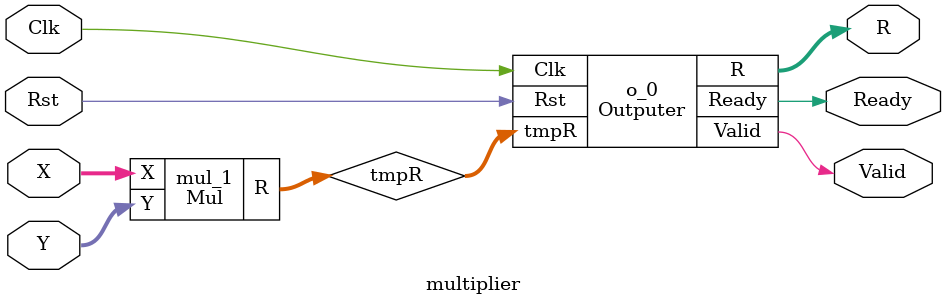
<source format=v>


module BoothRadix4_DW01_inc_0 ( A, SUM );
  input [16:0] A;
  output [16:0] SUM;

  wire   [16:3] carry;

  ADDHXL U1_1_15 ( .A(A[15]), .B(carry[15]), .CO(carry[16]), .S(SUM[15]) );
  ADDHXL U1_1_14 ( .A(A[14]), .B(carry[14]), .CO(carry[15]), .S(SUM[14]) );
  ADDHXL U1_1_13 ( .A(A[13]), .B(carry[13]), .CO(carry[14]), .S(SUM[13]) );
  ADDHXL U1_1_12 ( .A(A[12]), .B(carry[12]), .CO(carry[13]), .S(SUM[12]) );
  ADDHXL U1_1_11 ( .A(A[11]), .B(carry[11]), .CO(carry[12]), .S(SUM[11]) );
  ADDHXL U1_1_10 ( .A(A[10]), .B(carry[10]), .CO(carry[11]), .S(SUM[10]) );
  ADDHXL U1_1_9 ( .A(A[9]), .B(carry[9]), .CO(carry[10]), .S(SUM[9]) );
  ADDHXL U1_1_8 ( .A(A[8]), .B(carry[8]), .CO(carry[9]), .S(SUM[8]) );
  ADDHXL U1_1_7 ( .A(A[7]), .B(carry[7]), .CO(carry[8]), .S(SUM[7]) );
  ADDHXL U1_1_6 ( .A(A[6]), .B(carry[6]), .CO(carry[7]), .S(SUM[6]) );
  ADDHXL U1_1_5 ( .A(A[5]), .B(carry[5]), .CO(carry[6]), .S(SUM[5]) );
  ADDHXL U1_1_4 ( .A(A[4]), .B(carry[4]), .CO(carry[5]), .S(SUM[4]) );
  ADDHXL U1_1_3 ( .A(A[3]), .B(carry[3]), .CO(carry[4]), .S(SUM[3]) );
  ADDHXL U1_1_2 ( .A(A[2]), .B(A[1]), .CO(carry[3]), .S(SUM[2]) );
  CLKINVX1 U1 ( .A(A[1]), .Y(SUM[1]) );
  XOR2X1 U2 ( .A(carry[16]), .B(A[16]), .Y(SUM[16]) );
endmodule


module BoothRadix4_DW01_inc_1 ( A, SUM );
  input [16:0] A;
  output [16:0] SUM;

  wire   [16:2] carry;

  ADDHXL U1_1_1 ( .A(A[1]), .B(A[0]), .CO(carry[2]), .S(SUM[1]) );
  ADDHXL U1_1_14 ( .A(A[14]), .B(carry[14]), .CO(carry[15]), .S(SUM[14]) );
  ADDHXL U1_1_13 ( .A(A[13]), .B(carry[13]), .CO(carry[14]), .S(SUM[13]) );
  ADDHXL U1_1_12 ( .A(A[12]), .B(carry[12]), .CO(carry[13]), .S(SUM[12]) );
  ADDHXL U1_1_11 ( .A(A[11]), .B(carry[11]), .CO(carry[12]), .S(SUM[11]) );
  ADDHXL U1_1_10 ( .A(A[10]), .B(carry[10]), .CO(carry[11]), .S(SUM[10]) );
  ADDHXL U1_1_9 ( .A(A[9]), .B(carry[9]), .CO(carry[10]), .S(SUM[9]) );
  ADDHXL U1_1_8 ( .A(A[8]), .B(carry[8]), .CO(carry[9]), .S(SUM[8]) );
  ADDHXL U1_1_7 ( .A(A[7]), .B(carry[7]), .CO(carry[8]), .S(SUM[7]) );
  ADDHXL U1_1_6 ( .A(A[6]), .B(carry[6]), .CO(carry[7]), .S(SUM[6]) );
  ADDHXL U1_1_5 ( .A(A[5]), .B(carry[5]), .CO(carry[6]), .S(SUM[5]) );
  ADDHXL U1_1_4 ( .A(A[4]), .B(carry[4]), .CO(carry[5]), .S(SUM[4]) );
  ADDHXL U1_1_3 ( .A(A[3]), .B(carry[3]), .CO(carry[4]), .S(SUM[3]) );
  ADDHXL U1_1_2 ( .A(A[2]), .B(carry[2]), .CO(carry[3]), .S(SUM[2]) );
  ADDHXL U1_1_15 ( .A(A[15]), .B(carry[15]), .CO(carry[16]), .S(SUM[15]) );
  XOR2X1 U1 ( .A(carry[16]), .B(A[16]), .Y(SUM[16]) );
endmodule


module BoothRadix4 ( Sign, PP7, PP6, PP5, PP4, PP3, PP2, PP1, PP0, InputA, 
        InputB );
  output [15:0] Sign;
  output [16:0] PP7;
  output [16:0] PP6;
  output [16:0] PP5;
  output [16:0] PP4;
  output [16:0] PP3;
  output [16:0] PP2;
  output [16:0] PP1;
  output [16:0] PP0;
  input [15:0] InputA;
  input [15:0] InputB;
  wire   n79, n80, n81, n82, n83, n84, n85, n86, n87, n88, n89, n90, n91, n92,
         n93, n94, n95, n96, n97, n98, n100, n101, n102, n103, n104, n105,
         n106, n107, n108, n109, n110, n111, n112, n113, n114, n115, n116,
         n117, n118, n119, n120, n122, n123, n124, n125, n126, n127, n128,
         n129, n130, n131, n132, n133, n134, n135, n136, n137, n138, n139,
         n140, n141, n142, n144, n145, n146, n147, n148, n149, n150, n151,
         n152, n153, n154, n155, n156, n157, n158, n159, n160, n161, n162,
         n163, n164, n166, n167, n168, n169, n170, n171, n172, n173, n174,
         n175, n176, n177, n178, n179, n180, n181, n182, n183, n184, n185,
         n186, n188, n189, n190, n191, n192, n193, n194, n195, n196, n197,
         n198, n199, n200, n201, n202, n203, n204, n205, n206, n207, n208,
         n210, n211, n212, n213, n214, n215, n216, n217, n218, n219, n220,
         n221, n222, n223, n224, n225, n226, n227, n228, n229, n230, n232,
         n233, n234, n235, n31, n32, n33, n34, n35, n36, n37, n38, n39, n40,
         n41, n42, n43, n44, n45, n46, n47, n48, n49, n50, n51, n52, n53, n54,
         n55, n56, n57, n58, n59, n60, n61, n62, n63, n64, n65, n66, n67, n68,
         n69, n70, n71, n72, n73, n74, n75, n76, n77, n78, n99, n121, n143,
         n165, n187, n209, n231, n236, n237, n238, n239, n241,
         SYNOPSYS_UNCONNECTED_1, SYNOPSYS_UNCONNECTED_2;
  wire   [16:1] n_A;
  wire   [16:1] n_A2;

  BoothRadix4_DW01_inc_0 add_49 ( .A({n49, n51, n53, n55, n57, n59, n61, n63, 
        n65, n67, n69, n71, n73, n75, n77, n241, 1'b1}), .SUM({n_A2, 
        SYNOPSYS_UNCONNECTED_1}) );
  BoothRadix4_DW01_inc_1 add_48 ( .A({n49, n49, n51, n53, n55, n57, n59, n61, 
        n63, n65, n67, n69, n71, n73, n75, n77, n241}), .SUM({n_A, 
        SYNOPSYS_UNCONNECTED_2}) );
  CLKINVX1 U3 ( .A(1'b1), .Y(Sign[14]) );
  CLKINVX1 U5 ( .A(1'b1), .Y(Sign[12]) );
  CLKINVX1 U7 ( .A(1'b1), .Y(Sign[10]) );
  CLKINVX1 U9 ( .A(1'b1), .Y(Sign[8]) );
  CLKINVX1 U11 ( .A(1'b1), .Y(Sign[6]) );
  CLKINVX1 U13 ( .A(1'b1), .Y(Sign[4]) );
  CLKINVX1 U15 ( .A(1'b1), .Y(Sign[2]) );
  CLKINVX1 U17 ( .A(1'b1), .Y(Sign[0]) );
  OAI222XL U19 ( .A0(n32), .A1(n233), .B0(n47), .B1(n234), .C0(n49), .C1(n235), 
        .Y(Sign[1]) );
  CLKINVX1 U20 ( .A(n_A[15]), .Y(n48) );
  OAI221XL U21 ( .A0(n32), .A1(n167), .B0(n49), .B1(n168), .C0(n180), .Y(
        Sign[7]) );
  OA22X1 U22 ( .A0(n49), .A1(n170), .B0(n47), .B1(n171), .Y(n180) );
  OAI221XL U23 ( .A0(n32), .A1(n211), .B0(n49), .B1(n212), .C0(n224), .Y(
        Sign[3]) );
  OA22X1 U24 ( .A0(n49), .A1(n214), .B0(n47), .B1(n215), .Y(n224) );
  OAI221XL U25 ( .A0(n32), .A1(n145), .B0(n49), .B1(n146), .C0(n158), .Y(
        Sign[9]) );
  OA22X1 U26 ( .A0(n49), .A1(n148), .B0(n47), .B1(n149), .Y(n158) );
  OAI221XL U27 ( .A0(n32), .A1(n189), .B0(n49), .B1(n190), .C0(n202), .Y(
        Sign[5]) );
  OA22X1 U28 ( .A0(n49), .A1(n192), .B0(n47), .B1(n193), .Y(n202) );
  OAI221XL U29 ( .A0(n32), .A1(n123), .B0(n49), .B1(n124), .C0(n136), .Y(
        Sign[11]) );
  OA22X1 U30 ( .A0(n49), .A1(n126), .B0(n47), .B1(n127), .Y(n136) );
  OAI221XL U31 ( .A0(n32), .A1(n101), .B0(n49), .B1(n102), .C0(n114), .Y(
        Sign[13]) );
  OA22X1 U32 ( .A0(n49), .A1(n104), .B0(n47), .B1(n105), .Y(n114) );
  OAI221XL U33 ( .A0(n49), .A1(n79), .B0(n80), .B1(n47), .C0(n92), .Y(Sign[15]) );
  AOI2BB2X1 U34 ( .B0(n_A2[16]), .B1(n31), .A0N(n49), .A1N(n83), .Y(n92) );
  NAND2X1 U35 ( .A(n210), .B(n209), .Y(n192) );
  NAND2X1 U36 ( .A(n232), .B(n231), .Y(n214) );
  NAND2X1 U37 ( .A(n188), .B(n187), .Y(n170) );
  NAND2X1 U38 ( .A(n166), .B(n165), .Y(n148) );
  NAND2X1 U39 ( .A(n144), .B(n143), .Y(n126) );
  NAND2X1 U40 ( .A(n122), .B(n121), .Y(n104) );
  OAI222XL U41 ( .A0(n241), .A1(n233), .B0(n76), .B1(n234), .C0(n77), .C1(n235), .Y(PP0[1]) );
  CLKINVX1 U42 ( .A(n_A2[16]), .Y(n32) );
  CLKINVX1 U43 ( .A(n_A[16]), .Y(n47) );
  NAND2X1 U44 ( .A(n100), .B(n78), .Y(n79) );
  OAI222XL U45 ( .A0(n44), .A1(n233), .B0(n70), .B1(n234), .C0(n71), .C1(n235), 
        .Y(PP0[4]) );
  OAI222XL U46 ( .A0(n43), .A1(n233), .B0(n68), .B1(n234), .C0(n69), .C1(n235), 
        .Y(PP0[5]) );
  OAI222XL U47 ( .A0(n46), .A1(n233), .B0(n74), .B1(n234), .C0(n75), .C1(n235), 
        .Y(PP0[2]) );
  OAI222XL U48 ( .A0(n45), .A1(n233), .B0(n72), .B1(n234), .C0(n73), .C1(n235), 
        .Y(PP0[3]) );
  OAI222XL U49 ( .A0(n42), .A1(n233), .B0(n66), .B1(n234), .C0(n67), .C1(n235), 
        .Y(PP0[6]) );
  OAI222XL U50 ( .A0(n40), .A1(n233), .B0(n62), .B1(n234), .C0(n63), .C1(n235), 
        .Y(PP0[8]) );
  OAI222XL U51 ( .A0(n41), .A1(n233), .B0(n64), .B1(n234), .C0(n65), .C1(n235), 
        .Y(PP0[7]) );
  OAI222XL U52 ( .A0(n39), .A1(n233), .B0(n60), .B1(n234), .C0(n61), .C1(n235), 
        .Y(PP0[9]) );
  OAI222XL U53 ( .A0(n38), .A1(n233), .B0(n58), .B1(n234), .C0(n59), .C1(n235), 
        .Y(PP0[10]) );
  OAI222XL U54 ( .A0(n37), .A1(n233), .B0(n56), .B1(n234), .C0(n57), .C1(n235), 
        .Y(PP0[11]) );
  OAI222XL U55 ( .A0(n35), .A1(n233), .B0(n52), .B1(n234), .C0(n53), .C1(n235), 
        .Y(PP0[13]) );
  OAI222XL U56 ( .A0(n34), .A1(n233), .B0(n50), .B1(n234), .C0(n51), .C1(n235), 
        .Y(PP0[14]) );
  OAI222XL U57 ( .A0(n33), .A1(n233), .B0(n48), .B1(n234), .C0(n49), .C1(n235), 
        .Y(PP0[15]) );
  OAI222XL U58 ( .A0(n36), .A1(n233), .B0(n54), .B1(n234), .C0(n55), .C1(n235), 
        .Y(PP0[12]) );
  OAI221XL U59 ( .A0(n46), .A1(n211), .B0(n77), .B1(n212), .C0(n222), .Y(
        PP1[2]) );
  OA22X1 U60 ( .A0(n75), .A1(n214), .B0(n74), .B1(n215), .Y(n222) );
  OAI221XL U61 ( .A0(n45), .A1(n211), .B0(n75), .B1(n212), .C0(n221), .Y(
        PP1[3]) );
  OA22X1 U62 ( .A0(n73), .A1(n214), .B0(n72), .B1(n215), .Y(n221) );
  OAI221XL U63 ( .A0(n241), .A1(n189), .B0(n241), .B1(n190), .C0(n201), .Y(
        PP2[1]) );
  OA22X1 U64 ( .A0(n77), .A1(n192), .B0(n76), .B1(n193), .Y(n201) );
  OAI221XL U65 ( .A0(n241), .A1(n211), .B0(n241), .B1(n212), .C0(n223), .Y(
        PP1[1]) );
  OA22X1 U66 ( .A0(n77), .A1(n214), .B0(n76), .B1(n215), .Y(n223) );
  OAI221XL U67 ( .A0(n44), .A1(n211), .B0(n73), .B1(n212), .C0(n220), .Y(
        PP1[4]) );
  OA22X1 U68 ( .A0(n71), .A1(n214), .B0(n70), .B1(n215), .Y(n220) );
  OAI221XL U69 ( .A0(n46), .A1(n189), .B0(n77), .B1(n190), .C0(n200), .Y(
        PP2[2]) );
  OA22X1 U70 ( .A0(n75), .A1(n192), .B0(n74), .B1(n193), .Y(n200) );
  OAI221XL U71 ( .A0(n42), .A1(n211), .B0(n69), .B1(n212), .C0(n218), .Y(
        PP1[6]) );
  OA22X1 U72 ( .A0(n67), .A1(n214), .B0(n66), .B1(n215), .Y(n218) );
  OAI221XL U73 ( .A0(n43), .A1(n211), .B0(n71), .B1(n212), .C0(n219), .Y(
        PP1[5]) );
  OA22X1 U74 ( .A0(n69), .A1(n214), .B0(n68), .B1(n215), .Y(n219) );
  OAI221XL U75 ( .A0(n41), .A1(n211), .B0(n67), .B1(n212), .C0(n217), .Y(
        PP1[7]) );
  OA22X1 U76 ( .A0(n65), .A1(n214), .B0(n64), .B1(n215), .Y(n217) );
  OAI221XL U77 ( .A0(n44), .A1(n189), .B0(n73), .B1(n190), .C0(n198), .Y(
        PP2[4]) );
  OA22X1 U78 ( .A0(n71), .A1(n192), .B0(n70), .B1(n193), .Y(n198) );
  OAI221XL U79 ( .A0(n45), .A1(n189), .B0(n75), .B1(n190), .C0(n199), .Y(
        PP2[3]) );
  OA22X1 U80 ( .A0(n73), .A1(n192), .B0(n72), .B1(n193), .Y(n199) );
  OAI221XL U81 ( .A0(n40), .A1(n211), .B0(n65), .B1(n212), .C0(n216), .Y(
        PP1[8]) );
  OA22X1 U82 ( .A0(n63), .A1(n214), .B0(n62), .B1(n215), .Y(n216) );
  OAI221XL U83 ( .A0(n43), .A1(n189), .B0(n71), .B1(n190), .C0(n197), .Y(
        PP2[5]) );
  OA22X1 U84 ( .A0(n69), .A1(n192), .B0(n68), .B1(n193), .Y(n197) );
  OAI221XL U85 ( .A0(n39), .A1(n211), .B0(n63), .B1(n212), .C0(n213), .Y(
        PP1[9]) );
  OA22X1 U86 ( .A0(n61), .A1(n214), .B0(n60), .B1(n215), .Y(n213) );
  OAI221XL U87 ( .A0(n46), .A1(n145), .B0(n77), .B1(n146), .C0(n156), .Y(
        PP4[2]) );
  OA22X1 U88 ( .A0(n75), .A1(n148), .B0(n74), .B1(n149), .Y(n156) );
  OAI221XL U89 ( .A0(n42), .A1(n189), .B0(n69), .B1(n190), .C0(n196), .Y(
        PP2[6]) );
  OA22X1 U90 ( .A0(n67), .A1(n192), .B0(n66), .B1(n193), .Y(n196) );
  OAI221XL U91 ( .A0(n241), .A1(n145), .B0(n241), .B1(n146), .C0(n157), .Y(
        PP4[1]) );
  OA22X1 U92 ( .A0(n77), .A1(n148), .B0(n76), .B1(n149), .Y(n157) );
  OAI221XL U93 ( .A0(n37), .A1(n211), .B0(n59), .B1(n212), .C0(n229), .Y(
        PP1[11]) );
  OA22X1 U94 ( .A0(n57), .A1(n214), .B0(n56), .B1(n215), .Y(n229) );
  OAI221XL U95 ( .A0(n45), .A1(n145), .B0(n75), .B1(n146), .C0(n155), .Y(
        PP4[3]) );
  OA22X1 U96 ( .A0(n73), .A1(n148), .B0(n72), .B1(n149), .Y(n155) );
  OAI221XL U97 ( .A0(n41), .A1(n189), .B0(n67), .B1(n190), .C0(n195), .Y(
        PP2[7]) );
  OA22X1 U98 ( .A0(n65), .A1(n192), .B0(n64), .B1(n193), .Y(n195) );
  OAI221XL U99 ( .A0(n36), .A1(n211), .B0(n57), .B1(n212), .C0(n228), .Y(
        PP1[12]) );
  OA22X1 U100 ( .A0(n55), .A1(n214), .B0(n54), .B1(n215), .Y(n228) );
  OAI221XL U101 ( .A0(n39), .A1(n189), .B0(n63), .B1(n190), .C0(n191), .Y(
        PP2[9]) );
  OA22X1 U102 ( .A0(n61), .A1(n192), .B0(n60), .B1(n193), .Y(n191) );
  OAI221XL U103 ( .A0(n241), .A1(n123), .B0(n241), .B1(n124), .C0(n135), .Y(
        PP5[1]) );
  OA22X1 U104 ( .A0(n77), .A1(n126), .B0(n76), .B1(n127), .Y(n135) );
  OAI221XL U105 ( .A0(n35), .A1(n211), .B0(n55), .B1(n212), .C0(n227), .Y(
        PP1[13]) );
  OA22X1 U106 ( .A0(n53), .A1(n214), .B0(n52), .B1(n215), .Y(n227) );
  OAI221XL U107 ( .A0(n42), .A1(n145), .B0(n69), .B1(n146), .C0(n152), .Y(
        PP4[6]) );
  OA22X1 U108 ( .A0(n67), .A1(n148), .B0(n66), .B1(n149), .Y(n152) );
  OAI221XL U109 ( .A0(n38), .A1(n189), .B0(n61), .B1(n190), .C0(n208), .Y(
        PP2[10]) );
  OA22X1 U110 ( .A0(n59), .A1(n192), .B0(n58), .B1(n193), .Y(n208) );
  OAI221XL U111 ( .A0(n34), .A1(n211), .B0(n53), .B1(n212), .C0(n226), .Y(
        PP1[14]) );
  OA22X1 U112 ( .A0(n51), .A1(n214), .B0(n50), .B1(n215), .Y(n226) );
  OAI221XL U113 ( .A0(n41), .A1(n145), .B0(n67), .B1(n146), .C0(n151), .Y(
        PP4[7]) );
  OA22X1 U114 ( .A0(n65), .A1(n148), .B0(n64), .B1(n149), .Y(n151) );
  OAI221XL U115 ( .A0(n37), .A1(n189), .B0(n59), .B1(n190), .C0(n207), .Y(
        PP2[11]) );
  OA22X1 U116 ( .A0(n57), .A1(n192), .B0(n56), .B1(n193), .Y(n207) );
  OAI221XL U117 ( .A0(n44), .A1(n123), .B0(n73), .B1(n124), .C0(n132), .Y(
        PP5[4]) );
  OA22X1 U118 ( .A0(n71), .A1(n126), .B0(n70), .B1(n127), .Y(n132) );
  OAI221XL U119 ( .A0(n40), .A1(n145), .B0(n65), .B1(n146), .C0(n150), .Y(
        PP4[8]) );
  OA22X1 U120 ( .A0(n63), .A1(n148), .B0(n62), .B1(n149), .Y(n150) );
  OAI221XL U121 ( .A0(n36), .A1(n189), .B0(n57), .B1(n190), .C0(n206), .Y(
        PP2[12]) );
  OA22X1 U122 ( .A0(n55), .A1(n192), .B0(n54), .B1(n193), .Y(n206) );
  OAI221XL U123 ( .A0(n43), .A1(n123), .B0(n71), .B1(n124), .C0(n131), .Y(
        PP5[5]) );
  OA22X1 U124 ( .A0(n69), .A1(n126), .B0(n68), .B1(n127), .Y(n131) );
  OAI221XL U125 ( .A0(n39), .A1(n145), .B0(n63), .B1(n146), .C0(n147), .Y(
        PP4[9]) );
  OA22X1 U126 ( .A0(n61), .A1(n148), .B0(n60), .B1(n149), .Y(n147) );
  OAI221XL U127 ( .A0(n35), .A1(n189), .B0(n55), .B1(n190), .C0(n205), .Y(
        PP2[13]) );
  OA22X1 U128 ( .A0(n53), .A1(n192), .B0(n52), .B1(n193), .Y(n205) );
  OAI221XL U129 ( .A0(n42), .A1(n123), .B0(n69), .B1(n124), .C0(n130), .Y(
        PP5[6]) );
  OA22X1 U130 ( .A0(n67), .A1(n126), .B0(n66), .B1(n127), .Y(n130) );
  OAI221XL U131 ( .A0(n45), .A1(n101), .B0(n75), .B1(n102), .C0(n111), .Y(
        PP6[3]) );
  OA22X1 U132 ( .A0(n73), .A1(n104), .B0(n72), .B1(n105), .Y(n111) );
  OAI221XL U133 ( .A0(n41), .A1(n123), .B0(n67), .B1(n124), .C0(n129), .Y(
        PP5[7]) );
  OA22X1 U134 ( .A0(n65), .A1(n126), .B0(n64), .B1(n127), .Y(n129) );
  OAI221XL U135 ( .A0(n44), .A1(n101), .B0(n73), .B1(n102), .C0(n110), .Y(
        PP6[4]) );
  OA22X1 U136 ( .A0(n71), .A1(n104), .B0(n70), .B1(n105), .Y(n110) );
  OAI221XL U137 ( .A0(n43), .A1(n101), .B0(n71), .B1(n102), .C0(n109), .Y(
        PP6[5]) );
  OA22X1 U138 ( .A0(n69), .A1(n104), .B0(n68), .B1(n105), .Y(n109) );
  OAI221XL U139 ( .A0(n34), .A1(n145), .B0(n53), .B1(n146), .C0(n160), .Y(
        PP4[14]) );
  OA22X1 U140 ( .A0(n51), .A1(n148), .B0(n50), .B1(n149), .Y(n160) );
  OAI221XL U141 ( .A0(n35), .A1(n145), .B0(n55), .B1(n146), .C0(n161), .Y(
        PP4[13]) );
  OA22X1 U142 ( .A0(n53), .A1(n148), .B0(n52), .B1(n149), .Y(n161) );
  OAI221XL U143 ( .A0(n38), .A1(n211), .B0(n61), .B1(n212), .C0(n230), .Y(
        PP1[10]) );
  OA22X1 U144 ( .A0(n59), .A1(n214), .B0(n58), .B1(n215), .Y(n230) );
  OAI221XL U145 ( .A0(n36), .A1(n123), .B0(n57), .B1(n124), .C0(n140), .Y(
        PP5[12]) );
  OA22X1 U146 ( .A0(n55), .A1(n126), .B0(n54), .B1(n127), .Y(n140) );
  OAI221XL U147 ( .A0(n37), .A1(n123), .B0(n59), .B1(n124), .C0(n141), .Y(
        PP5[11]) );
  OA22X1 U148 ( .A0(n57), .A1(n126), .B0(n56), .B1(n127), .Y(n141) );
  OAI221XL U149 ( .A0(n44), .A1(n145), .B0(n73), .B1(n146), .C0(n154), .Y(
        PP4[4]) );
  OA22X1 U150 ( .A0(n71), .A1(n148), .B0(n70), .B1(n149), .Y(n154) );
  OAI221XL U151 ( .A0(n40), .A1(n189), .B0(n65), .B1(n190), .C0(n194), .Y(
        PP2[8]) );
  OA22X1 U152 ( .A0(n63), .A1(n192), .B0(n62), .B1(n193), .Y(n194) );
  OAI221XL U153 ( .A0(n46), .A1(n123), .B0(n77), .B1(n124), .C0(n134), .Y(
        PP5[2]) );
  OA22X1 U154 ( .A0(n75), .A1(n126), .B0(n74), .B1(n127), .Y(n134) );
  OAI221XL U155 ( .A0(n43), .A1(n145), .B0(n71), .B1(n146), .C0(n153), .Y(
        PP4[5]) );
  OA22X1 U156 ( .A0(n69), .A1(n148), .B0(n68), .B1(n149), .Y(n153) );
  OAI221XL U157 ( .A0(n38), .A1(n145), .B0(n61), .B1(n146), .C0(n164), .Y(
        PP4[10]) );
  OA22X1 U158 ( .A0(n59), .A1(n148), .B0(n58), .B1(n149), .Y(n164) );
  OAI221XL U159 ( .A0(n36), .A1(n145), .B0(n57), .B1(n146), .C0(n162), .Y(
        PP4[12]) );
  OA22X1 U160 ( .A0(n55), .A1(n148), .B0(n54), .B1(n149), .Y(n162) );
  OAI221XL U161 ( .A0(n37), .A1(n145), .B0(n59), .B1(n146), .C0(n163), .Y(
        PP4[11]) );
  OA22X1 U162 ( .A0(n57), .A1(n148), .B0(n56), .B1(n149), .Y(n163) );
  OAI221XL U163 ( .A0(n34), .A1(n189), .B0(n53), .B1(n190), .C0(n204), .Y(
        PP2[14]) );
  OA22X1 U164 ( .A0(n51), .A1(n192), .B0(n50), .B1(n193), .Y(n204) );
  OAI221XL U165 ( .A0(n37), .A1(n101), .B0(n59), .B1(n102), .C0(n119), .Y(
        PP6[11]) );
  OA22X1 U166 ( .A0(n57), .A1(n104), .B0(n56), .B1(n105), .Y(n119) );
  OAI221XL U167 ( .A0(n38), .A1(n101), .B0(n61), .B1(n102), .C0(n120), .Y(
        PP6[10]) );
  OA22X1 U168 ( .A0(n59), .A1(n104), .B0(n58), .B1(n105), .Y(n120) );
  OAI221XL U169 ( .A0(n241), .A1(n167), .B0(n241), .B1(n168), .C0(n179), .Y(
        PP3[1]) );
  OA22X1 U170 ( .A0(n77), .A1(n170), .B0(n76), .B1(n171), .Y(n179) );
  OAI221XL U171 ( .A0(n45), .A1(n123), .B0(n75), .B1(n124), .C0(n133), .Y(
        PP5[3]) );
  OA22X1 U172 ( .A0(n73), .A1(n126), .B0(n72), .B1(n127), .Y(n133) );
  OAI221XL U173 ( .A0(n40), .A1(n123), .B0(n65), .B1(n124), .C0(n128), .Y(
        PP5[8]) );
  OA22X1 U174 ( .A0(n63), .A1(n126), .B0(n62), .B1(n127), .Y(n128) );
  OAI221XL U175 ( .A0(n38), .A1(n123), .B0(n61), .B1(n124), .C0(n142), .Y(
        PP5[10]) );
  OA22X1 U176 ( .A0(n59), .A1(n126), .B0(n58), .B1(n127), .Y(n142) );
  OAI221XL U177 ( .A0(n39), .A1(n123), .B0(n63), .B1(n124), .C0(n125), .Y(
        PP5[9]) );
  OA22X1 U178 ( .A0(n61), .A1(n126), .B0(n60), .B1(n127), .Y(n125) );
  OAI221XL U179 ( .A0(n35), .A1(n123), .B0(n55), .B1(n124), .C0(n139), .Y(
        PP5[13]) );
  OA22X1 U180 ( .A0(n53), .A1(n126), .B0(n52), .B1(n127), .Y(n139) );
  OAI221XL U181 ( .A0(n34), .A1(n123), .B0(n53), .B1(n124), .C0(n138), .Y(
        PP5[14]) );
  OA22X1 U182 ( .A0(n51), .A1(n126), .B0(n50), .B1(n127), .Y(n138) );
  OAI221XL U183 ( .A0(n42), .A1(n101), .B0(n69), .B1(n102), .C0(n108), .Y(
        PP6[6]) );
  OA22X1 U184 ( .A0(n67), .A1(n104), .B0(n66), .B1(n105), .Y(n108) );
  OAI221XL U185 ( .A0(n41), .A1(n101), .B0(n67), .B1(n102), .C0(n107), .Y(
        PP6[7]) );
  OA22X1 U186 ( .A0(n65), .A1(n104), .B0(n64), .B1(n105), .Y(n107) );
  OAI221XL U187 ( .A0(n36), .A1(n101), .B0(n57), .B1(n102), .C0(n118), .Y(
        PP6[12]) );
  OA22X1 U188 ( .A0(n55), .A1(n104), .B0(n54), .B1(n105), .Y(n118) );
  OAI221XL U189 ( .A0(n35), .A1(n101), .B0(n55), .B1(n102), .C0(n117), .Y(
        PP6[13]) );
  OA22X1 U190 ( .A0(n53), .A1(n104), .B0(n52), .B1(n105), .Y(n117) );
  OAI221XL U191 ( .A0(n46), .A1(n101), .B0(n77), .B1(n102), .C0(n112), .Y(
        PP6[2]) );
  OA22X1 U192 ( .A0(n75), .A1(n104), .B0(n74), .B1(n105), .Y(n112) );
  OAI221XL U193 ( .A0(n241), .A1(n101), .B0(n241), .B1(n102), .C0(n113), .Y(
        PP6[1]) );
  OA22X1 U194 ( .A0(n77), .A1(n104), .B0(n76), .B1(n105), .Y(n113) );
  OAI221XL U195 ( .A0(n40), .A1(n101), .B0(n65), .B1(n102), .C0(n106), .Y(
        PP6[8]) );
  OA22X1 U196 ( .A0(n63), .A1(n104), .B0(n62), .B1(n105), .Y(n106) );
  OAI221XL U197 ( .A0(n39), .A1(n101), .B0(n63), .B1(n102), .C0(n103), .Y(
        PP6[9]) );
  OA22X1 U198 ( .A0(n61), .A1(n104), .B0(n60), .B1(n105), .Y(n103) );
  OAI221XL U199 ( .A0(n77), .A1(n79), .B0(n80), .B1(n76), .C0(n91), .Y(PP7[1])
         );
  AOI2BB2X1 U200 ( .B0(n_A2[1]), .B1(n31), .A0N(n241), .A1N(n83), .Y(n91) );
  OAI221XL U201 ( .A0(n75), .A1(n79), .B0(n80), .B1(n74), .C0(n90), .Y(PP7[2])
         );
  AOI2BB2X1 U202 ( .B0(n_A2[2]), .B1(n31), .A0N(n77), .A1N(n83), .Y(n90) );
  OAI221XL U203 ( .A0(n73), .A1(n79), .B0(n80), .B1(n72), .C0(n89), .Y(PP7[3])
         );
  AOI2BB2X1 U204 ( .B0(n_A2[3]), .B1(n31), .A0N(n75), .A1N(n83), .Y(n89) );
  OAI221XL U205 ( .A0(n61), .A1(n79), .B0(n80), .B1(n60), .C0(n81), .Y(PP7[9])
         );
  AOI2BB2X1 U206 ( .B0(n_A2[9]), .B1(n31), .A0N(n63), .A1N(n83), .Y(n81) );
  OAI221XL U207 ( .A0(n63), .A1(n79), .B0(n80), .B1(n62), .C0(n84), .Y(PP7[8])
         );
  AOI2BB2X1 U208 ( .B0(n_A2[8]), .B1(n31), .A0N(n65), .A1N(n83), .Y(n84) );
  OAI221XL U209 ( .A0(n71), .A1(n79), .B0(n80), .B1(n70), .C0(n88), .Y(PP7[4])
         );
  AOI2BB2X1 U210 ( .B0(n_A2[4]), .B1(n31), .A0N(n73), .A1N(n83), .Y(n88) );
  OAI221XL U211 ( .A0(n69), .A1(n79), .B0(n80), .B1(n68), .C0(n87), .Y(PP7[5])
         );
  AOI2BB2X1 U212 ( .B0(n_A2[5]), .B1(n31), .A0N(n71), .A1N(n83), .Y(n87) );
  OAI221XL U213 ( .A0(n59), .A1(n79), .B0(n80), .B1(n58), .C0(n98), .Y(PP7[10]) );
  AOI2BB2X1 U214 ( .B0(n_A2[10]), .B1(n31), .A0N(n61), .A1N(n83), .Y(n98) );
  OAI221XL U215 ( .A0(n55), .A1(n79), .B0(n80), .B1(n54), .C0(n96), .Y(PP7[12]) );
  AOI2BB2X1 U216 ( .B0(n_A2[12]), .B1(n31), .A0N(n57), .A1N(n83), .Y(n96) );
  OAI221XL U217 ( .A0(n57), .A1(n79), .B0(n80), .B1(n56), .C0(n97), .Y(PP7[11]) );
  AOI2BB2X1 U218 ( .B0(n_A2[11]), .B1(n31), .A0N(n59), .A1N(n83), .Y(n97) );
  OAI221XL U219 ( .A0(n67), .A1(n79), .B0(n80), .B1(n66), .C0(n86), .Y(PP7[6])
         );
  AOI2BB2X1 U220 ( .B0(n_A2[6]), .B1(n31), .A0N(n69), .A1N(n83), .Y(n86) );
  OAI221XL U221 ( .A0(n65), .A1(n79), .B0(n80), .B1(n64), .C0(n85), .Y(PP7[7])
         );
  AOI2BB2X1 U222 ( .B0(n_A2[7]), .B1(n31), .A0N(n67), .A1N(n83), .Y(n85) );
  OAI221XL U223 ( .A0(n53), .A1(n79), .B0(n80), .B1(n52), .C0(n95), .Y(PP7[13]) );
  AOI2BB2X1 U224 ( .B0(n_A2[13]), .B1(n31), .A0N(n55), .A1N(n83), .Y(n95) );
  OAI221XL U225 ( .A0(n51), .A1(n79), .B0(n80), .B1(n50), .C0(n94), .Y(PP7[14]) );
  AOI2BB2X1 U226 ( .B0(n_A2[14]), .B1(n31), .A0N(n53), .A1N(n83), .Y(n94) );
  OAI221XL U227 ( .A0(n44), .A1(n167), .B0(n73), .B1(n168), .C0(n176), .Y(
        PP3[4]) );
  OA22X1 U228 ( .A0(n71), .A1(n170), .B0(n70), .B1(n171), .Y(n176) );
  OAI221XL U229 ( .A0(n45), .A1(n167), .B0(n75), .B1(n168), .C0(n177), .Y(
        PP3[3]) );
  OA22X1 U230 ( .A0(n73), .A1(n170), .B0(n72), .B1(n171), .Y(n177) );
  OAI221XL U231 ( .A0(n46), .A1(n167), .B0(n77), .B1(n168), .C0(n178), .Y(
        PP3[2]) );
  OA22X1 U232 ( .A0(n75), .A1(n170), .B0(n74), .B1(n171), .Y(n178) );
  OAI221XL U233 ( .A0(n43), .A1(n167), .B0(n71), .B1(n168), .C0(n175), .Y(
        PP3[5]) );
  OA22X1 U234 ( .A0(n69), .A1(n170), .B0(n68), .B1(n171), .Y(n175) );
  OAI221XL U235 ( .A0(n40), .A1(n167), .B0(n65), .B1(n168), .C0(n172), .Y(
        PP3[8]) );
  OA22X1 U236 ( .A0(n63), .A1(n170), .B0(n62), .B1(n171), .Y(n172) );
  OAI221XL U237 ( .A0(n39), .A1(n167), .B0(n63), .B1(n168), .C0(n169), .Y(
        PP3[9]) );
  OA22X1 U238 ( .A0(n61), .A1(n170), .B0(n60), .B1(n171), .Y(n169) );
  OAI221XL U239 ( .A0(n38), .A1(n167), .B0(n61), .B1(n168), .C0(n186), .Y(
        PP3[10]) );
  OA22X1 U240 ( .A0(n59), .A1(n170), .B0(n58), .B1(n171), .Y(n186) );
  OAI221XL U241 ( .A0(n37), .A1(n167), .B0(n59), .B1(n168), .C0(n185), .Y(
        PP3[11]) );
  OA22X1 U242 ( .A0(n57), .A1(n170), .B0(n56), .B1(n171), .Y(n185) );
  OAI221XL U243 ( .A0(n33), .A1(n211), .B0(n51), .B1(n212), .C0(n225), .Y(
        PP1[15]) );
  OA22X1 U244 ( .A0(n49), .A1(n214), .B0(n48), .B1(n215), .Y(n225) );
  OAI221XL U245 ( .A0(n33), .A1(n167), .B0(n51), .B1(n168), .C0(n181), .Y(
        PP3[15]) );
  OA22X1 U246 ( .A0(n49), .A1(n170), .B0(n48), .B1(n171), .Y(n181) );
  OAI221XL U247 ( .A0(n42), .A1(n167), .B0(n69), .B1(n168), .C0(n174), .Y(
        PP3[6]) );
  OA22X1 U248 ( .A0(n67), .A1(n170), .B0(n66), .B1(n171), .Y(n174) );
  OAI221XL U249 ( .A0(n41), .A1(n167), .B0(n67), .B1(n168), .C0(n173), .Y(
        PP3[7]) );
  OA22X1 U250 ( .A0(n65), .A1(n170), .B0(n64), .B1(n171), .Y(n173) );
  OAI221XL U251 ( .A0(n36), .A1(n167), .B0(n57), .B1(n168), .C0(n184), .Y(
        PP3[12]) );
  OA22X1 U252 ( .A0(n55), .A1(n170), .B0(n54), .B1(n171), .Y(n184) );
  OAI221XL U253 ( .A0(n34), .A1(n167), .B0(n53), .B1(n168), .C0(n182), .Y(
        PP3[14]) );
  OA22X1 U254 ( .A0(n51), .A1(n170), .B0(n50), .B1(n171), .Y(n182) );
  OAI221XL U255 ( .A0(n35), .A1(n167), .B0(n55), .B1(n168), .C0(n183), .Y(
        PP3[13]) );
  OA22X1 U256 ( .A0(n53), .A1(n170), .B0(n52), .B1(n171), .Y(n183) );
  OAI221XL U257 ( .A0(n33), .A1(n189), .B0(n51), .B1(n190), .C0(n203), .Y(
        PP2[15]) );
  OA22X1 U258 ( .A0(n49), .A1(n192), .B0(n48), .B1(n193), .Y(n203) );
  OAI221XL U259 ( .A0(n33), .A1(n145), .B0(n51), .B1(n146), .C0(n159), .Y(
        PP4[15]) );
  OA22X1 U260 ( .A0(n49), .A1(n148), .B0(n48), .B1(n149), .Y(n159) );
  OAI221XL U261 ( .A0(n34), .A1(n101), .B0(n53), .B1(n102), .C0(n116), .Y(
        PP6[14]) );
  OA22X1 U262 ( .A0(n51), .A1(n104), .B0(n50), .B1(n105), .Y(n116) );
  OAI221XL U263 ( .A0(n33), .A1(n123), .B0(n51), .B1(n124), .C0(n137), .Y(
        PP5[15]) );
  OA22X1 U264 ( .A0(n49), .A1(n126), .B0(n48), .B1(n127), .Y(n137) );
  OAI221XL U265 ( .A0(n33), .A1(n101), .B0(n51), .B1(n102), .C0(n115), .Y(
        PP6[15]) );
  OA22X1 U266 ( .A0(n49), .A1(n104), .B0(n48), .B1(n105), .Y(n115) );
  OAI221XL U267 ( .A0(n49), .A1(n79), .B0(n80), .B1(n48), .C0(n93), .Y(PP7[15]) );
  AOI2BB2X1 U268 ( .B0(n_A2[15]), .B1(n31), .A0N(n51), .A1N(n83), .Y(n93) );
  CLKINVX1 U269 ( .A(n_A[1]), .Y(n76) );
  CLKINVX1 U270 ( .A(n_A[2]), .Y(n74) );
  CLKINVX1 U271 ( .A(n_A[3]), .Y(n72) );
  CLKINVX1 U272 ( .A(n_A[4]), .Y(n70) );
  CLKINVX1 U273 ( .A(n_A[5]), .Y(n68) );
  CLKINVX1 U274 ( .A(n_A[6]), .Y(n66) );
  CLKINVX1 U275 ( .A(n_A[8]), .Y(n62) );
  CLKINVX1 U276 ( .A(n_A[7]), .Y(n64) );
  CLKINVX1 U277 ( .A(n_A[9]), .Y(n60) );
  CLKINVX1 U278 ( .A(n_A[10]), .Y(n58) );
  CLKINVX1 U279 ( .A(n_A[11]), .Y(n56) );
  CLKINVX1 U280 ( .A(n_A[13]), .Y(n52) );
  CLKINVX1 U281 ( .A(n_A[14]), .Y(n50) );
  CLKINVX1 U282 ( .A(n_A[12]), .Y(n54) );
  OAI22XL U283 ( .A0(n241), .A1(n192), .B0(n241), .B1(n193), .Y(PP2[0]) );
  OAI22XL U284 ( .A0(n241), .A1(n214), .B0(n241), .B1(n215), .Y(PP1[0]) );
  OAI22XL U285 ( .A0(n241), .A1(n170), .B0(n241), .B1(n171), .Y(PP3[0]) );
  OAI22XL U286 ( .A0(n241), .A1(n148), .B0(n241), .B1(n149), .Y(PP4[0]) );
  OAI22XL U287 ( .A0(n241), .A1(n126), .B0(n241), .B1(n127), .Y(PP5[0]) );
  OAI22XL U288 ( .A0(n241), .A1(n104), .B0(n241), .B1(n105), .Y(PP6[0]) );
  CLKINVX1 U289 ( .A(n_A2[2]), .Y(n46) );
  CLKINVX1 U290 ( .A(n_A2[4]), .Y(n44) );
  CLKINVX1 U291 ( .A(n_A2[5]), .Y(n43) );
  CLKINVX1 U292 ( .A(n_A2[3]), .Y(n45) );
  CLKINVX1 U293 ( .A(n_A2[6]), .Y(n42) );
  CLKINVX1 U294 ( .A(n_A2[8]), .Y(n40) );
  CLKINVX1 U295 ( .A(n_A2[7]), .Y(n41) );
  CLKINVX1 U296 ( .A(n_A2[9]), .Y(n39) );
  CLKINVX1 U297 ( .A(n_A2[10]), .Y(n38) );
  CLKINVX1 U298 ( .A(n_A2[11]), .Y(n37) );
  CLKINVX1 U299 ( .A(n_A2[13]), .Y(n35) );
  CLKINVX1 U300 ( .A(n_A2[14]), .Y(n34) );
  CLKINVX1 U301 ( .A(n_A2[15]), .Y(n33) );
  CLKINVX1 U302 ( .A(n_A2[12]), .Y(n36) );
  OAI21XL U303 ( .A0(n241), .A1(n234), .B0(n238), .Y(PP0[0]) );
  NAND2X1 U304 ( .A(n236), .B(InputA[0]), .Y(n238) );
  CLKINVX1 U305 ( .A(n235), .Y(n236) );
  NAND3X1 U306 ( .A(InputB[14]), .B(n78), .C(InputB[13]), .Y(n83) );
  NAND3BX1 U307 ( .AN(InputB[6]), .B(n209), .C(InputB[7]), .Y(n167) );
  NAND3BX1 U308 ( .AN(InputB[2]), .B(n237), .C(InputB[3]), .Y(n211) );
  NAND3BX1 U309 ( .AN(InputB[8]), .B(n187), .C(InputB[9]), .Y(n145) );
  NAND3BX1 U310 ( .AN(InputB[4]), .B(n231), .C(InputB[5]), .Y(n189) );
  NAND3BX1 U311 ( .AN(InputB[10]), .B(n165), .C(InputB[11]), .Y(n123) );
  NAND3BX1 U312 ( .AN(InputB[12]), .B(n143), .C(InputB[13]), .Y(n101) );
  OAI21XL U313 ( .A0(n241), .A1(n79), .B0(n239), .Y(PP7[0]) );
  NAND2X1 U314 ( .A(InputA[0]), .B(n99), .Y(n239) );
  CLKINVX1 U315 ( .A(n80), .Y(n99) );
  NAND2X1 U316 ( .A(InputB[5]), .B(n210), .Y(n193) );
  NAND2X1 U317 ( .A(InputB[3]), .B(n232), .Y(n215) );
  NAND2X1 U318 ( .A(InputB[7]), .B(n188), .Y(n171) );
  NAND2X1 U319 ( .A(InputB[9]), .B(n166), .Y(n149) );
  NAND2X1 U320 ( .A(InputB[11]), .B(n144), .Y(n127) );
  NAND2X1 U321 ( .A(InputB[13]), .B(n122), .Y(n105) );
  NAND2X1 U322 ( .A(InputB[0]), .B(n237), .Y(n235) );
  NAND2X1 U323 ( .A(InputB[15]), .B(n100), .Y(n80) );
  NAND3X1 U324 ( .A(InputB[6]), .B(n187), .C(InputB[5]), .Y(n168) );
  NAND3X1 U325 ( .A(InputB[2]), .B(n231), .C(InputB[1]), .Y(n212) );
  NAND3X1 U326 ( .A(InputB[8]), .B(n165), .C(InputB[7]), .Y(n146) );
  NAND3X1 U327 ( .A(InputB[4]), .B(n209), .C(InputB[3]), .Y(n190) );
  NAND3X1 U328 ( .A(InputB[9]), .B(n143), .C(InputB[10]), .Y(n124) );
  NAND3X1 U329 ( .A(InputB[12]), .B(n121), .C(InputB[11]), .Y(n102) );
  NAND2X1 U330 ( .A(InputB[0]), .B(InputB[1]), .Y(n234) );
  XOR2X1 U331 ( .A(InputB[4]), .B(InputB[3]), .Y(n210) );
  XOR2X1 U332 ( .A(InputB[2]), .B(InputB[1]), .Y(n232) );
  XOR2X1 U333 ( .A(InputB[6]), .B(InputB[5]), .Y(n188) );
  XOR2X1 U334 ( .A(InputB[8]), .B(InputB[7]), .Y(n166) );
  XOR2X1 U335 ( .A(InputB[9]), .B(InputB[10]), .Y(n144) );
  XOR2X1 U336 ( .A(InputB[12]), .B(InputB[11]), .Y(n122) );
  XOR2X1 U337 ( .A(InputB[14]), .B(InputB[13]), .Y(n100) );
  CLKBUFX3 U338 ( .A(n82), .Y(n31) );
  NOR3X1 U339 ( .A(InputB[13]), .B(InputB[14]), .C(n78), .Y(n82) );
  OR2X1 U340 ( .A(InputB[0]), .B(n237), .Y(n233) );
  CLKINVX1 U341 ( .A(InputB[15]), .Y(n78) );
  CLKINVX1 U342 ( .A(InputB[3]), .Y(n231) );
  CLKINVX1 U343 ( .A(InputB[7]), .Y(n187) );
  CLKINVX1 U344 ( .A(InputB[9]), .Y(n165) );
  CLKINVX1 U345 ( .A(InputB[11]), .Y(n143) );
  CLKINVX1 U346 ( .A(InputB[5]), .Y(n209) );
  CLKINVX1 U347 ( .A(InputB[13]), .Y(n121) );
  CLKINVX1 U348 ( .A(InputA[0]), .Y(n241) );
  CLKINVX1 U349 ( .A(InputB[1]), .Y(n237) );
  CLKINVX1 U350 ( .A(InputA[2]), .Y(n75) );
  CLKINVX1 U351 ( .A(InputA[3]), .Y(n73) );
  CLKINVX1 U352 ( .A(InputA[4]), .Y(n71) );
  CLKINVX1 U353 ( .A(InputA[5]), .Y(n69) );
  CLKINVX1 U354 ( .A(InputA[1]), .Y(n77) );
  CLKINVX1 U355 ( .A(InputA[6]), .Y(n67) );
  CLKINVX1 U356 ( .A(InputA[8]), .Y(n63) );
  CLKINVX1 U357 ( .A(InputA[7]), .Y(n65) );
  CLKINVX1 U358 ( .A(InputA[9]), .Y(n61) );
  CLKINVX1 U359 ( .A(InputA[10]), .Y(n59) );
  CLKINVX1 U360 ( .A(InputA[11]), .Y(n57) );
  CLKINVX1 U361 ( .A(InputA[13]), .Y(n53) );
  CLKINVX1 U362 ( .A(InputA[14]), .Y(n51) );
  CLKINVX1 U363 ( .A(InputA[12]), .Y(n55) );
  CLKINVX1 U364 ( .A(InputA[15]), .Y(n49) );
  CLKBUFX3 U365 ( .A(Sign[15]), .Y(PP7[16]) );
  CLKBUFX3 U366 ( .A(Sign[13]), .Y(PP6[16]) );
  CLKBUFX3 U367 ( .A(Sign[11]), .Y(PP5[16]) );
  CLKBUFX3 U368 ( .A(Sign[9]), .Y(PP4[16]) );
  CLKBUFX3 U369 ( .A(Sign[7]), .Y(PP3[16]) );
  CLKBUFX3 U370 ( .A(Sign[5]), .Y(PP2[16]) );
  CLKBUFX3 U371 ( .A(Sign[3]), .Y(PP1[16]) );
  CLKBUFX3 U372 ( .A(Sign[1]), .Y(PP0[16]) );
endmodule


module HA_196 ( S, Cout, A, B );
  input A, B;
  output S, Cout;


  XOR2X1 U1 ( .A(B), .B(A), .Y(S) );
  AND2X2 U2 ( .A(B), .B(A), .Y(Cout) );
endmodule


module HA_195 ( S, Cout, A, B );
  input A, B;
  output S, Cout;


  XOR2X1 U1 ( .A(B), .B(A), .Y(S) );
  AND2X2 U2 ( .A(B), .B(A), .Y(Cout) );
endmodule


module HA_159 ( S, Cout, A, B );
  input A, B;
  output S, Cout;


  XOR2X1 U1 ( .A(B), .B(A), .Y(S) );
  AND2X2 U2 ( .A(B), .B(A), .Y(Cout) );
endmodule


module HA_158 ( S, Cout, A, B );
  input A, B;
  output S, Cout;


  XOR2X1 U1 ( .A(B), .B(A), .Y(S) );
  AND2X2 U2 ( .A(B), .B(A), .Y(Cout) );
endmodule


module FA_79 ( S, Cout, A, B, Cin );
  input A, B, Cin;
  output S, Cout;
  wire   ha1_S, ha1_Cout, ha2_Cout;

  HA_159 ha1 ( .S(ha1_S), .Cout(ha1_Cout), .A(A), .B(B) );
  HA_158 ha2 ( .S(S), .Cout(ha2_Cout), .A(ha1_S), .B(Cin) );
  OR2X1 U1 ( .A(ha1_Cout), .B(ha2_Cout), .Y(Cout) );
endmodule


module HA_157 ( S, Cout, A, B );
  input A, B;
  output S, Cout;


  XOR2X1 U1 ( .A(B), .B(A), .Y(S) );
  AND2X2 U2 ( .A(B), .B(A), .Y(Cout) );
endmodule


module HA_156 ( S, Cout, A, B );
  input A, B;
  output S, Cout;


  XOR2X1 U1 ( .A(B), .B(A), .Y(S) );
  AND2X2 U2 ( .A(B), .B(A), .Y(Cout) );
endmodule


module FA_78 ( S, Cout, A, B, Cin );
  input A, B, Cin;
  output S, Cout;
  wire   ha1_S, ha1_Cout, ha2_Cout;

  HA_157 ha1 ( .S(ha1_S), .Cout(ha1_Cout), .A(A), .B(B) );
  HA_156 ha2 ( .S(S), .Cout(ha2_Cout), .A(ha1_S), .B(Cin) );
  OR2X1 U1 ( .A(ha1_Cout), .B(ha2_Cout), .Y(Cout) );
endmodule


module HA_155 ( S, Cout, A, B );
  input A, B;
  output S, Cout;


  XOR2X1 U1 ( .A(B), .B(A), .Y(S) );
  AND2X2 U2 ( .A(B), .B(A), .Y(Cout) );
endmodule


module HA_154 ( S, Cout, A, B );
  input A, B;
  output S, Cout;


  XOR2X1 U1 ( .A(B), .B(A), .Y(S) );
  AND2X2 U2 ( .A(B), .B(A), .Y(Cout) );
endmodule


module FA_77 ( S, Cout, A, B, Cin );
  input A, B, Cin;
  output S, Cout;
  wire   ha1_S, ha1_Cout, ha2_Cout;

  HA_155 ha1 ( .S(ha1_S), .Cout(ha1_Cout), .A(A), .B(B) );
  HA_154 ha2 ( .S(S), .Cout(ha2_Cout), .A(ha1_S), .B(Cin) );
  OR2X1 U1 ( .A(ha1_Cout), .B(ha2_Cout), .Y(Cout) );
endmodule


module HA_153 ( S, Cout, A, B );
  input A, B;
  output S, Cout;


  XOR2X1 U1 ( .A(B), .B(A), .Y(S) );
  AND2X2 U2 ( .A(B), .B(A), .Y(Cout) );
endmodule


module HA_152 ( S, Cout, A, B );
  input A, B;
  output S, Cout;


  XOR2X1 U1 ( .A(B), .B(A), .Y(S) );
  AND2X2 U2 ( .A(B), .B(A), .Y(Cout) );
endmodule


module FA_76 ( S, Cout, A, B, Cin );
  input A, B, Cin;
  output S, Cout;
  wire   ha1_S, ha1_Cout, ha2_Cout;

  HA_153 ha1 ( .S(ha1_S), .Cout(ha1_Cout), .A(A), .B(B) );
  HA_152 ha2 ( .S(S), .Cout(ha2_Cout), .A(ha1_S), .B(Cin) );
  OR2X1 U1 ( .A(ha1_Cout), .B(ha2_Cout), .Y(Cout) );
endmodule


module HA_151 ( S, Cout, A, B );
  input A, B;
  output S, Cout;


  XOR2X1 U1 ( .A(B), .B(A), .Y(S) );
  AND2X2 U2 ( .A(B), .B(A), .Y(Cout) );
endmodule


module HA_150 ( S, Cout, A, B );
  input A, B;
  output S, Cout;


  XOR2X1 U1 ( .A(B), .B(A), .Y(S) );
  AND2X2 U2 ( .A(B), .B(A), .Y(Cout) );
endmodule


module FA_75 ( S, Cout, A, B, Cin );
  input A, B, Cin;
  output S, Cout;
  wire   ha1_S, ha1_Cout, ha2_Cout;

  HA_151 ha1 ( .S(ha1_S), .Cout(ha1_Cout), .A(A), .B(B) );
  HA_150 ha2 ( .S(S), .Cout(ha2_Cout), .A(ha1_S), .B(Cin) );
  OR2X1 U1 ( .A(ha1_Cout), .B(ha2_Cout), .Y(Cout) );
endmodule


module HA_149 ( S, Cout, A, B );
  input A, B;
  output S, Cout;


  XOR2X1 U1 ( .A(B), .B(A), .Y(S) );
  AND2X2 U2 ( .A(B), .B(A), .Y(Cout) );
endmodule


module HA_148 ( S, Cout, A, B );
  input A, B;
  output S, Cout;


  XOR2X1 U1 ( .A(B), .B(A), .Y(S) );
  AND2X2 U2 ( .A(B), .B(A), .Y(Cout) );
endmodule


module FA_74 ( S, Cout, A, B, Cin );
  input A, B, Cin;
  output S, Cout;
  wire   ha1_S, ha1_Cout, ha2_Cout;

  HA_149 ha1 ( .S(ha1_S), .Cout(ha1_Cout), .A(A), .B(B) );
  HA_148 ha2 ( .S(S), .Cout(ha2_Cout), .A(ha1_S), .B(Cin) );
  OR2X1 U1 ( .A(ha1_Cout), .B(ha2_Cout), .Y(Cout) );
endmodule


module HA_147 ( S, Cout, A, B );
  input A, B;
  output S, Cout;


  XOR2X1 U1 ( .A(B), .B(A), .Y(S) );
  AND2X2 U2 ( .A(B), .B(A), .Y(Cout) );
endmodule


module HA_146 ( S, Cout, A, B );
  input A, B;
  output S, Cout;


  XOR2X1 U1 ( .A(B), .B(A), .Y(S) );
  AND2X2 U2 ( .A(B), .B(A), .Y(Cout) );
endmodule


module FA_73 ( S, Cout, A, B, Cin );
  input A, B, Cin;
  output S, Cout;
  wire   ha1_S, ha1_Cout, ha2_Cout;

  HA_147 ha1 ( .S(ha1_S), .Cout(ha1_Cout), .A(A), .B(B) );
  HA_146 ha2 ( .S(S), .Cout(ha2_Cout), .A(ha1_S), .B(Cin) );
  OR2X1 U1 ( .A(ha1_Cout), .B(ha2_Cout), .Y(Cout) );
endmodule


module HA_145 ( S, Cout, A, B );
  input A, B;
  output S, Cout;


  XOR2X1 U1 ( .A(B), .B(A), .Y(S) );
  AND2X2 U2 ( .A(B), .B(A), .Y(Cout) );
endmodule


module HA_144 ( S, Cout, A, B );
  input A, B;
  output S, Cout;


  XOR2X1 U1 ( .A(B), .B(A), .Y(S) );
  AND2X2 U2 ( .A(B), .B(A), .Y(Cout) );
endmodule


module FA_72 ( S, Cout, A, B, Cin );
  input A, B, Cin;
  output S, Cout;
  wire   ha1_S, ha1_Cout, ha2_Cout;

  HA_145 ha1 ( .S(ha1_S), .Cout(ha1_Cout), .A(A), .B(B) );
  HA_144 ha2 ( .S(S), .Cout(ha2_Cout), .A(ha1_S), .B(Cin) );
  OR2X1 U1 ( .A(ha1_Cout), .B(ha2_Cout), .Y(Cout) );
endmodule


module HA_143 ( S, Cout, A, B );
  input A, B;
  output S, Cout;


  XOR2X1 U1 ( .A(B), .B(A), .Y(S) );
  AND2X2 U2 ( .A(B), .B(A), .Y(Cout) );
endmodule


module HA_142 ( S, Cout, A, B );
  input A, B;
  output S, Cout;


  XOR2X1 U1 ( .A(B), .B(A), .Y(S) );
  AND2X2 U2 ( .A(B), .B(A), .Y(Cout) );
endmodule


module FA_71 ( S, Cout, A, B, Cin );
  input A, B, Cin;
  output S, Cout;
  wire   ha1_S, ha1_Cout, ha2_Cout;

  HA_143 ha1 ( .S(ha1_S), .Cout(ha1_Cout), .A(A), .B(B) );
  HA_142 ha2 ( .S(S), .Cout(ha2_Cout), .A(ha1_S), .B(Cin) );
  OR2X1 U1 ( .A(ha1_Cout), .B(ha2_Cout), .Y(Cout) );
endmodule


module HA_141 ( S, Cout, A, B );
  input A, B;
  output S, Cout;


  XOR2X1 U1 ( .A(B), .B(A), .Y(S) );
  AND2X2 U2 ( .A(B), .B(A), .Y(Cout) );
endmodule


module HA_140 ( S, Cout, A, B );
  input A, B;
  output S, Cout;


  XOR2X1 U1 ( .A(B), .B(A), .Y(S) );
  AND2X2 U2 ( .A(B), .B(A), .Y(Cout) );
endmodule


module FA_70 ( S, Cout, A, B, Cin );
  input A, B, Cin;
  output S, Cout;
  wire   ha1_S, ha1_Cout, ha2_Cout;

  HA_141 ha1 ( .S(ha1_S), .Cout(ha1_Cout), .A(A), .B(B) );
  HA_140 ha2 ( .S(S), .Cout(ha2_Cout), .A(ha1_S), .B(Cin) );
  OR2X1 U1 ( .A(ha1_Cout), .B(ha2_Cout), .Y(Cout) );
endmodule


module HA_139 ( S, Cout, A, B );
  input A, B;
  output S, Cout;


  XOR2X1 U1 ( .A(B), .B(A), .Y(S) );
  AND2X2 U2 ( .A(B), .B(A), .Y(Cout) );
endmodule


module HA_138 ( S, Cout, A, B );
  input A, B;
  output S, Cout;


  XOR2X1 U1 ( .A(B), .B(A), .Y(S) );
  AND2X2 U2 ( .A(B), .B(A), .Y(Cout) );
endmodule


module FA_69 ( S, Cout, A, B, Cin );
  input A, B, Cin;
  output S, Cout;
  wire   ha1_S, ha1_Cout, ha2_Cout;

  HA_139 ha1 ( .S(ha1_S), .Cout(ha1_Cout), .A(A), .B(B) );
  HA_138 ha2 ( .S(S), .Cout(ha2_Cout), .A(ha1_S), .B(Cin) );
  OR2X1 U1 ( .A(ha1_Cout), .B(ha2_Cout), .Y(Cout) );
endmodule


module HA_137 ( S, Cout, A, B );
  input A, B;
  output S, Cout;


  XOR2X1 U1 ( .A(B), .B(A), .Y(S) );
  AND2X2 U2 ( .A(B), .B(A), .Y(Cout) );
endmodule


module HA_136 ( S, Cout, A, B );
  input A, B;
  output S, Cout;


  XOR2X1 U1 ( .A(B), .B(A), .Y(S) );
  AND2X2 U2 ( .A(B), .B(A), .Y(Cout) );
endmodule


module FA_68 ( S, Cout, A, B, Cin );
  input A, B, Cin;
  output S, Cout;
  wire   ha1_S, ha1_Cout, ha2_Cout;

  HA_137 ha1 ( .S(ha1_S), .Cout(ha1_Cout), .A(A), .B(B) );
  HA_136 ha2 ( .S(S), .Cout(ha2_Cout), .A(ha1_S), .B(Cin) );
  OR2X1 U1 ( .A(ha1_Cout), .B(ha2_Cout), .Y(Cout) );
endmodule


module HA_135 ( S, Cout, A, B );
  input A, B;
  output S, Cout;


  XOR2X1 U1 ( .A(B), .B(A), .Y(S) );
  AND2X2 U2 ( .A(B), .B(A), .Y(Cout) );
endmodule


module HA_134 ( S, Cout, A, B );
  input A, B;
  output S, Cout;


  XOR2X1 U1 ( .A(B), .B(A), .Y(S) );
  AND2X2 U2 ( .A(B), .B(A), .Y(Cout) );
endmodule


module FA_67 ( S, Cout, A, B, Cin );
  input A, B, Cin;
  output S, Cout;
  wire   ha1_S, ha1_Cout, ha2_Cout;

  HA_135 ha1 ( .S(ha1_S), .Cout(ha1_Cout), .A(A), .B(B) );
  HA_134 ha2 ( .S(S), .Cout(ha2_Cout), .A(ha1_S), .B(Cin) );
  OR2X1 U1 ( .A(ha1_Cout), .B(ha2_Cout), .Y(Cout) );
endmodule


module HA_194 ( S, Cout, A, B );
  input A, B;
  output S, Cout;


  XOR2X1 U1 ( .A(B), .B(A), .Y(S) );
  AND2X2 U2 ( .A(B), .B(A), .Y(Cout) );
endmodule


module HA_193 ( S, Cout, A, B );
  input A, B;
  output S, Cout;


  XOR2X1 U1 ( .A(B), .B(A), .Y(S) );
  AND2X2 U2 ( .A(B), .B(A), .Y(Cout) );
endmodule


module HA_192 ( S, Cout, A, B );
  input A, B;
  output S, Cout;


  XOR2X1 U1 ( .A(B), .B(A), .Y(S) );
  AND2X2 U2 ( .A(B), .B(A), .Y(Cout) );
endmodule


module HA_191 ( S, Cout, A, B );
  input A, B;
  output S, Cout;


  XOR2X1 U1 ( .A(B), .B(A), .Y(S) );
  AND2X2 U2 ( .A(B), .B(A), .Y(Cout) );
endmodule


module HA_133 ( S, Cout, A, B );
  input A, B;
  output S, Cout;


  XOR2X1 U1 ( .A(B), .B(A), .Y(S) );
  AND2X2 U2 ( .A(B), .B(A), .Y(Cout) );
endmodule


module HA_132 ( S, Cout, A, B );
  input A, B;
  output S, Cout;


  XOR2X1 U1 ( .A(B), .B(A), .Y(S) );
  AND2X2 U2 ( .A(B), .B(A), .Y(Cout) );
endmodule


module FA_66 ( S, Cout, A, B, Cin );
  input A, B, Cin;
  output S, Cout;
  wire   ha1_S, ha1_Cout, ha2_Cout;

  HA_133 ha1 ( .S(ha1_S), .Cout(ha1_Cout), .A(A), .B(B) );
  HA_132 ha2 ( .S(S), .Cout(ha2_Cout), .A(ha1_S), .B(Cin) );
  OR2X1 U1 ( .A(ha1_Cout), .B(ha2_Cout), .Y(Cout) );
endmodule


module HA_131 ( S, Cout, A, B );
  input A, B;
  output S, Cout;


  XOR2X1 U1 ( .A(B), .B(A), .Y(S) );
  AND2X2 U2 ( .A(B), .B(A), .Y(Cout) );
endmodule


module HA_130 ( S, Cout, A, B );
  input A, B;
  output S, Cout;


  XOR2X1 U1 ( .A(B), .B(A), .Y(S) );
  AND2X2 U2 ( .A(B), .B(A), .Y(Cout) );
endmodule


module FA_65 ( S, Cout, A, B, Cin );
  input A, B, Cin;
  output S, Cout;
  wire   ha1_S, ha1_Cout, ha2_Cout;

  HA_131 ha1 ( .S(ha1_S), .Cout(ha1_Cout), .A(A), .B(B) );
  HA_130 ha2 ( .S(S), .Cout(ha2_Cout), .A(ha1_S), .B(Cin) );
  OR2X1 U1 ( .A(ha1_Cout), .B(ha2_Cout), .Y(Cout) );
endmodule


module HA_129 ( S, Cout, A, B );
  input A, B;
  output S, Cout;


  XOR2X1 U1 ( .A(B), .B(A), .Y(S) );
  AND2X2 U2 ( .A(B), .B(A), .Y(Cout) );
endmodule


module HA_128 ( S, Cout, A, B );
  input A, B;
  output S, Cout;


  XOR2X1 U1 ( .A(B), .B(A), .Y(S) );
  AND2X2 U2 ( .A(B), .B(A), .Y(Cout) );
endmodule


module FA_64 ( S, Cout, A, B, Cin );
  input A, B, Cin;
  output S, Cout;
  wire   ha1_S, ha1_Cout, ha2_Cout;

  HA_129 ha1 ( .S(ha1_S), .Cout(ha1_Cout), .A(A), .B(B) );
  HA_128 ha2 ( .S(S), .Cout(ha2_Cout), .A(ha1_S), .B(Cin) );
  OR2X1 U1 ( .A(ha1_Cout), .B(ha2_Cout), .Y(Cout) );
endmodule


module HA_127 ( S, Cout, A, B );
  input A, B;
  output S, Cout;


  XOR2X1 U1 ( .A(B), .B(A), .Y(S) );
  AND2X2 U2 ( .A(B), .B(A), .Y(Cout) );
endmodule


module HA_126 ( S, Cout, A, B );
  input A, B;
  output S, Cout;


  XOR2X1 U1 ( .A(B), .B(A), .Y(S) );
  AND2X2 U2 ( .A(B), .B(A), .Y(Cout) );
endmodule


module FA_63 ( S, Cout, A, B, Cin );
  input A, B, Cin;
  output S, Cout;
  wire   ha1_S, ha1_Cout, ha2_Cout;

  HA_127 ha1 ( .S(ha1_S), .Cout(ha1_Cout), .A(A), .B(B) );
  HA_126 ha2 ( .S(S), .Cout(ha2_Cout), .A(ha1_S), .B(Cin) );
  OR2X1 U1 ( .A(ha1_Cout), .B(ha2_Cout), .Y(Cout) );
endmodule


module HA_125 ( S, Cout, A, B );
  input A, B;
  output S, Cout;


  XOR2X1 U1 ( .A(B), .B(A), .Y(S) );
  AND2X2 U2 ( .A(B), .B(A), .Y(Cout) );
endmodule


module HA_124 ( S, Cout, A, B );
  input A, B;
  output S, Cout;


  XOR2X1 U1 ( .A(B), .B(A), .Y(S) );
  AND2X2 U2 ( .A(B), .B(A), .Y(Cout) );
endmodule


module FA_62 ( S, Cout, A, B, Cin );
  input A, B, Cin;
  output S, Cout;
  wire   ha1_S, ha1_Cout, ha2_Cout;

  HA_125 ha1 ( .S(ha1_S), .Cout(ha1_Cout), .A(A), .B(B) );
  HA_124 ha2 ( .S(S), .Cout(ha2_Cout), .A(ha1_S), .B(Cin) );
  OR2X1 U1 ( .A(ha1_Cout), .B(ha2_Cout), .Y(Cout) );
endmodule


module HA_123 ( S, Cout, A, B );
  input A, B;
  output S, Cout;


  XOR2X1 U1 ( .A(B), .B(A), .Y(S) );
  AND2X2 U2 ( .A(B), .B(A), .Y(Cout) );
endmodule


module HA_122 ( S, Cout, A, B );
  input A, B;
  output S, Cout;


  XOR2X1 U1 ( .A(B), .B(A), .Y(S) );
  AND2X2 U2 ( .A(B), .B(A), .Y(Cout) );
endmodule


module FA_61 ( S, Cout, A, B, Cin );
  input A, B, Cin;
  output S, Cout;
  wire   ha1_S, ha1_Cout, ha2_Cout;

  HA_123 ha1 ( .S(ha1_S), .Cout(ha1_Cout), .A(A), .B(B) );
  HA_122 ha2 ( .S(S), .Cout(ha2_Cout), .A(ha1_S), .B(Cin) );
  OR2X1 U1 ( .A(ha1_Cout), .B(ha2_Cout), .Y(Cout) );
endmodule


module HA_121 ( S, Cout, A, B );
  input A, B;
  output S, Cout;


  XOR2X1 U1 ( .A(B), .B(A), .Y(S) );
  AND2X2 U2 ( .A(B), .B(A), .Y(Cout) );
endmodule


module HA_120 ( S, Cout, A, B );
  input A, B;
  output S, Cout;


  XOR2X1 U1 ( .A(B), .B(A), .Y(S) );
  AND2X2 U2 ( .A(B), .B(A), .Y(Cout) );
endmodule


module FA_60 ( S, Cout, A, B, Cin );
  input A, B, Cin;
  output S, Cout;
  wire   ha1_S, ha1_Cout, ha2_Cout;

  HA_121 ha1 ( .S(ha1_S), .Cout(ha1_Cout), .A(A), .B(B) );
  HA_120 ha2 ( .S(S), .Cout(ha2_Cout), .A(ha1_S), .B(Cin) );
  OR2X1 U1 ( .A(ha1_Cout), .B(ha2_Cout), .Y(Cout) );
endmodule


module HA_119 ( S, Cout, A, B );
  input A, B;
  output S, Cout;


  XOR2X1 U1 ( .A(B), .B(A), .Y(S) );
  AND2X2 U2 ( .A(B), .B(A), .Y(Cout) );
endmodule


module HA_118 ( S, Cout, A, B );
  input A, B;
  output S, Cout;


  XOR2X1 U1 ( .A(B), .B(A), .Y(S) );
  AND2X2 U2 ( .A(B), .B(A), .Y(Cout) );
endmodule


module FA_59 ( S, Cout, A, B, Cin );
  input A, B, Cin;
  output S, Cout;
  wire   ha1_S, ha1_Cout, ha2_Cout;

  HA_119 ha1 ( .S(ha1_S), .Cout(ha1_Cout), .A(A), .B(B) );
  HA_118 ha2 ( .S(S), .Cout(ha2_Cout), .A(ha1_S), .B(Cin) );
  OR2X1 U1 ( .A(ha1_Cout), .B(ha2_Cout), .Y(Cout) );
endmodule


module HA_117 ( S, Cout, A, B );
  input A, B;
  output S, Cout;


  XOR2X1 U1 ( .A(B), .B(A), .Y(S) );
  AND2X2 U2 ( .A(B), .B(A), .Y(Cout) );
endmodule


module HA_116 ( S, Cout, A, B );
  input A, B;
  output S, Cout;


  XOR2X1 U1 ( .A(B), .B(A), .Y(S) );
  AND2X2 U2 ( .A(B), .B(A), .Y(Cout) );
endmodule


module FA_58 ( S, Cout, A, B, Cin );
  input A, B, Cin;
  output S, Cout;
  wire   ha1_S, ha1_Cout, ha2_Cout;

  HA_117 ha1 ( .S(ha1_S), .Cout(ha1_Cout), .A(A), .B(B) );
  HA_116 ha2 ( .S(S), .Cout(ha2_Cout), .A(ha1_S), .B(Cin) );
  OR2X1 U1 ( .A(ha1_Cout), .B(ha2_Cout), .Y(Cout) );
endmodule


module HA_115 ( S, Cout, A, B );
  input A, B;
  output S, Cout;


  XOR2X1 U1 ( .A(B), .B(A), .Y(S) );
  AND2X2 U2 ( .A(B), .B(A), .Y(Cout) );
endmodule


module HA_114 ( S, Cout, A, B );
  input A, B;
  output S, Cout;


  XOR2X1 U1 ( .A(B), .B(A), .Y(S) );
  AND2X2 U2 ( .A(B), .B(A), .Y(Cout) );
endmodule


module FA_57 ( S, Cout, A, B, Cin );
  input A, B, Cin;
  output S, Cout;
  wire   ha1_S, ha1_Cout, ha2_Cout;

  HA_115 ha1 ( .S(ha1_S), .Cout(ha1_Cout), .A(A), .B(B) );
  HA_114 ha2 ( .S(S), .Cout(ha2_Cout), .A(ha1_S), .B(Cin) );
  OR2X1 U1 ( .A(ha1_Cout), .B(ha2_Cout), .Y(Cout) );
endmodule


module HA_113 ( S, Cout, A, B );
  input A, B;
  output S, Cout;


  XOR2X1 U1 ( .A(B), .B(A), .Y(S) );
  AND2X2 U2 ( .A(B), .B(A), .Y(Cout) );
endmodule


module HA_112 ( S, Cout, A, B );
  input A, B;
  output S, Cout;


  XOR2X1 U1 ( .A(B), .B(A), .Y(S) );
  AND2X2 U2 ( .A(B), .B(A), .Y(Cout) );
endmodule


module FA_56 ( S, Cout, A, B, Cin );
  input A, B, Cin;
  output S, Cout;
  wire   ha1_S, ha1_Cout, ha2_Cout;

  HA_113 ha1 ( .S(ha1_S), .Cout(ha1_Cout), .A(A), .B(B) );
  HA_112 ha2 ( .S(S), .Cout(ha2_Cout), .A(ha1_S), .B(Cin) );
  OR2X1 U1 ( .A(ha1_Cout), .B(ha2_Cout), .Y(Cout) );
endmodule


module HA_111 ( S, Cout, A, B );
  input A, B;
  output S, Cout;


  XOR2X1 U1 ( .A(B), .B(A), .Y(S) );
  AND2X2 U2 ( .A(B), .B(A), .Y(Cout) );
endmodule


module HA_110 ( S, Cout, A, B );
  input A, B;
  output S, Cout;


  XOR2X1 U1 ( .A(B), .B(A), .Y(S) );
  AND2X2 U2 ( .A(B), .B(A), .Y(Cout) );
endmodule


module FA_55 ( S, Cout, A, B, Cin );
  input A, B, Cin;
  output S, Cout;
  wire   ha1_S, ha1_Cout, ha2_Cout;

  HA_111 ha1 ( .S(ha1_S), .Cout(ha1_Cout), .A(A), .B(B) );
  HA_110 ha2 ( .S(S), .Cout(ha2_Cout), .A(ha1_S), .B(Cin) );
  OR2X1 U1 ( .A(ha1_Cout), .B(ha2_Cout), .Y(Cout) );
endmodule


module HA_109 ( S, Cout, A, B );
  input A, B;
  output S, Cout;


  XOR2X1 U1 ( .A(B), .B(A), .Y(S) );
  AND2X2 U2 ( .A(B), .B(A), .Y(Cout) );
endmodule


module HA_108 ( S, Cout, A, B );
  input A, B;
  output S, Cout;


  XOR2X1 U1 ( .A(B), .B(A), .Y(S) );
  AND2X2 U2 ( .A(B), .B(A), .Y(Cout) );
endmodule


module FA_54 ( S, Cout, A, B, Cin );
  input A, B, Cin;
  output S, Cout;
  wire   ha1_S, ha1_Cout, ha2_Cout;

  HA_109 ha1 ( .S(ha1_S), .Cout(ha1_Cout), .A(A), .B(B) );
  HA_108 ha2 ( .S(S), .Cout(ha2_Cout), .A(ha1_S), .B(Cin) );
  OR2X1 U1 ( .A(ha1_Cout), .B(ha2_Cout), .Y(Cout) );
endmodule


module HA_190 ( S, Cout, A, B );
  input A, B;
  output S, Cout;


  XOR2X1 U1 ( .A(B), .B(A), .Y(S) );
  AND2X2 U2 ( .A(B), .B(A), .Y(Cout) );
endmodule


module HA_189 ( S, Cout, A, B );
  input A, B;
  output S, Cout;


  XOR2X1 U1 ( .A(B), .B(A), .Y(S) );
  AND2X2 U2 ( .A(B), .B(A), .Y(Cout) );
endmodule


module HA_188 ( S, Cout, A, B );
  input A, B;
  output S, Cout;


  XOR2X1 U1 ( .A(B), .B(A), .Y(S) );
  AND2X2 U2 ( .A(B), .B(A), .Y(Cout) );
endmodule


module HA_187 ( S, Cout, A, B );
  input A, B;
  output S, Cout;


  XOR2X1 U1 ( .A(B), .B(A), .Y(S) );
  AND2X2 U2 ( .A(B), .B(A), .Y(Cout) );
endmodule


module HA_186 ( S, Cout, A, B );
  input A, B;
  output S, Cout;


  XOR2X1 U1 ( .A(B), .B(A), .Y(S) );
  AND2X2 U2 ( .A(B), .B(A), .Y(Cout) );
endmodule


module HA_107 ( S, Cout, A, B );
  input A, B;
  output S, Cout;


  XOR2X1 U1 ( .A(B), .B(A), .Y(S) );
  AND2X2 U2 ( .A(B), .B(A), .Y(Cout) );
endmodule


module HA_106 ( S, Cout, A, B );
  input A, B;
  output S, Cout;


  XOR2X1 U1 ( .A(B), .B(A), .Y(S) );
  AND2X2 U2 ( .A(B), .B(A), .Y(Cout) );
endmodule


module FA_53 ( S, Cout, A, B, Cin );
  input A, B, Cin;
  output S, Cout;
  wire   ha1_S, ha1_Cout, ha2_Cout;

  HA_107 ha1 ( .S(ha1_S), .Cout(ha1_Cout), .A(A), .B(B) );
  HA_106 ha2 ( .S(S), .Cout(ha2_Cout), .A(ha1_S), .B(Cin) );
  OR2X1 U1 ( .A(ha1_Cout), .B(ha2_Cout), .Y(Cout) );
endmodule


module HA_105 ( S, Cout, A, B );
  input A, B;
  output S, Cout;


  XOR2X1 U1 ( .A(B), .B(A), .Y(S) );
  AND2X2 U2 ( .A(B), .B(A), .Y(Cout) );
endmodule


module HA_104 ( S, Cout, A, B );
  input A, B;
  output S, Cout;


  XOR2X1 U1 ( .A(B), .B(A), .Y(S) );
  AND2X2 U2 ( .A(B), .B(A), .Y(Cout) );
endmodule


module FA_52 ( S, Cout, A, B, Cin );
  input A, B, Cin;
  output S, Cout;
  wire   ha1_S, ha1_Cout, ha2_Cout;

  HA_105 ha1 ( .S(ha1_S), .Cout(ha1_Cout), .A(A), .B(B) );
  HA_104 ha2 ( .S(S), .Cout(ha2_Cout), .A(ha1_S), .B(Cin) );
  OR2X1 U1 ( .A(ha1_Cout), .B(ha2_Cout), .Y(Cout) );
endmodule


module HA_103 ( S, Cout, A, B );
  input A, B;
  output S, Cout;


  XOR2X1 U1 ( .A(B), .B(A), .Y(S) );
  AND2X2 U2 ( .A(B), .B(A), .Y(Cout) );
endmodule


module HA_102 ( S, Cout, A, B );
  input A, B;
  output S, Cout;


  XOR2X1 U1 ( .A(B), .B(A), .Y(S) );
  AND2X2 U2 ( .A(B), .B(A), .Y(Cout) );
endmodule


module FA_51 ( S, Cout, A, B, Cin );
  input A, B, Cin;
  output S, Cout;
  wire   ha1_S, ha1_Cout, ha2_Cout;

  HA_103 ha1 ( .S(ha1_S), .Cout(ha1_Cout), .A(A), .B(B) );
  HA_102 ha2 ( .S(S), .Cout(ha2_Cout), .A(ha1_S), .B(Cin) );
  OR2X1 U1 ( .A(ha1_Cout), .B(ha2_Cout), .Y(Cout) );
endmodule


module HA_101 ( S, Cout, A, B );
  input A, B;
  output S, Cout;


  XOR2X1 U1 ( .A(B), .B(A), .Y(S) );
  AND2X2 U2 ( .A(B), .B(A), .Y(Cout) );
endmodule


module HA_100 ( S, Cout, A, B );
  input A, B;
  output S, Cout;


  XOR2X1 U1 ( .A(B), .B(A), .Y(S) );
  AND2X2 U2 ( .A(B), .B(A), .Y(Cout) );
endmodule


module FA_50 ( S, Cout, A, B, Cin );
  input A, B, Cin;
  output S, Cout;
  wire   ha1_S, ha1_Cout, ha2_Cout;

  HA_101 ha1 ( .S(ha1_S), .Cout(ha1_Cout), .A(A), .B(B) );
  HA_100 ha2 ( .S(S), .Cout(ha2_Cout), .A(ha1_S), .B(Cin) );
  OR2X1 U1 ( .A(ha1_Cout), .B(ha2_Cout), .Y(Cout) );
endmodule


module HA_99 ( S, Cout, A, B );
  input A, B;
  output S, Cout;


  XOR2X1 U1 ( .A(B), .B(A), .Y(S) );
  AND2X2 U2 ( .A(B), .B(A), .Y(Cout) );
endmodule


module HA_98 ( S, Cout, A, B );
  input A, B;
  output S, Cout;


  XOR2X1 U1 ( .A(B), .B(A), .Y(S) );
  AND2X2 U2 ( .A(B), .B(A), .Y(Cout) );
endmodule


module FA_49 ( S, Cout, A, B, Cin );
  input A, B, Cin;
  output S, Cout;
  wire   ha1_S, ha1_Cout, ha2_Cout;

  HA_99 ha1 ( .S(ha1_S), .Cout(ha1_Cout), .A(A), .B(B) );
  HA_98 ha2 ( .S(S), .Cout(ha2_Cout), .A(ha1_S), .B(Cin) );
  OR2X1 U1 ( .A(ha1_Cout), .B(ha2_Cout), .Y(Cout) );
endmodule


module HA_97 ( S, Cout, A, B );
  input A, B;
  output S, Cout;


  XOR2X1 U1 ( .A(B), .B(A), .Y(S) );
  AND2X2 U2 ( .A(B), .B(A), .Y(Cout) );
endmodule


module HA_96 ( S, Cout, A, B );
  input A, B;
  output S, Cout;


  XOR2X1 U1 ( .A(B), .B(A), .Y(S) );
  AND2X2 U2 ( .A(B), .B(A), .Y(Cout) );
endmodule


module FA_48 ( S, Cout, A, B, Cin );
  input A, B, Cin;
  output S, Cout;
  wire   ha1_S, ha1_Cout, ha2_Cout;

  HA_97 ha1 ( .S(ha1_S), .Cout(ha1_Cout), .A(A), .B(B) );
  HA_96 ha2 ( .S(S), .Cout(ha2_Cout), .A(ha1_S), .B(Cin) );
  OR2X1 U1 ( .A(ha1_Cout), .B(ha2_Cout), .Y(Cout) );
endmodule


module HA_95 ( S, Cout, A, B );
  input A, B;
  output S, Cout;


  XOR2X1 U1 ( .A(B), .B(A), .Y(S) );
  AND2X2 U2 ( .A(B), .B(A), .Y(Cout) );
endmodule


module HA_94 ( S, Cout, A, B );
  input A, B;
  output S, Cout;


  XOR2X1 U1 ( .A(B), .B(A), .Y(S) );
  AND2X2 U2 ( .A(B), .B(A), .Y(Cout) );
endmodule


module FA_47 ( S, Cout, A, B, Cin );
  input A, B, Cin;
  output S, Cout;
  wire   ha1_S, ha1_Cout, ha2_Cout;

  HA_95 ha1 ( .S(ha1_S), .Cout(ha1_Cout), .A(A), .B(B) );
  HA_94 ha2 ( .S(S), .Cout(ha2_Cout), .A(ha1_S), .B(Cin) );
  OR2X1 U1 ( .A(ha1_Cout), .B(ha2_Cout), .Y(Cout) );
endmodule


module HA_93 ( S, Cout, A, B );
  input A, B;
  output S, Cout;


  XOR2X1 U1 ( .A(B), .B(A), .Y(S) );
  AND2X2 U2 ( .A(B), .B(A), .Y(Cout) );
endmodule


module HA_92 ( S, Cout, A, B );
  input A, B;
  output S, Cout;


  XOR2X1 U1 ( .A(B), .B(A), .Y(S) );
  AND2X2 U2 ( .A(B), .B(A), .Y(Cout) );
endmodule


module FA_46 ( S, Cout, A, B, Cin );
  input A, B, Cin;
  output S, Cout;
  wire   ha1_S, ha1_Cout, ha2_Cout;

  HA_93 ha1 ( .S(ha1_S), .Cout(ha1_Cout), .A(A), .B(B) );
  HA_92 ha2 ( .S(S), .Cout(ha2_Cout), .A(ha1_S), .B(Cin) );
  OR2X1 U1 ( .A(ha1_Cout), .B(ha2_Cout), .Y(Cout) );
endmodule


module HA_91 ( S, Cout, A, B );
  input A, B;
  output S, Cout;


  XOR2X1 U1 ( .A(B), .B(A), .Y(S) );
  AND2X2 U2 ( .A(B), .B(A), .Y(Cout) );
endmodule


module HA_90 ( S, Cout, A, B );
  input A, B;
  output S, Cout;


  XOR2X1 U1 ( .A(B), .B(A), .Y(S) );
  AND2X2 U2 ( .A(B), .B(A), .Y(Cout) );
endmodule


module FA_45 ( S, Cout, A, B, Cin );
  input A, B, Cin;
  output S, Cout;
  wire   ha1_S, ha1_Cout, ha2_Cout;

  HA_91 ha1 ( .S(ha1_S), .Cout(ha1_Cout), .A(A), .B(B) );
  HA_90 ha2 ( .S(S), .Cout(ha2_Cout), .A(ha1_S), .B(Cin) );
  OR2X1 U1 ( .A(ha1_Cout), .B(ha2_Cout), .Y(Cout) );
endmodule


module HA_89 ( S, Cout, A, B );
  input A, B;
  output S, Cout;


  XOR2X1 U1 ( .A(B), .B(A), .Y(S) );
  AND2X2 U2 ( .A(B), .B(A), .Y(Cout) );
endmodule


module HA_88 ( S, Cout, A, B );
  input A, B;
  output S, Cout;


  XOR2X1 U1 ( .A(B), .B(A), .Y(S) );
  AND2X2 U2 ( .A(B), .B(A), .Y(Cout) );
endmodule


module FA_44 ( S, Cout, A, B, Cin );
  input A, B, Cin;
  output S, Cout;
  wire   ha1_S, ha1_Cout, ha2_Cout;

  HA_89 ha1 ( .S(ha1_S), .Cout(ha1_Cout), .A(A), .B(B) );
  HA_88 ha2 ( .S(S), .Cout(ha2_Cout), .A(ha1_S), .B(Cin) );
  OR2X1 U1 ( .A(ha1_Cout), .B(ha2_Cout), .Y(Cout) );
endmodule


module HA_87 ( S, Cout, A, B );
  input A, B;
  output S, Cout;


  XOR2X1 U1 ( .A(B), .B(A), .Y(S) );
  AND2X2 U2 ( .A(B), .B(A), .Y(Cout) );
endmodule


module HA_86 ( S, Cout, A, B );
  input A, B;
  output S, Cout;


  XOR2X1 U1 ( .A(B), .B(A), .Y(S) );
  AND2X2 U2 ( .A(B), .B(A), .Y(Cout) );
endmodule


module FA_43 ( S, Cout, A, B, Cin );
  input A, B, Cin;
  output S, Cout;
  wire   ha1_S, ha1_Cout, ha2_Cout;

  HA_87 ha1 ( .S(ha1_S), .Cout(ha1_Cout), .A(A), .B(B) );
  HA_86 ha2 ( .S(S), .Cout(ha2_Cout), .A(ha1_S), .B(Cin) );
  OR2X1 U1 ( .A(ha1_Cout), .B(ha2_Cout), .Y(Cout) );
endmodule


module HA_85 ( S, Cout, A, B );
  input A, B;
  output S, Cout;


  XOR2X1 U1 ( .A(B), .B(A), .Y(S) );
  AND2X2 U2 ( .A(B), .B(A), .Y(Cout) );
endmodule


module HA_84 ( S, Cout, A, B );
  input A, B;
  output S, Cout;


  XOR2X1 U1 ( .A(B), .B(A), .Y(S) );
  AND2X2 U2 ( .A(B), .B(A), .Y(Cout) );
endmodule


module FA_42 ( S, Cout, A, B, Cin );
  input A, B, Cin;
  output S, Cout;
  wire   ha1_S, ha1_Cout, ha2_Cout;

  HA_85 ha1 ( .S(ha1_S), .Cout(ha1_Cout), .A(A), .B(B) );
  HA_84 ha2 ( .S(S), .Cout(ha2_Cout), .A(ha1_S), .B(Cin) );
  OR2X1 U1 ( .A(ha1_Cout), .B(ha2_Cout), .Y(Cout) );
endmodule


module HA_83 ( S, Cout, A, B );
  input A, B;
  output S, Cout;


  XOR2X1 U1 ( .A(B), .B(A), .Y(S) );
  AND2X2 U2 ( .A(B), .B(A), .Y(Cout) );
endmodule


module HA_82 ( S, Cout, A, B );
  input A, B;
  output S, Cout;


  XOR2X1 U1 ( .A(B), .B(A), .Y(S) );
  AND2X2 U2 ( .A(B), .B(A), .Y(Cout) );
endmodule


module FA_41 ( S, Cout, A, B, Cin );
  input A, B, Cin;
  output S, Cout;
  wire   ha1_S, ha1_Cout, ha2_Cout;

  HA_83 ha1 ( .S(ha1_S), .Cout(ha1_Cout), .A(A), .B(B) );
  HA_82 ha2 ( .S(S), .Cout(ha2_Cout), .A(ha1_S), .B(Cin) );
  OR2X1 U1 ( .A(ha1_Cout), .B(ha2_Cout), .Y(Cout) );
endmodule


module HA_81 ( S, Cout, A, B );
  input A, B;
  output S, Cout;


  XOR2X1 U1 ( .A(B), .B(A), .Y(S) );
  AND2X2 U2 ( .A(B), .B(A), .Y(Cout) );
endmodule


module HA_80 ( S, Cout, A, B );
  input A, B;
  output S, Cout;


  XOR2X1 U1 ( .A(B), .B(A), .Y(S) );
  AND2X2 U2 ( .A(B), .B(A), .Y(Cout) );
endmodule


module FA_40 ( S, Cout, A, B, Cin );
  input A, B, Cin;
  output S, Cout;
  wire   ha1_S, ha1_Cout, ha2_Cout;

  HA_81 ha1 ( .S(ha1_S), .Cout(ha1_Cout), .A(A), .B(B) );
  HA_80 ha2 ( .S(S), .Cout(ha2_Cout), .A(ha1_S), .B(Cin) );
  OR2X1 U1 ( .A(ha1_Cout), .B(ha2_Cout), .Y(Cout) );
endmodule


module HA_185 ( S, Cout, A, B );
  input A, B;
  output S, Cout;


  XOR2X1 U1 ( .A(B), .B(A), .Y(S) );
  AND2X2 U2 ( .A(B), .B(A), .Y(Cout) );
endmodule


module HA_184 ( S, Cout, A, B );
  input A, B;
  output S, Cout;


  XOR2X1 U1 ( .A(B), .B(A), .Y(S) );
  AND2X2 U2 ( .A(B), .B(A), .Y(Cout) );
endmodule


module HA_183 ( S, Cout, A, B );
  input A, B;
  output S, Cout;


  XOR2X1 U1 ( .A(B), .B(A), .Y(S) );
  AND2X2 U2 ( .A(B), .B(A), .Y(Cout) );
endmodule


module HA_79 ( S, Cout, A, B );
  input A, B;
  output S, Cout;


  XOR2X1 U1 ( .A(B), .B(A), .Y(S) );
  AND2X2 U2 ( .A(B), .B(A), .Y(Cout) );
endmodule


module HA_78 ( S, Cout, A, B );
  input A, B;
  output S, Cout;


  XOR2X1 U1 ( .A(B), .B(A), .Y(S) );
  AND2X2 U2 ( .A(B), .B(A), .Y(Cout) );
endmodule


module FA_39 ( S, Cout, A, B, Cin );
  input A, B, Cin;
  output S, Cout;
  wire   ha1_S, ha1_Cout, ha2_Cout;

  HA_79 ha1 ( .S(ha1_S), .Cout(ha1_Cout), .A(A), .B(B) );
  HA_78 ha2 ( .S(S), .Cout(ha2_Cout), .A(ha1_S), .B(Cin) );
  OR2X1 U1 ( .A(ha1_Cout), .B(ha2_Cout), .Y(Cout) );
endmodule


module HA_77 ( S, Cout, A, B );
  input A, B;
  output S, Cout;


  XOR2X1 U1 ( .A(B), .B(A), .Y(S) );
  AND2X2 U2 ( .A(B), .B(A), .Y(Cout) );
endmodule


module HA_76 ( S, Cout, A, B );
  input A, B;
  output S, Cout;


  XOR2X1 U1 ( .A(B), .B(A), .Y(S) );
  AND2X2 U2 ( .A(B), .B(A), .Y(Cout) );
endmodule


module FA_38 ( S, Cout, A, B, Cin );
  input A, B, Cin;
  output S, Cout;
  wire   ha1_S, ha1_Cout, ha2_Cout;

  HA_77 ha1 ( .S(ha1_S), .Cout(ha1_Cout), .A(A), .B(B) );
  HA_76 ha2 ( .S(S), .Cout(ha2_Cout), .A(ha1_S), .B(Cin) );
  OR2X1 U1 ( .A(ha1_Cout), .B(ha2_Cout), .Y(Cout) );
endmodule


module HA_75 ( S, Cout, A, B );
  input A, B;
  output S, Cout;


  XOR2X1 U1 ( .A(B), .B(A), .Y(S) );
  AND2X2 U2 ( .A(B), .B(A), .Y(Cout) );
endmodule


module HA_74 ( S, Cout, A, B );
  input A, B;
  output S, Cout;


  XOR2X1 U1 ( .A(B), .B(A), .Y(S) );
  AND2X2 U2 ( .A(B), .B(A), .Y(Cout) );
endmodule


module FA_37 ( S, Cout, A, B, Cin );
  input A, B, Cin;
  output S, Cout;
  wire   ha1_S, ha1_Cout, ha2_Cout;

  HA_75 ha1 ( .S(ha1_S), .Cout(ha1_Cout), .A(A), .B(B) );
  HA_74 ha2 ( .S(S), .Cout(ha2_Cout), .A(ha1_S), .B(Cin) );
  OR2X1 U1 ( .A(ha1_Cout), .B(ha2_Cout), .Y(Cout) );
endmodule


module HA_73 ( S, Cout, A, B );
  input A, B;
  output S, Cout;


  XOR2X1 U1 ( .A(B), .B(A), .Y(S) );
  AND2X2 U2 ( .A(B), .B(A), .Y(Cout) );
endmodule


module HA_72 ( S, Cout, A, B );
  input A, B;
  output S, Cout;


  XOR2X1 U1 ( .A(B), .B(A), .Y(S) );
  AND2X2 U2 ( .A(B), .B(A), .Y(Cout) );
endmodule


module FA_36 ( S, Cout, A, B, Cin );
  input A, B, Cin;
  output S, Cout;
  wire   ha1_S, ha1_Cout, ha2_Cout;

  HA_73 ha1 ( .S(ha1_S), .Cout(ha1_Cout), .A(A), .B(B) );
  HA_72 ha2 ( .S(S), .Cout(ha2_Cout), .A(ha1_S), .B(Cin) );
  OR2X1 U1 ( .A(ha1_Cout), .B(ha2_Cout), .Y(Cout) );
endmodule


module HA_71 ( S, Cout, A, B );
  input A, B;
  output S, Cout;


  XOR2X1 U1 ( .A(B), .B(A), .Y(S) );
  AND2X2 U2 ( .A(B), .B(A), .Y(Cout) );
endmodule


module HA_70 ( S, Cout, A, B );
  input A, B;
  output S, Cout;


  XOR2X1 U1 ( .A(B), .B(A), .Y(S) );
  AND2X2 U2 ( .A(B), .B(A), .Y(Cout) );
endmodule


module FA_35 ( S, Cout, A, B, Cin );
  input A, B, Cin;
  output S, Cout;
  wire   ha1_S, ha1_Cout, ha2_Cout;

  HA_71 ha1 ( .S(ha1_S), .Cout(ha1_Cout), .A(A), .B(B) );
  HA_70 ha2 ( .S(S), .Cout(ha2_Cout), .A(ha1_S), .B(Cin) );
  OR2X1 U1 ( .A(ha1_Cout), .B(ha2_Cout), .Y(Cout) );
endmodule


module HA_69 ( S, Cout, A, B );
  input A, B;
  output S, Cout;


  XOR2X1 U1 ( .A(B), .B(A), .Y(S) );
  AND2X2 U2 ( .A(B), .B(A), .Y(Cout) );
endmodule


module HA_68 ( S, Cout, A, B );
  input A, B;
  output S, Cout;


  XOR2X1 U1 ( .A(B), .B(A), .Y(S) );
  AND2X2 U2 ( .A(B), .B(A), .Y(Cout) );
endmodule


module FA_34 ( S, Cout, A, B, Cin );
  input A, B, Cin;
  output S, Cout;
  wire   ha1_S, ha1_Cout, ha2_Cout;

  HA_69 ha1 ( .S(ha1_S), .Cout(ha1_Cout), .A(A), .B(B) );
  HA_68 ha2 ( .S(S), .Cout(ha2_Cout), .A(ha1_S), .B(Cin) );
  OR2X1 U1 ( .A(ha1_Cout), .B(ha2_Cout), .Y(Cout) );
endmodule


module HA_67 ( S, Cout, A, B );
  input A, B;
  output S, Cout;


  XOR2X1 U1 ( .A(B), .B(A), .Y(S) );
  AND2X2 U2 ( .A(B), .B(A), .Y(Cout) );
endmodule


module HA_66 ( S, Cout, A, B );
  input A, B;
  output S, Cout;


  XOR2X1 U1 ( .A(B), .B(A), .Y(S) );
  AND2X2 U2 ( .A(B), .B(A), .Y(Cout) );
endmodule


module FA_33 ( S, Cout, A, B, Cin );
  input A, B, Cin;
  output S, Cout;
  wire   ha1_S, ha1_Cout, ha2_Cout;

  HA_67 ha1 ( .S(ha1_S), .Cout(ha1_Cout), .A(A), .B(B) );
  HA_66 ha2 ( .S(S), .Cout(ha2_Cout), .A(ha1_S), .B(Cin) );
  OR2X1 U1 ( .A(ha1_Cout), .B(ha2_Cout), .Y(Cout) );
endmodule


module HA_65 ( S, Cout, A, B );
  input A, B;
  output S, Cout;


  XOR2X1 U1 ( .A(B), .B(A), .Y(S) );
  AND2X2 U2 ( .A(B), .B(A), .Y(Cout) );
endmodule


module HA_64 ( S, Cout, A, B );
  input A, B;
  output S, Cout;


  XOR2X1 U1 ( .A(B), .B(A), .Y(S) );
  AND2X2 U2 ( .A(B), .B(A), .Y(Cout) );
endmodule


module FA_32 ( S, Cout, A, B, Cin );
  input A, B, Cin;
  output S, Cout;
  wire   ha1_S, ha1_Cout, ha2_Cout;

  HA_65 ha1 ( .S(ha1_S), .Cout(ha1_Cout), .A(A), .B(B) );
  HA_64 ha2 ( .S(S), .Cout(ha2_Cout), .A(ha1_S), .B(Cin) );
  OR2X1 U1 ( .A(ha1_Cout), .B(ha2_Cout), .Y(Cout) );
endmodule


module HA_63 ( S, Cout, A, B );
  input A, B;
  output S, Cout;


  XOR2X1 U1 ( .A(B), .B(A), .Y(S) );
  AND2X2 U2 ( .A(B), .B(A), .Y(Cout) );
endmodule


module HA_62 ( S, Cout, A, B );
  input A, B;
  output S, Cout;


  XOR2X1 U1 ( .A(B), .B(A), .Y(S) );
  AND2X2 U2 ( .A(B), .B(A), .Y(Cout) );
endmodule


module FA_31 ( S, Cout, A, B, Cin );
  input A, B, Cin;
  output S, Cout;
  wire   ha1_S, ha1_Cout, ha2_Cout;

  HA_63 ha1 ( .S(ha1_S), .Cout(ha1_Cout), .A(A), .B(B) );
  HA_62 ha2 ( .S(S), .Cout(ha2_Cout), .A(ha1_S), .B(Cin) );
  OR2X1 U1 ( .A(ha1_Cout), .B(ha2_Cout), .Y(Cout) );
endmodule


module HA_61 ( S, Cout, A, B );
  input A, B;
  output S, Cout;


  XOR2X1 U1 ( .A(B), .B(A), .Y(S) );
  AND2X2 U2 ( .A(B), .B(A), .Y(Cout) );
endmodule


module HA_60 ( S, Cout, A, B );
  input A, B;
  output S, Cout;


  XOR2X1 U1 ( .A(B), .B(A), .Y(S) );
  AND2X2 U2 ( .A(B), .B(A), .Y(Cout) );
endmodule


module FA_30 ( S, Cout, A, B, Cin );
  input A, B, Cin;
  output S, Cout;
  wire   ha1_S, ha1_Cout, ha2_Cout;

  HA_61 ha1 ( .S(ha1_S), .Cout(ha1_Cout), .A(A), .B(B) );
  HA_60 ha2 ( .S(S), .Cout(ha2_Cout), .A(ha1_S), .B(Cin) );
  OR2X1 U1 ( .A(ha1_Cout), .B(ha2_Cout), .Y(Cout) );
endmodule


module HA_59 ( S, Cout, A, B );
  input A, B;
  output S, Cout;


  XOR2X1 U1 ( .A(B), .B(A), .Y(S) );
  AND2X2 U2 ( .A(B), .B(A), .Y(Cout) );
endmodule


module HA_58 ( S, Cout, A, B );
  input A, B;
  output S, Cout;


  XOR2X1 U1 ( .A(B), .B(A), .Y(S) );
  AND2X2 U2 ( .A(B), .B(A), .Y(Cout) );
endmodule


module FA_29 ( S, Cout, A, B, Cin );
  input A, B, Cin;
  output S, Cout;
  wire   ha1_S, ha1_Cout, ha2_Cout;

  HA_59 ha1 ( .S(ha1_S), .Cout(ha1_Cout), .A(A), .B(B) );
  HA_58 ha2 ( .S(S), .Cout(ha2_Cout), .A(ha1_S), .B(Cin) );
  OR2X1 U1 ( .A(ha1_Cout), .B(ha2_Cout), .Y(Cout) );
endmodule


module HA_57 ( S, Cout, A, B );
  input A, B;
  output S, Cout;


  XOR2X1 U1 ( .A(B), .B(A), .Y(S) );
  AND2X2 U2 ( .A(B), .B(A), .Y(Cout) );
endmodule


module HA_56 ( S, Cout, A, B );
  input A, B;
  output S, Cout;


  XOR2X1 U1 ( .A(B), .B(A), .Y(S) );
  AND2X2 U2 ( .A(B), .B(A), .Y(Cout) );
endmodule


module FA_28 ( S, Cout, A, B, Cin );
  input A, B, Cin;
  output S, Cout;
  wire   ha1_S, ha1_Cout, ha2_Cout;

  HA_57 ha1 ( .S(ha1_S), .Cout(ha1_Cout), .A(A), .B(B) );
  HA_56 ha2 ( .S(S), .Cout(ha2_Cout), .A(ha1_S), .B(Cin) );
  OR2X1 U1 ( .A(ha1_Cout), .B(ha2_Cout), .Y(Cout) );
endmodule


module HA_182 ( S, Cout, A, B );
  input A, B;
  output S, Cout;


  XOR2X1 U1 ( .A(B), .B(A), .Y(S) );
  AND2X2 U2 ( .A(B), .B(A), .Y(Cout) );
endmodule


module HA_181 ( S, Cout, A, B );
  input A, B;
  output S, Cout;


  XOR2X1 U1 ( .A(B), .B(A), .Y(S) );
  AND2X2 U2 ( .A(B), .B(A), .Y(Cout) );
endmodule


module HA_180 ( S, Cout, A, B );
  input A, B;
  output S, Cout;


  XOR2X1 U1 ( .A(B), .B(A), .Y(S) );
  AND2X2 U2 ( .A(B), .B(A), .Y(Cout) );
endmodule


module HA_179 ( S, Cout, A, B );
  input A, B;
  output S, Cout;


  XOR2X1 U1 ( .A(B), .B(A), .Y(S) );
  AND2X2 U2 ( .A(B), .B(A), .Y(Cout) );
endmodule


module HA_178 ( S, Cout, A, B );
  input A, B;
  output S, Cout;


  XOR2X1 U1 ( .A(B), .B(A), .Y(S) );
  AND2X2 U2 ( .A(B), .B(A), .Y(Cout) );
endmodule


module HA_177 ( S, Cout, A, B );
  input A, B;
  output S, Cout;


  XOR2X1 U1 ( .A(B), .B(A), .Y(S) );
  AND2X2 U2 ( .A(B), .B(A), .Y(Cout) );
endmodule


module HA_176 ( S, Cout, A, B );
  input A, B;
  output S, Cout;


  XOR2X1 U1 ( .A(B), .B(A), .Y(S) );
  AND2X2 U2 ( .A(B), .B(A), .Y(Cout) );
endmodule


module HA_175 ( S, Cout, A, B );
  input A, B;
  output S, Cout;


  XOR2X1 U1 ( .A(B), .B(A), .Y(S) );
  AND2X2 U2 ( .A(B), .B(A), .Y(Cout) );
endmodule


module HA_55 ( S, Cout, A, B );
  input A, B;
  output S, Cout;


  XOR2X1 U1 ( .A(B), .B(A), .Y(S) );
  AND2X2 U2 ( .A(B), .B(A), .Y(Cout) );
endmodule


module HA_54 ( S, Cout, A, B );
  input A, B;
  output S, Cout;


  XOR2X1 U1 ( .A(B), .B(A), .Y(S) );
  AND2X2 U2 ( .A(B), .B(A), .Y(Cout) );
endmodule


module FA_27 ( S, Cout, A, B, Cin );
  input A, B, Cin;
  output S, Cout;
  wire   ha1_S, ha1_Cout, ha2_Cout;

  HA_55 ha1 ( .S(ha1_S), .Cout(ha1_Cout), .A(A), .B(B) );
  HA_54 ha2 ( .S(S), .Cout(ha2_Cout), .A(ha1_S), .B(Cin) );
  OR2X1 U1 ( .A(ha1_Cout), .B(ha2_Cout), .Y(Cout) );
endmodule


module HA_53 ( S, Cout, A, B );
  input A, B;
  output S, Cout;


  XOR2X1 U1 ( .A(B), .B(A), .Y(S) );
  AND2X2 U2 ( .A(B), .B(A), .Y(Cout) );
endmodule


module HA_52 ( S, Cout, A, B );
  input A, B;
  output S, Cout;


  XOR2X1 U1 ( .A(B), .B(A), .Y(S) );
  AND2X2 U2 ( .A(B), .B(A), .Y(Cout) );
endmodule


module FA_26 ( S, Cout, A, B, Cin );
  input A, B, Cin;
  output S, Cout;
  wire   ha1_S, ha1_Cout, ha2_Cout;

  HA_53 ha1 ( .S(ha1_S), .Cout(ha1_Cout), .A(A), .B(B) );
  HA_52 ha2 ( .S(S), .Cout(ha2_Cout), .A(ha1_S), .B(Cin) );
  OR2X1 U1 ( .A(ha1_Cout), .B(ha2_Cout), .Y(Cout) );
endmodule


module HA_51 ( S, Cout, A, B );
  input A, B;
  output S, Cout;


  XOR2X1 U1 ( .A(B), .B(A), .Y(S) );
  AND2X2 U2 ( .A(B), .B(A), .Y(Cout) );
endmodule


module HA_50 ( S, Cout, A, B );
  input A, B;
  output S, Cout;


  XOR2X1 U1 ( .A(B), .B(A), .Y(S) );
  AND2X2 U2 ( .A(B), .B(A), .Y(Cout) );
endmodule


module FA_25 ( S, Cout, A, B, Cin );
  input A, B, Cin;
  output S, Cout;
  wire   ha1_S, ha1_Cout, ha2_Cout;

  HA_51 ha1 ( .S(ha1_S), .Cout(ha1_Cout), .A(A), .B(B) );
  HA_50 ha2 ( .S(S), .Cout(ha2_Cout), .A(ha1_S), .B(Cin) );
  OR2X1 U1 ( .A(ha1_Cout), .B(ha2_Cout), .Y(Cout) );
endmodule


module HA_49 ( S, Cout, A, B );
  input A, B;
  output S, Cout;


  XOR2X1 U1 ( .A(B), .B(A), .Y(S) );
  AND2X2 U2 ( .A(B), .B(A), .Y(Cout) );
endmodule


module HA_48 ( S, Cout, A, B );
  input A, B;
  output S, Cout;


  XOR2X1 U1 ( .A(B), .B(A), .Y(S) );
  AND2X2 U2 ( .A(B), .B(A), .Y(Cout) );
endmodule


module FA_24 ( S, Cout, A, B, Cin );
  input A, B, Cin;
  output S, Cout;
  wire   ha1_S, ha1_Cout, ha2_Cout;

  HA_49 ha1 ( .S(ha1_S), .Cout(ha1_Cout), .A(A), .B(B) );
  HA_48 ha2 ( .S(S), .Cout(ha2_Cout), .A(ha1_S), .B(Cin) );
  OR2X1 U1 ( .A(ha1_Cout), .B(ha2_Cout), .Y(Cout) );
endmodule


module HA_47 ( S, Cout, A, B );
  input A, B;
  output S, Cout;


  XOR2X1 U1 ( .A(B), .B(A), .Y(S) );
  AND2X2 U2 ( .A(B), .B(A), .Y(Cout) );
endmodule


module HA_46 ( S, Cout, A, B );
  input A, B;
  output S, Cout;


  XOR2X1 U1 ( .A(B), .B(A), .Y(S) );
  AND2X2 U2 ( .A(B), .B(A), .Y(Cout) );
endmodule


module FA_23 ( S, Cout, A, B, Cin );
  input A, B, Cin;
  output S, Cout;
  wire   ha1_S, ha1_Cout, ha2_Cout;

  HA_47 ha1 ( .S(ha1_S), .Cout(ha1_Cout), .A(A), .B(B) );
  HA_46 ha2 ( .S(S), .Cout(ha2_Cout), .A(ha1_S), .B(Cin) );
  OR2X1 U1 ( .A(ha1_Cout), .B(ha2_Cout), .Y(Cout) );
endmodule


module HA_45 ( S, Cout, A, B );
  input A, B;
  output S, Cout;


  XOR2X1 U1 ( .A(B), .B(A), .Y(S) );
  AND2X2 U2 ( .A(B), .B(A), .Y(Cout) );
endmodule


module HA_44 ( S, Cout, A, B );
  input A, B;
  output S, Cout;


  XOR2X1 U1 ( .A(B), .B(A), .Y(S) );
  AND2X2 U2 ( .A(B), .B(A), .Y(Cout) );
endmodule


module FA_22 ( S, Cout, A, B, Cin );
  input A, B, Cin;
  output S, Cout;
  wire   ha1_S, ha1_Cout, ha2_Cout;

  HA_45 ha1 ( .S(ha1_S), .Cout(ha1_Cout), .A(A), .B(B) );
  HA_44 ha2 ( .S(S), .Cout(ha2_Cout), .A(ha1_S), .B(Cin) );
  OR2X1 U1 ( .A(ha1_Cout), .B(ha2_Cout), .Y(Cout) );
endmodule


module HA_43 ( S, Cout, A, B );
  input A, B;
  output S, Cout;


  XOR2X1 U1 ( .A(B), .B(A), .Y(S) );
  AND2X2 U2 ( .A(B), .B(A), .Y(Cout) );
endmodule


module HA_42 ( S, Cout, A, B );
  input A, B;
  output S, Cout;


  XOR2X1 U1 ( .A(B), .B(A), .Y(S) );
  AND2X2 U2 ( .A(B), .B(A), .Y(Cout) );
endmodule


module FA_21 ( S, Cout, A, B, Cin );
  input A, B, Cin;
  output S, Cout;
  wire   ha1_S, ha1_Cout, ha2_Cout;

  HA_43 ha1 ( .S(ha1_S), .Cout(ha1_Cout), .A(A), .B(B) );
  HA_42 ha2 ( .S(S), .Cout(ha2_Cout), .A(ha1_S), .B(Cin) );
  OR2X1 U1 ( .A(ha1_Cout), .B(ha2_Cout), .Y(Cout) );
endmodule


module HA_41 ( S, Cout, A, B );
  input A, B;
  output S, Cout;


  XOR2X1 U1 ( .A(B), .B(A), .Y(S) );
  AND2X2 U2 ( .A(B), .B(A), .Y(Cout) );
endmodule


module HA_40 ( S, Cout, A, B );
  input A, B;
  output S, Cout;


  XOR2X1 U1 ( .A(B), .B(A), .Y(S) );
  AND2X2 U2 ( .A(B), .B(A), .Y(Cout) );
endmodule


module FA_20 ( S, Cout, A, B, Cin );
  input A, B, Cin;
  output S, Cout;
  wire   ha1_S, ha1_Cout, ha2_Cout;

  HA_41 ha1 ( .S(ha1_S), .Cout(ha1_Cout), .A(A), .B(B) );
  HA_40 ha2 ( .S(S), .Cout(ha2_Cout), .A(ha1_S), .B(Cin) );
  OR2X1 U1 ( .A(ha1_Cout), .B(ha2_Cout), .Y(Cout) );
endmodule


module HA_39 ( S, Cout, A, B );
  input A, B;
  output S, Cout;


  XOR2X1 U1 ( .A(B), .B(A), .Y(S) );
  AND2X2 U2 ( .A(B), .B(A), .Y(Cout) );
endmodule


module HA_38 ( S, Cout, A, B );
  input A, B;
  output S, Cout;


  XOR2X1 U1 ( .A(B), .B(A), .Y(S) );
  AND2X2 U2 ( .A(B), .B(A), .Y(Cout) );
endmodule


module FA_19 ( S, Cout, A, B, Cin );
  input A, B, Cin;
  output S, Cout;
  wire   ha1_S, ha1_Cout, ha2_Cout;

  HA_39 ha1 ( .S(ha1_S), .Cout(ha1_Cout), .A(A), .B(B) );
  HA_38 ha2 ( .S(S), .Cout(ha2_Cout), .A(ha1_S), .B(Cin) );
  OR2X1 U1 ( .A(ha1_Cout), .B(ha2_Cout), .Y(Cout) );
endmodule


module HA_37 ( S, Cout, A, B );
  input A, B;
  output S, Cout;


  XOR2X1 U1 ( .A(B), .B(A), .Y(S) );
  AND2X2 U2 ( .A(B), .B(A), .Y(Cout) );
endmodule


module HA_36 ( S, Cout, A, B );
  input A, B;
  output S, Cout;


  XOR2X1 U1 ( .A(B), .B(A), .Y(S) );
  AND2X2 U2 ( .A(B), .B(A), .Y(Cout) );
endmodule


module FA_18 ( S, Cout, A, B, Cin );
  input A, B, Cin;
  output S, Cout;
  wire   ha1_S, ha1_Cout, ha2_Cout;

  HA_37 ha1 ( .S(ha1_S), .Cout(ha1_Cout), .A(A), .B(B) );
  HA_36 ha2 ( .S(S), .Cout(ha2_Cout), .A(ha1_S), .B(Cin) );
  OR2X1 U1 ( .A(ha1_Cout), .B(ha2_Cout), .Y(Cout) );
endmodule


module HA_35 ( S, Cout, A, B );
  input A, B;
  output S, Cout;


  XOR2X1 U1 ( .A(B), .B(A), .Y(S) );
  AND2X2 U2 ( .A(B), .B(A), .Y(Cout) );
endmodule


module HA_34 ( S, Cout, A, B );
  input A, B;
  output S, Cout;


  XOR2X1 U1 ( .A(B), .B(A), .Y(S) );
  AND2X2 U2 ( .A(B), .B(A), .Y(Cout) );
endmodule


module FA_17 ( S, Cout, A, B, Cin );
  input A, B, Cin;
  output S, Cout;
  wire   ha1_S, ha1_Cout, ha2_Cout;

  HA_35 ha1 ( .S(ha1_S), .Cout(ha1_Cout), .A(A), .B(B) );
  HA_34 ha2 ( .S(S), .Cout(ha2_Cout), .A(ha1_S), .B(Cin) );
  OR2X1 U1 ( .A(ha1_Cout), .B(ha2_Cout), .Y(Cout) );
endmodule


module HA_33 ( S, Cout, A, B );
  input A, B;
  output S, Cout;


  XOR2X1 U1 ( .A(B), .B(A), .Y(S) );
  AND2X2 U2 ( .A(B), .B(A), .Y(Cout) );
endmodule


module HA_32 ( S, Cout, A, B );
  input A, B;
  output S, Cout;


  XOR2X1 U1 ( .A(B), .B(A), .Y(S) );
  AND2X2 U2 ( .A(B), .B(A), .Y(Cout) );
endmodule


module FA_16 ( S, Cout, A, B, Cin );
  input A, B, Cin;
  output S, Cout;
  wire   ha1_S, ha1_Cout, ha2_Cout;

  HA_33 ha1 ( .S(ha1_S), .Cout(ha1_Cout), .A(A), .B(B) );
  HA_32 ha2 ( .S(S), .Cout(ha2_Cout), .A(ha1_S), .B(Cin) );
  OR2X1 U1 ( .A(ha1_Cout), .B(ha2_Cout), .Y(Cout) );
endmodule


module HA_31 ( S, Cout, A, B );
  input A, B;
  output S, Cout;


  XOR2X1 U1 ( .A(B), .B(A), .Y(S) );
  AND2X2 U2 ( .A(B), .B(A), .Y(Cout) );
endmodule


module HA_30 ( S, Cout, A, B );
  input A, B;
  output S, Cout;


  XOR2X1 U1 ( .A(B), .B(A), .Y(S) );
  AND2X2 U2 ( .A(B), .B(A), .Y(Cout) );
endmodule


module FA_15 ( S, Cout, A, B, Cin );
  input A, B, Cin;
  output S, Cout;
  wire   ha1_S, ha1_Cout, ha2_Cout;

  HA_31 ha1 ( .S(ha1_S), .Cout(ha1_Cout), .A(A), .B(B) );
  HA_30 ha2 ( .S(S), .Cout(ha2_Cout), .A(ha1_S), .B(Cin) );
  OR2X1 U1 ( .A(ha1_Cout), .B(ha2_Cout), .Y(Cout) );
endmodule


module HA_174 ( S, Cout, A, B );
  input A, B;
  output S, Cout;


  XOR2X1 U1 ( .A(B), .B(A), .Y(S) );
  AND2X2 U2 ( .A(B), .B(A), .Y(Cout) );
endmodule


module HA_173 ( S, Cout, A, B );
  input A, B;
  output S, Cout;


  XOR2X1 U1 ( .A(B), .B(A), .Y(S) );
  AND2X2 U2 ( .A(B), .B(A), .Y(Cout) );
endmodule


module HA_172 ( S, Cout, A, B );
  input A, B;
  output S, Cout;


  XOR2X1 U1 ( .A(B), .B(A), .Y(S) );
  AND2X2 U2 ( .A(B), .B(A), .Y(Cout) );
endmodule


module HA_171 ( S, Cout, A, B );
  input A, B;
  output S, Cout;


  XOR2X1 U1 ( .A(B), .B(A), .Y(S) );
  AND2X2 U2 ( .A(B), .B(A), .Y(Cout) );
endmodule


module HA_170 ( S, Cout, A, B );
  input A, B;
  output S, Cout;


  XOR2X1 U1 ( .A(B), .B(A), .Y(S) );
  AND2X2 U2 ( .A(B), .B(A), .Y(Cout) );
endmodule


module HA_169 ( S, Cout, A, B );
  input A, B;
  output S, Cout;


  XOR2X1 U1 ( .A(B), .B(A), .Y(S) );
  AND2X2 U2 ( .A(B), .B(A), .Y(Cout) );
endmodule


module HA_168 ( S, Cout, A, B );
  input A, B;
  output S, Cout;


  XOR2X1 U1 ( .A(B), .B(A), .Y(S) );
  AND2X2 U2 ( .A(B), .B(A), .Y(Cout) );
endmodule


module HA_167 ( S, Cout, A, B );
  input A, B;
  output S, Cout;


  XOR2X1 U1 ( .A(B), .B(A), .Y(S) );
  AND2X2 U2 ( .A(B), .B(A), .Y(Cout) );
endmodule


module HA_166 ( S, Cout, A, B );
  input A, B;
  output S, Cout;


  XOR2X1 U1 ( .A(B), .B(A), .Y(S) );
  AND2X2 U2 ( .A(B), .B(A), .Y(Cout) );
endmodule


module HA_165 ( S, Cout, A, B );
  input A, B;
  output S, Cout;


  XOR2X1 U1 ( .A(B), .B(A), .Y(S) );
  AND2X2 U2 ( .A(B), .B(A), .Y(Cout) );
endmodule


module HA_164 ( S, Cout, A, B );
  input A, B;
  output S, Cout;


  XOR2X1 U1 ( .A(B), .B(A), .Y(S) );
  AND2X2 U2 ( .A(B), .B(A), .Y(Cout) );
endmodule


module HA_163 ( S, Cout, A, B );
  input A, B;
  output S, Cout;


  AND2X2 U1 ( .A(B), .B(A), .Y(Cout) );
  XOR2X1 U2 ( .A(B), .B(A), .Y(S) );
endmodule


module HA_162 ( S, Cout, A, B );
  input A, B;
  output S, Cout;


  XOR2X1 U1 ( .A(B), .B(A), .Y(S) );
  AND2X2 U2 ( .A(B), .B(A), .Y(Cout) );
endmodule


module HA_29 ( S, Cout, A, B );
  input A, B;
  output S, Cout;


  XOR2X1 U1 ( .A(B), .B(A), .Y(S) );
  AND2X2 U2 ( .A(B), .B(A), .Y(Cout) );
endmodule


module HA_28 ( S, Cout, A, B );
  input A, B;
  output S, Cout;


  XOR2X1 U1 ( .A(B), .B(A), .Y(S) );
  AND2X2 U2 ( .A(B), .B(A), .Y(Cout) );
endmodule


module FA_14 ( S, Cout, A, B, Cin );
  input A, B, Cin;
  output S, Cout;
  wire   ha1_S, ha1_Cout, ha2_Cout;

  HA_29 ha1 ( .S(ha1_S), .Cout(ha1_Cout), .A(A), .B(B) );
  HA_28 ha2 ( .S(S), .Cout(ha2_Cout), .A(ha1_S), .B(Cin) );
  OR2X1 U1 ( .A(ha1_Cout), .B(ha2_Cout), .Y(Cout) );
endmodule


module HA_27 ( S, Cout, A, B );
  input A, B;
  output S, Cout;


  AND2X2 U1 ( .A(B), .B(A), .Y(Cout) );
  XOR2X1 U2 ( .A(B), .B(A), .Y(S) );
endmodule


module HA_26 ( S, Cout, A, B );
  input A, B;
  output S, Cout;


  XOR2X1 U1 ( .A(B), .B(A), .Y(S) );
  AND2X2 U2 ( .A(B), .B(A), .Y(Cout) );
endmodule


module FA_13 ( S, Cout, A, B, Cin );
  input A, B, Cin;
  output S, Cout;
  wire   ha1_S, ha1_Cout, ha2_Cout;

  HA_27 ha1 ( .S(ha1_S), .Cout(ha1_Cout), .A(A), .B(B) );
  HA_26 ha2 ( .S(S), .Cout(ha2_Cout), .A(ha1_S), .B(Cin) );
  OR2X1 U1 ( .A(ha1_Cout), .B(ha2_Cout), .Y(Cout) );
endmodule


module HA_25 ( S, Cout, A, B );
  input A, B;
  output S, Cout;


  XOR2X1 U1 ( .A(B), .B(A), .Y(S) );
  AND2X2 U2 ( .A(B), .B(A), .Y(Cout) );
endmodule


module HA_24 ( S, Cout, A, B );
  input A, B;
  output S, Cout;


  XOR2X1 U1 ( .A(B), .B(A), .Y(S) );
  AND2X2 U2 ( .A(B), .B(A), .Y(Cout) );
endmodule


module FA_12 ( S, Cout, A, B, Cin );
  input A, B, Cin;
  output S, Cout;
  wire   ha1_S, ha1_Cout, ha2_Cout;

  HA_25 ha1 ( .S(ha1_S), .Cout(ha1_Cout), .A(A), .B(B) );
  HA_24 ha2 ( .S(S), .Cout(ha2_Cout), .A(ha1_S), .B(Cin) );
  OR2X1 U1 ( .A(ha1_Cout), .B(ha2_Cout), .Y(Cout) );
endmodule


module HA_23 ( S, Cout, A, B );
  input A, B;
  output S, Cout;


  XOR2X1 U1 ( .A(B), .B(A), .Y(S) );
  AND2X2 U2 ( .A(B), .B(A), .Y(Cout) );
endmodule


module HA_22 ( S, Cout, A, B );
  input A, B;
  output S, Cout;


  XOR2X1 U1 ( .A(B), .B(A), .Y(S) );
  AND2X2 U2 ( .A(B), .B(A), .Y(Cout) );
endmodule


module FA_11 ( S, Cout, A, B, Cin );
  input A, B, Cin;
  output S, Cout;
  wire   ha1_S, ha1_Cout, ha2_Cout;

  HA_23 ha1 ( .S(ha1_S), .Cout(ha1_Cout), .A(A), .B(B) );
  HA_22 ha2 ( .S(S), .Cout(ha2_Cout), .A(ha1_S), .B(Cin) );
  OR2X1 U1 ( .A(ha1_Cout), .B(ha2_Cout), .Y(Cout) );
endmodule


module HA_21 ( S, Cout, A, B );
  input A, B;
  output S, Cout;


  XOR2X1 U1 ( .A(B), .B(A), .Y(S) );
  AND2X2 U2 ( .A(B), .B(A), .Y(Cout) );
endmodule


module HA_20 ( S, Cout, A, B );
  input A, B;
  output S, Cout;


  AND2X2 U1 ( .A(B), .B(A), .Y(Cout) );
  XOR2X1 U2 ( .A(B), .B(A), .Y(S) );
endmodule


module FA_10 ( S, Cout, A, B, Cin );
  input A, B, Cin;
  output S, Cout;
  wire   ha1_S, ha1_Cout, ha2_Cout;

  HA_21 ha1 ( .S(ha1_S), .Cout(ha1_Cout), .A(A), .B(B) );
  HA_20 ha2 ( .S(S), .Cout(ha2_Cout), .A(ha1_S), .B(Cin) );
  OR2X1 U1 ( .A(ha1_Cout), .B(ha2_Cout), .Y(Cout) );
endmodule


module HA_19 ( S, Cout, A, B );
  input A, B;
  output S, Cout;


  XOR2X1 U1 ( .A(B), .B(A), .Y(S) );
  AND2X2 U2 ( .A(B), .B(A), .Y(Cout) );
endmodule


module HA_18 ( S, Cout, A, B );
  input A, B;
  output S, Cout;


  XOR2X1 U1 ( .A(B), .B(A), .Y(S) );
  AND2X2 U2 ( .A(B), .B(A), .Y(Cout) );
endmodule


module FA_9 ( S, Cout, A, B, Cin );
  input A, B, Cin;
  output S, Cout;
  wire   ha1_S, ha1_Cout, ha2_Cout;

  HA_19 ha1 ( .S(ha1_S), .Cout(ha1_Cout), .A(A), .B(B) );
  HA_18 ha2 ( .S(S), .Cout(ha2_Cout), .A(ha1_S), .B(Cin) );
  OR2X1 U1 ( .A(ha1_Cout), .B(ha2_Cout), .Y(Cout) );
endmodule


module HA_17 ( S, Cout, A, B );
  input A, B;
  output S, Cout;


  XOR2X1 U1 ( .A(B), .B(A), .Y(S) );
  AND2X2 U2 ( .A(B), .B(A), .Y(Cout) );
endmodule


module HA_16 ( S, Cout, A, B );
  input A, B;
  output S, Cout;


  XOR2X1 U1 ( .A(B), .B(A), .Y(S) );
  AND2X2 U2 ( .A(B), .B(A), .Y(Cout) );
endmodule


module FA_8 ( S, Cout, A, B, Cin );
  input A, B, Cin;
  output S, Cout;
  wire   ha1_S, ha1_Cout, ha2_Cout;

  HA_17 ha1 ( .S(ha1_S), .Cout(ha1_Cout), .A(A), .B(B) );
  HA_16 ha2 ( .S(S), .Cout(ha2_Cout), .A(ha1_S), .B(Cin) );
  OR2X1 U1 ( .A(ha1_Cout), .B(ha2_Cout), .Y(Cout) );
endmodule


module HA_15 ( S, Cout, A, B );
  input A, B;
  output S, Cout;


  XOR2X1 U1 ( .A(B), .B(A), .Y(S) );
  AND2X2 U2 ( .A(B), .B(A), .Y(Cout) );
endmodule


module HA_14 ( S, Cout, A, B );
  input A, B;
  output S, Cout;


  XOR2X1 U1 ( .A(B), .B(A), .Y(S) );
  AND2X2 U2 ( .A(B), .B(A), .Y(Cout) );
endmodule


module FA_7 ( S, Cout, A, B, Cin );
  input A, B, Cin;
  output S, Cout;
  wire   ha1_S, ha1_Cout, ha2_Cout;

  HA_15 ha1 ( .S(ha1_S), .Cout(ha1_Cout), .A(A), .B(B) );
  HA_14 ha2 ( .S(S), .Cout(ha2_Cout), .A(ha1_S), .B(Cin) );
  OR2X1 U1 ( .A(ha1_Cout), .B(ha2_Cout), .Y(Cout) );
endmodule


module HA_13 ( S, Cout, A, B );
  input A, B;
  output S, Cout;


  XOR2X1 U1 ( .A(B), .B(A), .Y(S) );
  AND2X2 U2 ( .A(B), .B(A), .Y(Cout) );
endmodule


module HA_12 ( S, Cout, A, B );
  input A, B;
  output S, Cout;


  XOR2X1 U1 ( .A(B), .B(A), .Y(S) );
  AND2X2 U2 ( .A(B), .B(A), .Y(Cout) );
endmodule


module FA_6 ( S, Cout, A, B, Cin );
  input A, B, Cin;
  output S, Cout;
  wire   ha1_S, ha1_Cout, ha2_Cout;

  HA_13 ha1 ( .S(ha1_S), .Cout(ha1_Cout), .A(A), .B(B) );
  HA_12 ha2 ( .S(S), .Cout(ha2_Cout), .A(ha1_S), .B(Cin) );
  OR2X1 U1 ( .A(ha1_Cout), .B(ha2_Cout), .Y(Cout) );
endmodule


module HA_11 ( S, Cout, A, B );
  input A, B;
  output S, Cout;


  XOR2X1 U1 ( .A(B), .B(A), .Y(S) );
  AND2X2 U2 ( .A(B), .B(A), .Y(Cout) );
endmodule


module HA_10 ( S, Cout, A, B );
  input A, B;
  output S, Cout;


  XOR2X1 U1 ( .A(B), .B(A), .Y(S) );
  AND2X2 U2 ( .A(B), .B(A), .Y(Cout) );
endmodule


module FA_5 ( S, Cout, A, B, Cin );
  input A, B, Cin;
  output S, Cout;
  wire   ha1_S, ha1_Cout, ha2_Cout;

  HA_11 ha1 ( .S(ha1_S), .Cout(ha1_Cout), .A(A), .B(B) );
  HA_10 ha2 ( .S(S), .Cout(ha2_Cout), .A(ha1_S), .B(Cin) );
  OR2X1 U1 ( .A(ha1_Cout), .B(ha2_Cout), .Y(Cout) );
endmodule


module HA_9 ( S, Cout, A, B );
  input A, B;
  output S, Cout;


  XOR2X1 U1 ( .A(B), .B(A), .Y(S) );
  AND2X2 U2 ( .A(B), .B(A), .Y(Cout) );
endmodule


module HA_8 ( S, Cout, A, B );
  input A, B;
  output S, Cout;


  XOR2X1 U1 ( .A(B), .B(A), .Y(S) );
  AND2X2 U2 ( .A(B), .B(A), .Y(Cout) );
endmodule


module FA_4 ( S, Cout, A, B, Cin );
  input A, B, Cin;
  output S, Cout;
  wire   ha1_S, ha1_Cout, ha2_Cout;

  HA_9 ha1 ( .S(ha1_S), .Cout(ha1_Cout), .A(A), .B(B) );
  HA_8 ha2 ( .S(S), .Cout(ha2_Cout), .A(ha1_S), .B(Cin) );
  OR2X1 U1 ( .A(ha1_Cout), .B(ha2_Cout), .Y(Cout) );
endmodule


module HA_7 ( S, Cout, A, B );
  input A, B;
  output S, Cout;


  XOR2X1 U1 ( .A(B), .B(A), .Y(S) );
  AND2X2 U2 ( .A(B), .B(A), .Y(Cout) );
endmodule


module HA_6 ( S, Cout, A, B );
  input A, B;
  output S, Cout;


  AND2X2 U1 ( .A(B), .B(A), .Y(Cout) );
  XOR2X1 U2 ( .A(B), .B(A), .Y(S) );
endmodule


module FA_3 ( S, Cout, A, B, Cin );
  input A, B, Cin;
  output S, Cout;
  wire   ha1_S, ha1_Cout, ha2_Cout;

  HA_7 ha1 ( .S(ha1_S), .Cout(ha1_Cout), .A(A), .B(B) );
  HA_6 ha2 ( .S(S), .Cout(ha2_Cout), .A(ha1_S), .B(Cin) );
  OR2X1 U1 ( .A(ha1_Cout), .B(ha2_Cout), .Y(Cout) );
endmodule


module HA_5 ( S, Cout, A, B );
  input A, B;
  output S, Cout;


  AND2X2 U1 ( .A(B), .B(A), .Y(Cout) );
  XOR2X1 U2 ( .A(B), .B(A), .Y(S) );
endmodule


module HA_4 ( S, Cout, A, B );
  input A, B;
  output S, Cout;


  XOR2X1 U1 ( .A(B), .B(A), .Y(S) );
  AND2X2 U2 ( .A(B), .B(A), .Y(Cout) );
endmodule


module FA_2 ( S, Cout, A, B, Cin );
  input A, B, Cin;
  output S, Cout;
  wire   ha1_S, ha1_Cout, ha2_Cout;

  HA_5 ha1 ( .S(ha1_S), .Cout(ha1_Cout), .A(A), .B(B) );
  HA_4 ha2 ( .S(S), .Cout(ha2_Cout), .A(ha1_S), .B(Cin) );
  OR2X1 U1 ( .A(ha1_Cout), .B(ha2_Cout), .Y(Cout) );
endmodule


module HA_3 ( S, Cout, A, B );
  input A, B;
  output S, Cout;


  AND2X2 U1 ( .A(B), .B(A), .Y(Cout) );
  XOR2X1 U2 ( .A(B), .B(A), .Y(S) );
endmodule


module HA_2 ( S, Cout, A, B );
  input A, B;
  output S, Cout;


  XOR2X1 U1 ( .A(B), .B(A), .Y(S) );
  AND2X2 U2 ( .A(B), .B(A), .Y(Cout) );
endmodule


module FA_1 ( S, Cout, A, B, Cin );
  input A, B, Cin;
  output S, Cout;
  wire   ha1_S, ha1_Cout, ha2_Cout;

  HA_3 ha1 ( .S(ha1_S), .Cout(ha1_Cout), .A(A), .B(B) );
  HA_2 ha2 ( .S(S), .Cout(ha2_Cout), .A(ha1_S), .B(Cin) );
  OR2X1 U1 ( .A(ha1_Cout), .B(ha2_Cout), .Y(Cout) );
endmodule


module HA_1 ( S, Cout, A, B );
  input A, B;
  output S, Cout;


  AND2X2 U1 ( .A(B), .B(A), .Y(Cout) );
  XOR2X1 U2 ( .A(B), .B(A), .Y(S) );
endmodule


module HA_0 ( S, Cout, A, B );
  input A, B;
  output S, Cout;


  XOR2X1 U1 ( .A(B), .B(A), .Y(S) );
  AND2X2 U2 ( .A(B), .B(A), .Y(Cout) );
endmodule


module FA_0 ( S, Cout, A, B, Cin );
  input A, B, Cin;
  output S, Cout;
  wire   ha1_S, ha1_Cout, ha2_Cout;

  HA_1 ha1 ( .S(ha1_S), .Cout(ha1_Cout), .A(A), .B(B) );
  HA_0 ha2 ( .S(S), .Cout(ha2_Cout), .A(ha1_S), .B(Cin) );
  OR2X1 U1 ( .A(ha1_Cout), .B(ha2_Cout), .Y(Cout) );
endmodule


module HA_161 ( S, Cout, A, B );
  input A, B;
  output S, Cout;


  XOR2X1 U1 ( .A(B), .B(A), .Y(S) );
  AND2X2 U2 ( .A(B), .B(A), .Y(Cout) );
endmodule


module HA_160 ( S, Cout, A, B );
  input A, B;
  output S, Cout;


  XOR2X1 U1 ( .A(B), .B(A), .Y(S) );
  AND2X2 U2 ( .A(B), .B(A), .Y(Cout) );
endmodule


module WallaceTree16X16Radix4 ( OPA, OPB, PP7, PP6, PP5, PP4, PP3, PP2, PP1, 
        PP0 );
  output [31:0] OPA;
  output [31:0] OPB;
  input [16:0] PP7;
  input [16:0] PP6;
  input [16:0] PP5;
  input [16:0] PP4;
  input [16:0] PP3;
  input [16:0] PP2;
  input [16:0] PP1;
  input [16:0] PP0;

  wire   [16:1] A0S;
  wire   [16:0] A0C;
  wire   [16:0] A1S;
  wire   [16:0] A1C;
  wire   [17:1] B0S;
  wire   [17:0] B0C;
  wire   [16:0] B1S;
  wire   [16:0] B1C;
  wire   [22:1] C0S;
  wire   [22:0] C0C;

  HA_196 ha_A_0_0 ( .S(OPA[2]), .Cout(A0C[0]), .A(PP0[2]), .B(PP1[0]) );
  HA_195 ha_A_0_1 ( .S(A0S[1]), .Cout(A0C[1]), .A(PP0[3]), .B(PP1[1]) );
  FA_79 fa_A_0_2 ( .S(A0S[2]), .Cout(A0C[2]), .A(PP0[4]), .B(PP1[2]), .Cin(
        PP2[0]) );
  FA_78 fa_A_0_3 ( .S(A0S[3]), .Cout(A0C[3]), .A(PP0[5]), .B(PP1[3]), .Cin(
        PP2[1]) );
  FA_77 fa_A_0_4 ( .S(A0S[4]), .Cout(A0C[4]), .A(PP0[6]), .B(PP1[4]), .Cin(
        PP2[2]) );
  FA_76 fa_A_0_5 ( .S(A0S[5]), .Cout(A0C[5]), .A(PP0[7]), .B(PP1[5]), .Cin(
        PP2[3]) );
  FA_75 fa_A_0_6 ( .S(A0S[6]), .Cout(A0C[6]), .A(PP0[8]), .B(PP1[6]), .Cin(
        PP2[4]) );
  FA_74 fa_A_0_7 ( .S(A0S[7]), .Cout(A0C[7]), .A(PP0[9]), .B(PP1[7]), .Cin(
        PP2[5]) );
  FA_73 fa_A_0_8 ( .S(A0S[8]), .Cout(A0C[8]), .A(PP0[10]), .B(PP1[8]), .Cin(
        PP2[6]) );
  FA_72 fa_A_0_9 ( .S(A0S[9]), .Cout(A0C[9]), .A(PP0[11]), .B(PP1[9]), .Cin(
        PP2[7]) );
  FA_71 fa_A_0_10 ( .S(A0S[10]), .Cout(A0C[10]), .A(PP0[12]), .B(PP1[10]), 
        .Cin(PP2[8]) );
  FA_70 fa_A_0_11 ( .S(A0S[11]), .Cout(A0C[11]), .A(PP0[13]), .B(PP1[11]), 
        .Cin(PP2[9]) );
  FA_69 fa_A_0_12 ( .S(A0S[12]), .Cout(A0C[12]), .A(PP0[14]), .B(PP1[12]), 
        .Cin(PP2[10]) );
  FA_68 fa_A_0_13 ( .S(A0S[13]), .Cout(A0C[13]), .A(PP0[15]), .B(PP1[13]), 
        .Cin(PP2[11]) );
  FA_67 fa_A_0_14 ( .S(A0S[14]), .Cout(A0C[14]), .A(PP0[16]), .B(PP1[14]), 
        .Cin(PP2[12]) );
  HA_194 ha_A_0_15 ( .S(A0S[15]), .Cout(A0C[15]), .A(PP1[15]), .B(PP2[13]) );
  HA_193 ha_A_0_16 ( .S(A0S[16]), .Cout(A0C[16]), .A(PP1[16]), .B(PP2[14]) );
  HA_192 ha_A_1_0 ( .S(A1S[0]), .Cout(A1C[0]), .A(PP3[2]), .B(PP4[0]) );
  HA_191 ha_A_1_1 ( .S(A1S[1]), .Cout(A1C[1]), .A(PP3[3]), .B(PP4[1]) );
  FA_66 fa_A_1_2 ( .S(A1S[2]), .Cout(A1C[2]), .A(PP3[4]), .B(PP4[2]), .Cin(
        PP5[0]) );
  FA_65 fa_A_1_3 ( .S(A1S[3]), .Cout(A1C[3]), .A(PP3[5]), .B(PP4[3]), .Cin(
        PP5[1]) );
  FA_64 fa_A_1_4 ( .S(A1S[4]), .Cout(A1C[4]), .A(PP3[6]), .B(PP4[4]), .Cin(
        PP5[2]) );
  FA_63 fa_A_1_5 ( .S(A1S[5]), .Cout(A1C[5]), .A(PP3[7]), .B(PP4[5]), .Cin(
        PP5[3]) );
  FA_62 fa_A_1_6 ( .S(A1S[6]), .Cout(A1C[6]), .A(PP3[8]), .B(PP4[6]), .Cin(
        PP5[4]) );
  FA_61 fa_A_1_7 ( .S(A1S[7]), .Cout(A1C[7]), .A(PP3[9]), .B(PP4[7]), .Cin(
        PP5[5]) );
  FA_60 fa_A_1_8 ( .S(A1S[8]), .Cout(A1C[8]), .A(PP3[10]), .B(PP4[8]), .Cin(
        PP5[6]) );
  FA_59 fa_A_1_9 ( .S(A1S[9]), .Cout(A1C[9]), .A(PP3[11]), .B(PP4[9]), .Cin(
        PP5[7]) );
  FA_58 fa_A_1_10 ( .S(A1S[10]), .Cout(A1C[10]), .A(PP3[12]), .B(PP4[10]), 
        .Cin(PP5[8]) );
  FA_57 fa_A_1_11 ( .S(A1S[11]), .Cout(A1C[11]), .A(PP3[13]), .B(PP4[11]), 
        .Cin(PP5[9]) );
  FA_56 fa_A_1_12 ( .S(A1S[12]), .Cout(A1C[12]), .A(PP3[14]), .B(PP4[12]), 
        .Cin(PP5[10]) );
  FA_55 fa_A_1_13 ( .S(A1S[13]), .Cout(A1C[13]), .A(PP3[15]), .B(PP4[13]), 
        .Cin(PP5[11]) );
  FA_54 fa_A_1_14 ( .S(A1S[14]), .Cout(A1C[14]), .A(PP3[16]), .B(PP4[14]), 
        .Cin(PP5[12]) );
  HA_190 ha_A_1_15 ( .S(A1S[15]), .Cout(A1C[15]), .A(PP4[15]), .B(PP5[13]) );
  HA_189 ha_A_1_16 ( .S(A1S[16]), .Cout(A1C[16]), .A(PP4[16]), .B(PP5[14]) );
  HA_188 ha_B_0_0 ( .S(OPA[3]), .Cout(B0C[0]), .A(A0S[1]), .B(A0C[0]) );
  HA_187 ha_B_0_1 ( .S(B0S[1]), .Cout(B0C[1]), .A(A0S[2]), .B(A0C[1]) );
  HA_186 ha_B_0_2 ( .S(B0S[2]), .Cout(B0C[2]), .A(A0S[3]), .B(A0C[2]) );
  FA_53 fa_B_0_3 ( .S(B0S[3]), .Cout(B0C[3]), .A(A0S[4]), .B(A0C[3]), .Cin(
        PP3[0]) );
  FA_52 fa_B_0_4 ( .S(B0S[4]), .Cout(B0C[4]), .A(A0S[5]), .B(A0C[4]), .Cin(
        PP3[1]) );
  FA_51 fa_B_0_5 ( .S(B0S[5]), .Cout(B0C[5]), .A(A0S[6]), .B(A0C[5]), .Cin(
        A1S[0]) );
  FA_50 fa_B_0_6 ( .S(B0S[6]), .Cout(B0C[6]), .A(A0S[7]), .B(A0C[6]), .Cin(
        A1S[1]) );
  FA_49 fa_B_0_7 ( .S(B0S[7]), .Cout(B0C[7]), .A(A0S[8]), .B(A0C[7]), .Cin(
        A1S[2]) );
  FA_48 fa_B_0_8 ( .S(B0S[8]), .Cout(B0C[8]), .A(A0S[9]), .B(A0C[8]), .Cin(
        A1S[3]) );
  FA_47 fa_B_0_9 ( .S(B0S[9]), .Cout(B0C[9]), .A(A0S[10]), .B(A0C[9]), .Cin(
        A1S[4]) );
  FA_46 fa_B_0_10 ( .S(B0S[10]), .Cout(B0C[10]), .A(A0S[11]), .B(A0C[10]), 
        .Cin(A1S[5]) );
  FA_45 fa_B_0_11 ( .S(B0S[11]), .Cout(B0C[11]), .A(A0S[12]), .B(A0C[11]), 
        .Cin(A1S[6]) );
  FA_44 fa_B_0_12 ( .S(B0S[12]), .Cout(B0C[12]), .A(A0S[13]), .B(A0C[12]), 
        .Cin(A1S[7]) );
  FA_43 fa_B_0_13 ( .S(B0S[13]), .Cout(B0C[13]), .A(A0S[14]), .B(A0C[13]), 
        .Cin(A1S[8]) );
  FA_42 fa_B_0_14 ( .S(B0S[14]), .Cout(B0C[14]), .A(A0S[15]), .B(A0C[14]), 
        .Cin(A1S[9]) );
  FA_41 fa_B_0_15 ( .S(B0S[15]), .Cout(B0C[15]), .A(A0S[16]), .B(A0C[15]), 
        .Cin(A1S[10]) );
  FA_40 fa_B_0_16 ( .S(B0S[16]), .Cout(B0C[16]), .A(PP2[15]), .B(A0C[16]), 
        .Cin(A1S[11]) );
  HA_185 ha_B_0_17 ( .S(B0S[17]), .Cout(B0C[17]), .A(PP2[16]), .B(A1S[12]) );
  HA_184 ha_B_1_0 ( .S(B1S[0]), .Cout(B1C[0]), .A(A1C[3]), .B(PP6[0]) );
  HA_183 ha_B_1_1 ( .S(B1S[1]), .Cout(B1C[1]), .A(A1C[4]), .B(PP6[1]) );
  FA_39 fa_B_1_2 ( .S(B1S[2]), .Cout(B1C[2]), .A(A1C[5]), .B(PP6[2]), .Cin(
        PP7[0]) );
  FA_38 fa_B_1_3 ( .S(B1S[3]), .Cout(B1C[3]), .A(A1C[6]), .B(PP6[3]), .Cin(
        PP7[1]) );
  FA_37 fa_B_1_4 ( .S(B1S[4]), .Cout(B1C[4]), .A(A1C[7]), .B(PP6[4]), .Cin(
        PP7[2]) );
  FA_36 fa_B_1_5 ( .S(B1S[5]), .Cout(B1C[5]), .A(A1C[8]), .B(PP6[5]), .Cin(
        PP7[3]) );
  FA_35 fa_B_1_6 ( .S(B1S[6]), .Cout(B1C[6]), .A(A1C[9]), .B(PP6[6]), .Cin(
        PP7[4]) );
  FA_34 fa_B_1_7 ( .S(B1S[7]), .Cout(B1C[7]), .A(A1C[10]), .B(PP6[7]), .Cin(
        PP7[5]) );
  FA_33 fa_B_1_8 ( .S(B1S[8]), .Cout(B1C[8]), .A(A1C[11]), .B(PP6[8]), .Cin(
        PP7[6]) );
  FA_32 fa_B_1_9 ( .S(B1S[9]), .Cout(B1C[9]), .A(A1C[12]), .B(PP6[9]), .Cin(
        PP7[7]) );
  FA_31 fa_B_1_10 ( .S(B1S[10]), .Cout(B1C[10]), .A(A1C[13]), .B(PP6[10]), 
        .Cin(PP7[8]) );
  FA_30 fa_B_1_11 ( .S(B1S[11]), .Cout(B1C[11]), .A(A1C[14]), .B(PP6[11]), 
        .Cin(PP7[9]) );
  FA_29 fa_B_1_12 ( .S(B1S[12]), .Cout(B1C[12]), .A(A1C[15]), .B(PP6[12]), 
        .Cin(PP7[10]) );
  FA_28 fa_B_1_13 ( .S(B1S[13]), .Cout(B1C[13]), .A(A1C[16]), .B(PP6[13]), 
        .Cin(PP7[11]) );
  HA_182 ha_B_1_14 ( .S(B1S[14]), .Cout(B1C[14]), .A(PP6[14]), .B(PP7[12]) );
  HA_181 ha_B_1_15 ( .S(B1S[15]), .Cout(B1C[15]), .A(PP6[15]), .B(PP7[13]) );
  HA_180 ha_B_1_16 ( .S(B1S[16]), .Cout(B1C[16]), .A(PP6[16]), .B(PP7[14]) );
  HA_179 ha_C_0_0 ( .S(OPA[4]), .Cout(C0C[0]), .A(B0S[1]), .B(B0C[0]) );
  HA_178 ha_C_0_1 ( .S(C0S[1]), .Cout(C0C[1]), .A(B0S[2]), .B(B0C[1]) );
  HA_177 ha_C_0_2 ( .S(C0S[2]), .Cout(C0C[2]), .A(B0S[3]), .B(B0C[2]) );
  HA_176 ha_C_0_3 ( .S(C0S[3]), .Cout(C0C[3]), .A(B0S[4]), .B(B0C[3]) );
  HA_175 ha_C_0_4 ( .S(C0S[4]), .Cout(C0C[4]), .A(B0S[5]), .B(B0C[4]) );
  FA_27 fa_C_0_5 ( .S(C0S[5]), .Cout(C0C[5]), .A(B0S[6]), .B(B0C[5]), .Cin(
        A1C[0]) );
  FA_26 fa_C_0_6 ( .S(C0S[6]), .Cout(C0C[6]), .A(B0S[7]), .B(B0C[6]), .Cin(
        A1C[1]) );
  FA_25 fa_C_0_7 ( .S(C0S[7]), .Cout(C0C[7]), .A(B0S[8]), .B(B0C[7]), .Cin(
        A1C[2]) );
  FA_24 fa_C_0_8 ( .S(C0S[8]), .Cout(C0C[8]), .A(B0S[9]), .B(B0C[8]), .Cin(
        B1S[0]) );
  FA_23 fa_C_0_9 ( .S(C0S[9]), .Cout(C0C[9]), .A(B0S[10]), .B(B0C[9]), .Cin(
        B1S[1]) );
  FA_22 fa_C_0_10 ( .S(C0S[10]), .Cout(C0C[10]), .A(B0S[11]), .B(B0C[10]), 
        .Cin(B1S[2]) );
  FA_21 fa_C_0_11 ( .S(C0S[11]), .Cout(C0C[11]), .A(B0S[12]), .B(B0C[11]), 
        .Cin(B1S[3]) );
  FA_20 fa_C_0_12 ( .S(C0S[12]), .Cout(C0C[12]), .A(B0S[13]), .B(B0C[12]), 
        .Cin(B1S[4]) );
  FA_19 fa_C_0_13 ( .S(C0S[13]), .Cout(C0C[13]), .A(B0S[14]), .B(B0C[13]), 
        .Cin(B1S[5]) );
  FA_18 fa_C_0_14 ( .S(C0S[14]), .Cout(C0C[14]), .A(B0S[15]), .B(B0C[14]), 
        .Cin(B1S[6]) );
  FA_17 fa_C_0_15 ( .S(C0S[15]), .Cout(C0C[15]), .A(B0S[16]), .B(B0C[15]), 
        .Cin(B1S[7]) );
  FA_16 fa_C_0_16 ( .S(C0S[16]), .Cout(C0C[16]), .A(B0S[17]), .B(B0C[16]), 
        .Cin(B1S[8]) );
  FA_15 fa_C_0_17 ( .S(C0S[17]), .Cout(C0C[17]), .A(A1S[13]), .B(B0C[17]), 
        .Cin(B1S[9]) );
  HA_174 ha_C_0_18 ( .S(C0S[18]), .Cout(C0C[18]), .A(A1S[14]), .B(B1S[10]) );
  HA_173 ha_C_0_19 ( .S(C0S[19]), .Cout(C0C[19]), .A(A1S[15]), .B(B1S[11]) );
  HA_172 ha_C_0_20 ( .S(C0S[20]), .Cout(C0C[20]), .A(A1S[16]), .B(B1S[12]) );
  HA_171 ha_C_0_21 ( .S(C0S[21]), .Cout(C0C[21]), .A(PP5[15]), .B(B1S[13]) );
  HA_170 ha_C_0_22 ( .S(C0S[22]), .Cout(C0C[22]), .A(PP5[16]), .B(B1S[14]) );
  HA_169 ha_D_0_0 ( .S(OPA[5]), .Cout(OPB[6]), .A(C0S[1]), .B(C0C[0]) );
  HA_168 ha_D_0_1 ( .S(OPA[6]), .Cout(OPB[7]), .A(C0S[2]), .B(C0C[1]) );
  HA_167 ha_D_0_2 ( .S(OPA[7]), .Cout(OPB[8]), .A(C0S[3]), .B(C0C[2]) );
  HA_166 ha_D_0_3 ( .S(OPA[8]), .Cout(OPB[9]), .A(C0S[4]), .B(C0C[3]) );
  HA_165 ha_D_0_4 ( .S(OPA[9]), .Cout(OPB[10]), .A(C0S[5]), .B(C0C[4]) );
  HA_164 ha_D_0_5 ( .S(OPA[10]), .Cout(OPB[11]), .A(C0S[6]), .B(C0C[5]) );
  HA_163 ha_D_0_6 ( .S(OPA[11]), .Cout(OPB[12]), .A(C0S[7]), .B(C0C[6]) );
  HA_162 ha_D_0_7 ( .S(OPA[12]), .Cout(OPB[13]), .A(C0S[8]), .B(C0C[7]) );
  FA_14 fa_D_0_8 ( .S(OPA[13]), .Cout(OPB[14]), .A(C0S[9]), .B(C0C[8]), .Cin(
        B1C[0]) );
  FA_13 fa_D_0_9 ( .S(OPA[14]), .Cout(OPB[15]), .A(C0S[10]), .B(C0C[9]), .Cin(
        B1C[1]) );
  FA_12 fa_D_0_10 ( .S(OPA[15]), .Cout(OPB[16]), .A(C0S[11]), .B(C0C[10]), 
        .Cin(B1C[2]) );
  FA_11 fa_D_0_11 ( .S(OPA[16]), .Cout(OPB[17]), .A(C0S[12]), .B(C0C[11]), 
        .Cin(B1C[3]) );
  FA_10 fa_D_0_12 ( .S(OPA[17]), .Cout(OPB[18]), .A(C0S[13]), .B(C0C[12]), 
        .Cin(B1C[4]) );
  FA_9 fa_D_0_13 ( .S(OPA[18]), .Cout(OPB[19]), .A(C0S[14]), .B(C0C[13]), 
        .Cin(B1C[5]) );
  FA_8 fa_D_0_14 ( .S(OPA[19]), .Cout(OPB[20]), .A(C0S[15]), .B(C0C[14]), 
        .Cin(B1C[6]) );
  FA_7 fa_D_0_15 ( .S(OPA[20]), .Cout(OPB[21]), .A(C0S[16]), .B(C0C[15]), 
        .Cin(B1C[7]) );
  FA_6 fa_D_0_16 ( .S(OPA[21]), .Cout(OPB[22]), .A(C0S[17]), .B(C0C[16]), 
        .Cin(B1C[8]) );
  FA_5 fa_D_0_17 ( .S(OPA[22]), .Cout(OPB[23]), .A(C0S[18]), .B(C0C[17]), 
        .Cin(B1C[9]) );
  FA_4 fa_D_0_18 ( .S(OPA[23]), .Cout(OPB[24]), .A(C0S[19]), .B(C0C[18]), 
        .Cin(B1C[10]) );
  FA_3 fa_D_0_19 ( .S(OPA[24]), .Cout(OPB[25]), .A(C0S[20]), .B(C0C[19]), 
        .Cin(B1C[11]) );
  FA_2 fa_D_0_20 ( .S(OPA[25]), .Cout(OPB[26]), .A(C0S[21]), .B(C0C[20]), 
        .Cin(B1C[12]) );
  FA_1 fa_D_0_21 ( .S(OPA[26]), .Cout(OPB[27]), .A(C0S[22]), .B(C0C[21]), 
        .Cin(B1C[13]) );
  FA_0 fa_D_0_22 ( .S(OPA[27]), .Cout(OPB[28]), .A(B1S[15]), .B(C0C[22]), 
        .Cin(B1C[14]) );
  HA_161 ha_D_0_23 ( .S(OPA[28]), .Cout(OPB[29]), .A(B1S[16]), .B(B1C[15]) );
  HA_160 ha_D_0_24 ( .S(OPA[29]), .Cout(OPB[30]), .A(PP7[15]), .B(B1C[16]) );
  CLKINVX1 U2 ( .A(1'b1), .Y(OPA[31]) );
  CLKINVX1 U4 ( .A(1'b1), .Y(OPB[31]) );
  CLKINVX1 U6 ( .A(1'b1), .Y(OPB[5]) );
  CLKINVX1 U8 ( .A(1'b1), .Y(OPB[4]) );
  CLKINVX1 U10 ( .A(1'b1), .Y(OPB[3]) );
  CLKINVX1 U12 ( .A(1'b1), .Y(OPB[2]) );
  CLKINVX1 U14 ( .A(1'b1), .Y(OPB[1]) );
  CLKINVX1 U16 ( .A(1'b1), .Y(OPB[0]) );
  CLKBUFX3 U18 ( .A(PP7[16]), .Y(OPA[30]) );
  CLKBUFX3 U19 ( .A(PP0[1]), .Y(OPA[1]) );
  CLKBUFX3 U20 ( .A(PP0[0]), .Y(OPA[0]) );
endmodule


module CarrySelectAdder3_2 ( Sum, Cout, A, B, Cin );
  output [2:0] Sum;
  input [2:0] A;
  input [2:0] B;
  input Cin;
  output Cout;
  wire   n4, n5, n6, n7, n8, n9, n10, n11, n1, n2, n3;

  XNOR2X1 U1 ( .A(n3), .B(n8), .Y(Sum[0]) );
  XNOR2X1 U2 ( .A(n1), .B(B[0]), .Y(n8) );
  XNOR2X1 U3 ( .A(n4), .B(n5), .Y(Sum[2]) );
  XNOR2X1 U4 ( .A(A[2]), .B(B[2]), .Y(n4) );
  OAI22XL U5 ( .A0(n11), .A1(n1), .B0(n3), .B1(n2), .Y(n6) );
  CLKINVX1 U6 ( .A(B[0]), .Y(n2) );
  NOR2X1 U7 ( .A(B[0]), .B(A[0]), .Y(n11) );
  OAI2BB1X1 U8 ( .A0N(n5), .A1N(A[2]), .B0(n9), .Y(Cout) );
  OAI21XL U9 ( .A0(A[2]), .A1(n5), .B0(B[2]), .Y(n9) );
  OAI2BB1X1 U10 ( .A0N(A[1]), .A1N(B[1]), .B0(n10), .Y(n5) );
  OAI21XL U11 ( .A0(A[1]), .A1(B[1]), .B0(n6), .Y(n10) );
  XOR2X1 U12 ( .A(n6), .B(n7), .Y(Sum[1]) );
  XOR2X1 U13 ( .A(B[1]), .B(A[1]), .Y(n7) );
  CLKINVX1 U14 ( .A(Cin), .Y(n1) );
  CLKINVX1 U15 ( .A(A[0]), .Y(n3) );
endmodule


module CarrySelectAdder4_2 ( Sum, Cout, A, B, Cin );
  output [3:0] Sum;
  input [3:0] A;
  input [3:0] B;
  input Cin;
  output Cout;
  wire   n8, n9, n10, n11, n12, n13, n14, n15, n16, n17, n18, n20, n21, n22,
         n1, n2, n3, n4, n5, n6, n7;

  OR2X1 U1 ( .A(A[3]), .B(n9), .Y(n1) );
  OAI22XL U2 ( .A0(n2), .A1(n10), .B0(Cin), .B1(n11), .Y(Sum[2]) );
  XNOR2X1 U3 ( .A(n12), .B(n13), .Y(n11) );
  XNOR2X1 U4 ( .A(n14), .B(n5), .Y(n10) );
  CLKINVX1 U5 ( .A(n13), .Y(n5) );
  OA22X1 U6 ( .A0(n7), .A1(n4), .B0(n17), .B1(n22), .Y(n14) );
  OAI32X1 U7 ( .A0(n3), .A1(n22), .A2(n6), .B0(n7), .B1(n4), .Y(n12) );
  CLKINVX1 U8 ( .A(Cin), .Y(n2) );
  XNOR2X1 U9 ( .A(n6), .B(n18), .Y(Sum[0]) );
  XNOR2X1 U10 ( .A(n2), .B(B[0]), .Y(n18) );
  AO22X1 U11 ( .A0(n1), .A1(B[3]), .B0(n9), .B1(A[3]), .Y(Cout) );
  XNOR2X1 U12 ( .A(n8), .B(n9), .Y(Sum[3]) );
  XNOR2X1 U13 ( .A(A[3]), .B(B[3]), .Y(n8) );
  OAI2BB1X1 U14 ( .A0N(A[2]), .A1N(B[2]), .B0(n20), .Y(n9) );
  OAI22XL U15 ( .A0(n21), .A1(n12), .B0(A[2]), .B1(B[2]), .Y(n20) );
  NOR2X1 U16 ( .A(n14), .B(n2), .Y(n21) );
  XOR2X1 U17 ( .A(n15), .B(n16), .Y(Sum[1]) );
  XNOR2X1 U18 ( .A(n4), .B(A[1]), .Y(n16) );
  OAI22XL U19 ( .A0(n17), .A1(n2), .B0(n6), .B1(n3), .Y(n15) );
  XOR2X1 U20 ( .A(A[2]), .B(B[2]), .Y(n13) );
  CLKINVX1 U21 ( .A(A[0]), .Y(n6) );
  NOR2X1 U22 ( .A(B[0]), .B(A[0]), .Y(n17) );
  CLKINVX1 U23 ( .A(B[1]), .Y(n4) );
  CLKINVX1 U24 ( .A(B[0]), .Y(n3) );
  NOR2X1 U25 ( .A(B[1]), .B(A[1]), .Y(n22) );
  CLKINVX1 U26 ( .A(A[1]), .Y(n7) );
endmodule


module CarrySelectAdder5_2 ( Sum, Cout, A, B, Cin );
  output [4:0] Sum;
  input [4:0] A;
  input [4:0] B;
  input Cin;
  output Cout;
  wire   n3, n4, n5, n6, n7, n8, n9, n10, n11, n12, n13, n14, n15, n16, n17,
         n18, n19, n20, n21, n22, n23, n1, n2;

  OAI22XL U1 ( .A0(n1), .A1(n10), .B0(Cin), .B1(n11), .Y(Sum[2]) );
  CLKINVX1 U2 ( .A(Cin), .Y(n1) );
  XNOR2X1 U3 ( .A(n12), .B(n13), .Y(n11) );
  XNOR2X1 U4 ( .A(n14), .B(n13), .Y(n10) );
  XNOR2X1 U5 ( .A(A[2]), .B(B[2]), .Y(n13) );
  OAI22XL U6 ( .A0(n1), .A1(n5), .B0(Cin), .B1(n6), .Y(Sum[3]) );
  XOR2X1 U7 ( .A(n9), .B(n8), .Y(n5) );
  XNOR2X1 U8 ( .A(n7), .B(n8), .Y(n6) );
  XOR2X1 U9 ( .A(A[3]), .B(B[3]), .Y(n8) );
  XNOR2X1 U10 ( .A(n3), .B(n4), .Y(Sum[4]) );
  XNOR2X1 U11 ( .A(A[4]), .B(B[4]), .Y(n3) );
  OAI2BB1X1 U12 ( .A0N(n4), .A1N(A[4]), .B0(n19), .Y(Cout) );
  OAI21XL U13 ( .A0(A[4]), .A1(n4), .B0(B[4]), .Y(n19) );
  OAI2BB2XL U14 ( .B0(n22), .B1(n12), .A0N(A[2]), .A1N(B[2]), .Y(n7) );
  AOI2BB2X1 U15 ( .B0(A[2]), .B1(B[2]), .A0N(n14), .A1N(n22), .Y(n9) );
  XOR2X1 U16 ( .A(n15), .B(n16), .Y(Sum[1]) );
  XOR2X1 U17 ( .A(B[1]), .B(A[1]), .Y(n16) );
  OAI2BB2XL U18 ( .B0(n17), .B1(n1), .A0N(A[0]), .A1N(B[0]), .Y(n15) );
  OAI2BB1X1 U19 ( .A0N(A[3]), .A1N(B[3]), .B0(n20), .Y(n4) );
  OAI22XL U20 ( .A0(n21), .A1(n7), .B0(A[3]), .B1(B[3]), .Y(n20) );
  NOR2X1 U21 ( .A(n9), .B(n1), .Y(n21) );
  XOR2X1 U22 ( .A(A[0]), .B(n18), .Y(Sum[0]) );
  XOR2X1 U23 ( .A(Cin), .B(B[0]), .Y(n18) );
  AOI2BB2X1 U24 ( .B0(A[1]), .B1(B[1]), .A0N(n17), .A1N(n23), .Y(n14) );
  AOI32X1 U25 ( .A0(B[0]), .A1(n2), .A2(A[0]), .B0(A[1]), .B1(B[1]), .Y(n12)
         );
  CLKINVX1 U26 ( .A(n23), .Y(n2) );
  NOR2X1 U27 ( .A(B[1]), .B(A[1]), .Y(n23) );
  NOR2X1 U28 ( .A(B[2]), .B(A[2]), .Y(n22) );
  NOR2X1 U29 ( .A(B[0]), .B(A[0]), .Y(n17) );
endmodule


module CarrySelectAdder6_2 ( Sum, Cout, A, B, Cin );
  output [5:0] Sum;
  input [5:0] A;
  input [5:0] B;
  input Cin;
  output Cout;
  wire   n8, n9, n10, n11, n12, n13, n14, n15, n16, n17, n18, n19, n20, n21,
         n22, n23, n24, n25, n26, n27, n28, n29, n30, n31, n32, n33, n34, n1,
         n2, n3, n4, n5, n6, n7;

  OAI22XL U1 ( .A0(n1), .A1(n15), .B0(Cin), .B1(n16), .Y(Sum[3]) );
  OAI22XL U2 ( .A0(n1), .A1(n20), .B0(Cin), .B1(n21), .Y(Sum[2]) );
  OAI22XL U3 ( .A0(n6), .A1(n3), .B0(n27), .B1(n34), .Y(n24) );
  AOI2BB2X1 U4 ( .B0(n33), .B1(n22), .A0N(n7), .A1N(n4), .Y(n17) );
  CLKINVX1 U5 ( .A(Cin), .Y(n1) );
  OAI32X1 U6 ( .A0(n2), .A1(n34), .A2(n5), .B0(n6), .B1(n3), .Y(n22) );
  NAND2X1 U7 ( .A(n4), .B(n7), .Y(n33) );
  XNOR2X1 U8 ( .A(n5), .B(n28), .Y(Sum[0]) );
  XNOR2X1 U9 ( .A(n1), .B(B[0]), .Y(n28) );
  XNOR2X1 U10 ( .A(n22), .B(n23), .Y(n21) );
  XNOR2X1 U11 ( .A(n24), .B(n23), .Y(n20) );
  XOR2X1 U12 ( .A(A[2]), .B(B[2]), .Y(n23) );
  XOR2X1 U13 ( .A(n17), .B(n18), .Y(n16) );
  XOR2X1 U14 ( .A(n19), .B(n18), .Y(n15) );
  XOR2X1 U15 ( .A(A[3]), .B(B[3]), .Y(n18) );
  OAI22XL U16 ( .A0(n1), .A1(n10), .B0(Cin), .B1(n11), .Y(Sum[4]) );
  XOR2X1 U17 ( .A(n14), .B(n13), .Y(n10) );
  XNOR2X1 U18 ( .A(n12), .B(n13), .Y(n11) );
  XOR2X1 U19 ( .A(A[4]), .B(B[4]), .Y(n13) );
  OAI2BB1X1 U20 ( .A0N(n9), .A1N(A[5]), .B0(n29), .Y(Cout) );
  OAI21XL U21 ( .A0(A[5]), .A1(n9), .B0(B[5]), .Y(n29) );
  AOI22X1 U22 ( .A0(n24), .A1(n33), .B0(A[2]), .B1(B[2]), .Y(n19) );
  XNOR2X1 U23 ( .A(n8), .B(n9), .Y(Sum[5]) );
  XNOR2X1 U24 ( .A(A[5]), .B(B[5]), .Y(n8) );
  OAI2BB2XL U25 ( .B0(n32), .B1(n17), .A0N(A[3]), .A1N(B[3]), .Y(n12) );
  AOI2BB2X1 U26 ( .B0(A[3]), .B1(B[3]), .A0N(n19), .A1N(n32), .Y(n14) );
  XOR2X1 U27 ( .A(n25), .B(n26), .Y(Sum[1]) );
  XNOR2X1 U28 ( .A(n3), .B(A[1]), .Y(n26) );
  OAI22XL U29 ( .A0(n27), .A1(n1), .B0(n5), .B1(n2), .Y(n25) );
  OAI2BB1X1 U30 ( .A0N(A[4]), .A1N(B[4]), .B0(n30), .Y(n9) );
  OAI22XL U31 ( .A0(n31), .A1(n12), .B0(A[4]), .B1(B[4]), .Y(n30) );
  NOR2X1 U32 ( .A(n14), .B(n1), .Y(n31) );
  CLKINVX1 U33 ( .A(B[2]), .Y(n4) );
  CLKINVX1 U34 ( .A(A[2]), .Y(n7) );
  NOR2X1 U35 ( .A(B[0]), .B(A[0]), .Y(n27) );
  CLKINVX1 U36 ( .A(A[0]), .Y(n5) );
  CLKINVX1 U37 ( .A(B[1]), .Y(n3) );
  NOR2X1 U38 ( .A(B[3]), .B(A[3]), .Y(n32) );
  CLKINVX1 U39 ( .A(A[1]), .Y(n6) );
  CLKINVX1 U40 ( .A(B[0]), .Y(n2) );
  NOR2X1 U41 ( .A(B[1]), .B(A[1]), .Y(n34) );
endmodule


module CarrySelectAdder7_5 ( Sum, Cout, A, B, Cin );
  output [6:0] Sum;
  input [6:0] A;
  input [6:0] B;
  input Cin;
  output Cout;
  wire   n8, n9, n10, n11, n12, n13, n14, n15, n16, n17, n18, n19, n20, n21,
         n22, n23, n24, n25, n26, n27, n28, n29, n30, n31, n32, n33, n34, n35,
         n36, n37, n38, n39, n40, n1, n2, n3, n4, n5, n6, n7;

  OAI22XL U1 ( .A0(n2), .A1(n20), .B0(Cin), .B1(n21), .Y(Sum[3]) );
  OAI22XL U2 ( .A0(n2), .A1(n15), .B0(Cin), .B1(n16), .Y(Sum[4]) );
  OAI22XL U3 ( .A0(n2), .A1(n25), .B0(Cin), .B1(n26), .Y(Sum[2]) );
  CLKINVX1 U4 ( .A(A[1]), .Y(n1) );
  OAI22XL U5 ( .A0(n1), .A1(n6), .B0(n32), .B1(n40), .Y(n29) );
  AOI2BB2X1 U6 ( .B0(n39), .B1(n27), .A0N(n4), .A1N(n7), .Y(n22) );
  CLKINVX1 U7 ( .A(Cin), .Y(n2) );
  XOR2X1 U8 ( .A(n30), .B(n31), .Y(Sum[1]) );
  XNOR2X1 U9 ( .A(n6), .B(A[1]), .Y(n31) );
  OAI22XL U10 ( .A0(n32), .A1(n2), .B0(n3), .B1(n5), .Y(n30) );
  OAI32X1 U11 ( .A0(n5), .A1(n40), .A2(n3), .B0(n1), .B1(n6), .Y(n27) );
  NAND2X1 U12 ( .A(n7), .B(n4), .Y(n39) );
  XOR2X1 U13 ( .A(n22), .B(n23), .Y(n21) );
  XOR2X1 U14 ( .A(n24), .B(n23), .Y(n20) );
  XOR2X1 U15 ( .A(A[3]), .B(B[3]), .Y(n23) );
  XNOR2X1 U16 ( .A(n3), .B(n33), .Y(Sum[0]) );
  XNOR2X1 U17 ( .A(n2), .B(B[0]), .Y(n33) );
  XNOR2X1 U18 ( .A(n29), .B(n28), .Y(n25) );
  XNOR2X1 U19 ( .A(n27), .B(n28), .Y(n26) );
  XOR2X1 U20 ( .A(A[2]), .B(B[2]), .Y(n28) );
  XOR2X1 U21 ( .A(n17), .B(n18), .Y(n16) );
  XOR2X1 U22 ( .A(n19), .B(n18), .Y(n15) );
  XOR2X1 U23 ( .A(A[4]), .B(B[4]), .Y(n18) );
  OAI22XL U24 ( .A0(n2), .A1(n10), .B0(Cin), .B1(n11), .Y(Sum[5]) );
  XOR2X1 U25 ( .A(n14), .B(n13), .Y(n10) );
  XNOR2X1 U26 ( .A(n12), .B(n13), .Y(n11) );
  XOR2X1 U27 ( .A(A[5]), .B(B[5]), .Y(n13) );
  OAI2BB1X1 U28 ( .A0N(n9), .A1N(A[6]), .B0(n34), .Y(Cout) );
  OAI21XL U29 ( .A0(A[6]), .A1(n9), .B0(B[6]), .Y(n34) );
  XNOR2X1 U30 ( .A(n8), .B(n9), .Y(Sum[6]) );
  XNOR2X1 U31 ( .A(A[6]), .B(B[6]), .Y(n8) );
  OAI2BB2XL U32 ( .B0(n37), .B1(n17), .A0N(A[4]), .A1N(B[4]), .Y(n12) );
  AOI22X1 U33 ( .A0(n29), .A1(n39), .B0(A[2]), .B1(B[2]), .Y(n24) );
  AOI2BB2X1 U34 ( .B0(A[3]), .B1(B[3]), .A0N(n38), .A1N(n22), .Y(n17) );
  AOI2BB2X1 U35 ( .B0(A[4]), .B1(B[4]), .A0N(n19), .A1N(n37), .Y(n14) );
  OAI2BB1X1 U36 ( .A0N(A[5]), .A1N(B[5]), .B0(n35), .Y(n9) );
  OAI22XL U37 ( .A0(n36), .A1(n12), .B0(A[5]), .B1(B[5]), .Y(n35) );
  NOR2X1 U38 ( .A(n14), .B(n2), .Y(n36) );
  AOI2BB2X1 U39 ( .B0(A[3]), .B1(B[3]), .A0N(n24), .A1N(n38), .Y(n19) );
  NOR2X1 U40 ( .A(B[1]), .B(A[1]), .Y(n40) );
  NOR2X1 U41 ( .A(B[3]), .B(A[3]), .Y(n38) );
  CLKINVX1 U42 ( .A(B[2]), .Y(n7) );
  CLKINVX1 U43 ( .A(A[2]), .Y(n4) );
  NOR2X1 U44 ( .A(B[0]), .B(A[0]), .Y(n32) );
  CLKINVX1 U45 ( .A(A[0]), .Y(n3) );
  CLKINVX1 U46 ( .A(B[1]), .Y(n6) );
  NOR2X1 U47 ( .A(B[4]), .B(A[4]), .Y(n37) );
  CLKINVX1 U48 ( .A(B[0]), .Y(n5) );
endmodule


module CarrySelectAdder7_4 ( Sum, Cout, A, B, Cin );
  output [6:0] Sum;
  input [6:0] A;
  input [6:0] B;
  input Cin;
  output Cout;
  wire   n1, n2, n3, n4, n5, n6, n7, n41, n42, n43, n44, n45, n46, n47, n48,
         n49, n50, n51, n52, n53, n54, n55, n56, n57, n58, n59, n60, n61, n62,
         n63, n64, n65, n66, n67, n68, n69, n70, n71, n72, n73;

  OAI22XL U1 ( .A0(n3), .A1(n61), .B0(Cin), .B1(n60), .Y(Sum[3]) );
  OAI22XL U2 ( .A0(n3), .A1(n66), .B0(Cin), .B1(n65), .Y(Sum[4]) );
  OAI22XL U3 ( .A0(n3), .A1(n56), .B0(Cin), .B1(n55), .Y(Sum[2]) );
  CLKINVX1 U4 ( .A(A[2]), .Y(n1) );
  CLKINVX1 U5 ( .A(A[0]), .Y(n2) );
  OAI22XL U6 ( .A0(n4), .A1(n6), .B0(n49), .B1(n41), .Y(n52) );
  AOI2BB2X1 U7 ( .B0(n42), .B1(n54), .A0N(n1), .A1N(n7), .Y(n59) );
  CLKINVX1 U8 ( .A(Cin), .Y(n3) );
  OAI32X1 U9 ( .A0(n5), .A1(n41), .A2(n2), .B0(n4), .B1(n6), .Y(n54) );
  NAND2X1 U10 ( .A(n7), .B(n1), .Y(n42) );
  OAI2BB1X1 U11 ( .A0N(n72), .A1N(A[6]), .B0(n47), .Y(Cout) );
  XOR2X1 U12 ( .A(n59), .B(n58), .Y(n60) );
  XOR2X1 U13 ( .A(n57), .B(n58), .Y(n61) );
  XOR2X1 U14 ( .A(A[3]), .B(B[3]), .Y(n58) );
  XNOR2X1 U15 ( .A(n2), .B(n48), .Y(Sum[0]) );
  XNOR2X1 U16 ( .A(n3), .B(B[0]), .Y(n48) );
  XNOR2X1 U17 ( .A(n54), .B(n53), .Y(n55) );
  XNOR2X1 U18 ( .A(n52), .B(n53), .Y(n56) );
  XOR2X1 U19 ( .A(A[2]), .B(B[2]), .Y(n53) );
  XOR2X1 U20 ( .A(n64), .B(n63), .Y(n65) );
  XOR2X1 U21 ( .A(n62), .B(n63), .Y(n66) );
  XOR2X1 U22 ( .A(A[4]), .B(B[4]), .Y(n63) );
  OAI22XL U23 ( .A0(n3), .A1(n71), .B0(Cin), .B1(n70), .Y(Sum[5]) );
  XOR2X1 U24 ( .A(n67), .B(n68), .Y(n71) );
  XNOR2X1 U25 ( .A(n69), .B(n68), .Y(n70) );
  XOR2X1 U26 ( .A(A[5]), .B(B[5]), .Y(n68) );
  XNOR2X1 U27 ( .A(n73), .B(n72), .Y(Sum[6]) );
  XNOR2X1 U28 ( .A(A[6]), .B(B[6]), .Y(n73) );
  AOI22X1 U29 ( .A0(n52), .A1(n42), .B0(A[2]), .B1(B[2]), .Y(n57) );
  OAI2BB2XL U30 ( .B0(n44), .B1(n64), .A0N(A[4]), .A1N(B[4]), .Y(n69) );
  AOI2BB2X1 U31 ( .B0(A[4]), .B1(B[4]), .A0N(n62), .A1N(n44), .Y(n67) );
  AOI2BB2X1 U32 ( .B0(A[3]), .B1(B[3]), .A0N(n43), .A1N(n59), .Y(n64) );
  OAI21XL U33 ( .A0(A[6]), .A1(n72), .B0(B[6]), .Y(n47) );
  XOR2X1 U34 ( .A(n51), .B(n50), .Y(Sum[1]) );
  XNOR2X1 U35 ( .A(n6), .B(A[1]), .Y(n50) );
  OAI22XL U36 ( .A0(n49), .A1(n3), .B0(n2), .B1(n5), .Y(n51) );
  OAI2BB1X1 U37 ( .A0N(A[5]), .A1N(B[5]), .B0(n46), .Y(n72) );
  OAI22XL U38 ( .A0(n45), .A1(n69), .B0(A[5]), .B1(B[5]), .Y(n46) );
  NOR2X1 U39 ( .A(n67), .B(n3), .Y(n45) );
  NOR2X1 U40 ( .A(B[0]), .B(A[0]), .Y(n49) );
  AOI2BB2X1 U41 ( .B0(A[3]), .B1(B[3]), .A0N(n57), .A1N(n43), .Y(n62) );
  NOR2X1 U42 ( .A(B[4]), .B(A[4]), .Y(n44) );
  CLKINVX1 U43 ( .A(B[2]), .Y(n7) );
  CLKINVX1 U44 ( .A(B[1]), .Y(n6) );
  CLKINVX1 U45 ( .A(A[1]), .Y(n4) );
  CLKINVX1 U46 ( .A(B[0]), .Y(n5) );
  NOR2X1 U47 ( .A(B[1]), .B(A[1]), .Y(n41) );
  NOR2X1 U48 ( .A(B[3]), .B(A[3]), .Y(n43) );
endmodule


module SquareRootCarrySelectAdder32_2 ( Sum, Cout, A, B, Cin );
  output [31:0] Sum;
  input [31:0] A;
  input [31:0] B;
  input Cin;
  output Cout;
  wire   CoutA, CoutB, CoutC, CoutD, CoutE;

  CarrySelectAdder3_2 csa3 ( .Sum(Sum[2:0]), .Cout(CoutA), .A(A[2:0]), .B(
        B[2:0]), .Cin(Cin) );
  CarrySelectAdder4_2 csa4 ( .Sum(Sum[6:3]), .Cout(CoutB), .A(A[6:3]), .B(
        B[6:3]), .Cin(CoutA) );
  CarrySelectAdder5_2 csa5 ( .Sum(Sum[11:7]), .Cout(CoutC), .A(A[11:7]), .B(
        B[11:7]), .Cin(CoutB) );
  CarrySelectAdder6_2 csa6 ( .Sum(Sum[17:12]), .Cout(CoutD), .A(A[17:12]), .B(
        B[17:12]), .Cin(CoutC) );
  CarrySelectAdder7_5 csa7_0 ( .Sum(Sum[24:18]), .Cout(CoutE), .A(A[24:18]), 
        .B(B[24:18]), .Cin(CoutD) );
  CarrySelectAdder7_4 csa7_1 ( .Sum(Sum[31:25]), .Cout(Cout), .A(A[31:25]), 
        .B(B[31:25]), .Cin(CoutE) );
endmodule


module CarrySelectAdder3_1 ( Sum, Cout, A, B, Cin );
  output [2:0] Sum;
  input [2:0] A;
  input [2:0] B;
  input Cin;
  output Cout;
  wire   n1, n2, n3, n12, n13, n14, n15, n16, n17, n18, n19;

  CLKINVX1 U1 ( .A(A[0]), .Y(n3) );
  XNOR2X1 U2 ( .A(n3), .B(n15), .Y(Sum[0]) );
  XNOR2X1 U3 ( .A(n2), .B(B[0]), .Y(n15) );
  OAI22XL U4 ( .A0(n12), .A1(n2), .B0(n3), .B1(n1), .Y(n17) );
  CLKINVX1 U5 ( .A(B[0]), .Y(n1) );
  NOR2X1 U6 ( .A(B[0]), .B(A[0]), .Y(n12) );
  XNOR2X1 U7 ( .A(n19), .B(n18), .Y(Sum[2]) );
  XNOR2X1 U8 ( .A(A[2]), .B(B[2]), .Y(n19) );
  OAI2BB1X1 U9 ( .A0N(n18), .A1N(A[2]), .B0(n14), .Y(Cout) );
  OAI21XL U10 ( .A0(A[2]), .A1(n18), .B0(B[2]), .Y(n14) );
  OAI2BB1X1 U11 ( .A0N(A[1]), .A1N(B[1]), .B0(n13), .Y(n18) );
  OAI21XL U12 ( .A0(A[1]), .A1(B[1]), .B0(n17), .Y(n13) );
  XOR2X1 U13 ( .A(n17), .B(n16), .Y(Sum[1]) );
  XOR2X1 U14 ( .A(B[1]), .B(A[1]), .Y(n16) );
  CLKINVX1 U15 ( .A(Cin), .Y(n2) );
endmodule


module CarrySelectAdder4_1 ( Sum, Cout, A, B, Cin );
  output [3:0] Sum;
  input [3:0] A;
  input [3:0] B;
  input Cin;
  output Cout;
  wire   n1, n2, n3, n4, n5, n6, n7, n19, n22, n23, n24, n25, n26, n27, n28,
         n29, n30, n31, n32, n33, n34;

  OR2X1 U1 ( .A(A[3]), .B(n33), .Y(n1) );
  CLKINVX1 U2 ( .A(A[1]), .Y(n3) );
  CLKINVX1 U3 ( .A(A[0]), .Y(n4) );
  OAI22XL U4 ( .A0(n5), .A1(n32), .B0(Cin), .B1(n31), .Y(Sum[2]) );
  XNOR2X1 U5 ( .A(n30), .B(n29), .Y(n31) );
  XNOR2X1 U6 ( .A(n28), .B(n2), .Y(n32) );
  CLKINVX1 U7 ( .A(n29), .Y(n2) );
  XNOR2X1 U8 ( .A(n34), .B(n33), .Y(Sum[3]) );
  XNOR2X1 U9 ( .A(A[3]), .B(B[3]), .Y(n34) );
  AO22X1 U10 ( .A0(n1), .A1(B[3]), .B0(n33), .B1(A[3]), .Y(Cout) );
  XOR2X1 U11 ( .A(n27), .B(n26), .Y(Sum[1]) );
  XNOR2X1 U12 ( .A(n7), .B(A[1]), .Y(n26) );
  OAI22XL U13 ( .A0(n25), .A1(n5), .B0(n4), .B1(n6), .Y(n27) );
  OA22X1 U14 ( .A0(n3), .A1(n7), .B0(n25), .B1(n19), .Y(n28) );
  OAI32X1 U15 ( .A0(n6), .A1(n19), .A2(n4), .B0(n3), .B1(n7), .Y(n30) );
  CLKINVX1 U16 ( .A(Cin), .Y(n5) );
  XNOR2X1 U17 ( .A(n4), .B(n24), .Y(Sum[0]) );
  XNOR2X1 U18 ( .A(n5), .B(B[0]), .Y(n24) );
  OAI2BB1X1 U19 ( .A0N(A[2]), .A1N(B[2]), .B0(n23), .Y(n33) );
  OAI22XL U20 ( .A0(n22), .A1(n30), .B0(A[2]), .B1(B[2]), .Y(n23) );
  NOR2X1 U21 ( .A(n28), .B(n5), .Y(n22) );
  XOR2X1 U22 ( .A(A[2]), .B(B[2]), .Y(n29) );
  NOR2X1 U23 ( .A(B[0]), .B(A[0]), .Y(n25) );
  NOR2X1 U24 ( .A(B[1]), .B(A[1]), .Y(n19) );
  CLKINVX1 U25 ( .A(B[1]), .Y(n7) );
  CLKINVX1 U26 ( .A(B[0]), .Y(n6) );
endmodule


module CarrySelectAdder5_1 ( Sum, Cout, A, B, Cin );
  output [4:0] Sum;
  input [4:0] A;
  input [4:0] B;
  input Cin;
  output Cout;
  wire   n1, n2, n24, n25, n26, n27, n28, n29, n30, n31, n32, n33, n34, n35,
         n36, n37, n38, n39, n40, n41, n42, n43, n44;

  AOI2BB2X1 U1 ( .B0(A[2]), .B1(B[2]), .A0N(n33), .A1N(n25), .Y(n38) );
  OAI2BB2XL U2 ( .B0(n25), .B1(n35), .A0N(A[2]), .A1N(B[2]), .Y(n40) );
  AOI2BB2X1 U3 ( .B0(A[1]), .B1(B[1]), .A0N(n30), .A1N(n24), .Y(n33) );
  NOR2X1 U4 ( .A(B[1]), .B(A[1]), .Y(n24) );
  AOI32X1 U5 ( .A0(B[0]), .A1(n1), .A2(A[0]), .B0(A[1]), .B1(B[1]), .Y(n35) );
  CLKINVX1 U6 ( .A(n24), .Y(n1) );
  NOR2X1 U7 ( .A(B[2]), .B(A[2]), .Y(n25) );
  NOR2X1 U8 ( .A(B[0]), .B(A[0]), .Y(n30) );
  XNOR2X1 U9 ( .A(n44), .B(n43), .Y(Sum[4]) );
  XNOR2X1 U10 ( .A(A[4]), .B(B[4]), .Y(n44) );
  OAI2BB1X1 U11 ( .A0N(n43), .A1N(A[4]), .B0(n28), .Y(Cout) );
  OAI21XL U12 ( .A0(A[4]), .A1(n43), .B0(B[4]), .Y(n28) );
  XOR2X1 U13 ( .A(n32), .B(n31), .Y(Sum[1]) );
  XOR2X1 U14 ( .A(B[1]), .B(A[1]), .Y(n31) );
  OAI2BB2XL U15 ( .B0(n30), .B1(n2), .A0N(A[0]), .A1N(B[0]), .Y(n32) );
  OAI2BB1X1 U16 ( .A0N(A[3]), .A1N(B[3]), .B0(n27), .Y(n43) );
  OAI22XL U17 ( .A0(n26), .A1(n40), .B0(A[3]), .B1(B[3]), .Y(n27) );
  NOR2X1 U18 ( .A(n38), .B(n2), .Y(n26) );
  OAI22XL U19 ( .A0(n2), .A1(n37), .B0(Cin), .B1(n36), .Y(Sum[2]) );
  XNOR2X1 U20 ( .A(n35), .B(n34), .Y(n36) );
  XNOR2X1 U21 ( .A(n33), .B(n34), .Y(n37) );
  XNOR2X1 U22 ( .A(A[2]), .B(B[2]), .Y(n34) );
  OAI22XL U23 ( .A0(n2), .A1(n42), .B0(Cin), .B1(n41), .Y(Sum[3]) );
  XOR2X1 U24 ( .A(n38), .B(n39), .Y(n42) );
  XNOR2X1 U25 ( .A(n40), .B(n39), .Y(n41) );
  XOR2X1 U26 ( .A(A[3]), .B(B[3]), .Y(n39) );
  XOR2X1 U27 ( .A(A[0]), .B(n29), .Y(Sum[0]) );
  XOR2X1 U28 ( .A(Cin), .B(B[0]), .Y(n29) );
  CLKINVX1 U29 ( .A(Cin), .Y(n2) );
endmodule


module CarrySelectAdder6_1 ( Sum, Cout, A, B, Cin );
  output [5:0] Sum;
  input [5:0] A;
  input [5:0] B;
  input Cin;
  output Cout;
  wire   n1, n2, n3, n4, n5, n6, n7, n35, n36, n37, n38, n39, n40, n41, n42,
         n43, n44, n45, n46, n47, n48, n49, n50, n51, n52, n53, n54, n55, n56,
         n57, n58, n59, n60, n61;

  OAI22XL U1 ( .A0(n7), .A1(n49), .B0(Cin), .B1(n48), .Y(Sum[2]) );
  XNOR2X1 U2 ( .A(n5), .B(n41), .Y(Sum[0]) );
  XNOR2X1 U3 ( .A(n7), .B(B[0]), .Y(n41) );
  OAI22XL U4 ( .A0(n3), .A1(n4), .B0(n42), .B1(n35), .Y(n45) );
  AOI2BB2X1 U5 ( .B0(n36), .B1(n47), .A0N(n1), .A1N(n2), .Y(n52) );
  CLKINVX1 U6 ( .A(Cin), .Y(n7) );
  NOR2X1 U7 ( .A(B[0]), .B(A[0]), .Y(n42) );
  OAI32X1 U8 ( .A0(n6), .A1(n35), .A2(n5), .B0(n3), .B1(n4), .Y(n47) );
  NAND2X1 U9 ( .A(n2), .B(n1), .Y(n36) );
  CLKINVX1 U10 ( .A(A[0]), .Y(n5) );
  CLKINVX1 U11 ( .A(B[1]), .Y(n4) );
  CLKINVX1 U12 ( .A(B[0]), .Y(n6) );
  XNOR2X1 U13 ( .A(n47), .B(n46), .Y(n48) );
  XNOR2X1 U14 ( .A(n45), .B(n46), .Y(n49) );
  XOR2X1 U15 ( .A(A[2]), .B(B[2]), .Y(n46) );
  XNOR2X1 U16 ( .A(n61), .B(n60), .Y(Sum[5]) );
  XNOR2X1 U17 ( .A(A[5]), .B(B[5]), .Y(n61) );
  OAI2BB1X1 U18 ( .A0N(n60), .A1N(A[5]), .B0(n40), .Y(Cout) );
  OAI21XL U19 ( .A0(A[5]), .A1(n60), .B0(B[5]), .Y(n40) );
  AOI22X1 U20 ( .A0(n45), .A1(n36), .B0(A[2]), .B1(B[2]), .Y(n50) );
  XOR2X1 U21 ( .A(n44), .B(n43), .Y(Sum[1]) );
  XNOR2X1 U22 ( .A(n4), .B(A[1]), .Y(n43) );
  OAI22XL U23 ( .A0(n42), .A1(n7), .B0(n5), .B1(n6), .Y(n44) );
  NOR2X1 U24 ( .A(B[1]), .B(A[1]), .Y(n35) );
  CLKINVX1 U25 ( .A(A[2]), .Y(n1) );
  CLKINVX1 U26 ( .A(A[1]), .Y(n3) );
  CLKINVX1 U27 ( .A(B[2]), .Y(n2) );
  OAI22XL U28 ( .A0(n7), .A1(n54), .B0(Cin), .B1(n53), .Y(Sum[3]) );
  XOR2X1 U29 ( .A(n52), .B(n51), .Y(n53) );
  XOR2X1 U30 ( .A(n50), .B(n51), .Y(n54) );
  XOR2X1 U31 ( .A(A[3]), .B(B[3]), .Y(n51) );
  OAI22XL U32 ( .A0(n7), .A1(n59), .B0(Cin), .B1(n58), .Y(Sum[4]) );
  XOR2X1 U33 ( .A(n55), .B(n56), .Y(n59) );
  XNOR2X1 U34 ( .A(n57), .B(n56), .Y(n58) );
  XOR2X1 U35 ( .A(A[4]), .B(B[4]), .Y(n56) );
  AOI2BB2X1 U36 ( .B0(A[3]), .B1(B[3]), .A0N(n50), .A1N(n37), .Y(n55) );
  OAI2BB2XL U37 ( .B0(n37), .B1(n52), .A0N(A[3]), .A1N(B[3]), .Y(n57) );
  OAI2BB1X1 U38 ( .A0N(A[4]), .A1N(B[4]), .B0(n39), .Y(n60) );
  OAI22XL U39 ( .A0(n38), .A1(n57), .B0(A[4]), .B1(B[4]), .Y(n39) );
  NOR2X1 U40 ( .A(n55), .B(n7), .Y(n38) );
  NOR2X1 U41 ( .A(B[3]), .B(A[3]), .Y(n37) );
endmodule


module CarrySelectAdder7_3 ( Sum, Cout, A, B, Cin );
  output [6:0] Sum;
  input [6:0] A;
  input [6:0] B;
  input Cin;
  output Cout;
  wire   n1, n2, n3, n4, n5, n6, n7, n41, n42, n43, n44, n45, n46, n47, n48,
         n49, n50, n51, n52, n53, n54, n55, n56, n57, n58, n59, n60, n61, n62,
         n63, n64, n65, n66, n67, n68, n69, n70, n71, n72, n73;

  OAI22XL U1 ( .A0(n7), .A1(n56), .B0(Cin), .B1(n55), .Y(Sum[2]) );
  OAI22XL U2 ( .A0(n3), .A1(n4), .B0(n49), .B1(n41), .Y(n52) );
  AOI2BB2X1 U3 ( .B0(n42), .B1(n54), .A0N(n1), .A1N(n2), .Y(n59) );
  CLKINVX1 U4 ( .A(Cin), .Y(n7) );
  OAI32X1 U5 ( .A0(n6), .A1(n41), .A2(n5), .B0(n3), .B1(n4), .Y(n54) );
  NAND2X1 U6 ( .A(n2), .B(n1), .Y(n42) );
  OAI22XL U7 ( .A0(n7), .A1(n61), .B0(Cin), .B1(n60), .Y(Sum[3]) );
  XOR2X1 U8 ( .A(n59), .B(n58), .Y(n60) );
  XOR2X1 U9 ( .A(n57), .B(n58), .Y(n61) );
  XOR2X1 U10 ( .A(A[3]), .B(B[3]), .Y(n58) );
  XNOR2X1 U11 ( .A(n54), .B(n53), .Y(n55) );
  XNOR2X1 U12 ( .A(n52), .B(n53), .Y(n56) );
  XOR2X1 U13 ( .A(A[2]), .B(B[2]), .Y(n53) );
  OAI22XL U14 ( .A0(n7), .A1(n66), .B0(Cin), .B1(n65), .Y(Sum[4]) );
  XOR2X1 U15 ( .A(n64), .B(n63), .Y(n65) );
  XOR2X1 U16 ( .A(n62), .B(n63), .Y(n66) );
  XOR2X1 U17 ( .A(A[4]), .B(B[4]), .Y(n63) );
  XNOR2X1 U18 ( .A(n5), .B(n48), .Y(Sum[0]) );
  XNOR2X1 U19 ( .A(n7), .B(B[0]), .Y(n48) );
  OAI22XL U20 ( .A0(n7), .A1(n71), .B0(Cin), .B1(n70), .Y(Sum[5]) );
  XOR2X1 U21 ( .A(n67), .B(n68), .Y(n71) );
  XNOR2X1 U22 ( .A(n69), .B(n68), .Y(n70) );
  XOR2X1 U23 ( .A(A[5]), .B(B[5]), .Y(n68) );
  XNOR2X1 U24 ( .A(n73), .B(n72), .Y(Sum[6]) );
  XNOR2X1 U25 ( .A(A[6]), .B(B[6]), .Y(n73) );
  OAI2BB1X1 U26 ( .A0N(n72), .A1N(A[6]), .B0(n47), .Y(Cout) );
  OAI21XL U27 ( .A0(A[6]), .A1(n72), .B0(B[6]), .Y(n47) );
  AOI2BB2X1 U28 ( .B0(A[4]), .B1(B[4]), .A0N(n62), .A1N(n44), .Y(n67) );
  AOI2BB2X1 U29 ( .B0(A[3]), .B1(B[3]), .A0N(n43), .A1N(n59), .Y(n64) );
  AOI22X1 U30 ( .A0(n52), .A1(n42), .B0(A[2]), .B1(B[2]), .Y(n57) );
  OAI2BB2XL U31 ( .B0(n44), .B1(n64), .A0N(A[4]), .A1N(B[4]), .Y(n69) );
  AOI2BB2X1 U32 ( .B0(A[3]), .B1(B[3]), .A0N(n57), .A1N(n43), .Y(n62) );
  XOR2X1 U33 ( .A(n51), .B(n50), .Y(Sum[1]) );
  XNOR2X1 U34 ( .A(n4), .B(A[1]), .Y(n50) );
  OAI22XL U35 ( .A0(n49), .A1(n7), .B0(n5), .B1(n6), .Y(n51) );
  OAI2BB1X1 U36 ( .A0N(A[5]), .A1N(B[5]), .B0(n46), .Y(n72) );
  OAI22XL U37 ( .A0(n45), .A1(n69), .B0(A[5]), .B1(B[5]), .Y(n46) );
  NOR2X1 U38 ( .A(n67), .B(n7), .Y(n45) );
  NOR2X1 U39 ( .A(B[0]), .B(A[0]), .Y(n49) );
  NOR2X1 U40 ( .A(B[4]), .B(A[4]), .Y(n44) );
  NOR2X1 U41 ( .A(B[1]), .B(A[1]), .Y(n41) );
  NOR2X1 U42 ( .A(B[3]), .B(A[3]), .Y(n43) );
  CLKINVX1 U43 ( .A(A[2]), .Y(n1) );
  CLKINVX1 U44 ( .A(A[0]), .Y(n5) );
  CLKINVX1 U45 ( .A(A[1]), .Y(n3) );
  CLKINVX1 U46 ( .A(B[2]), .Y(n2) );
  CLKINVX1 U47 ( .A(B[1]), .Y(n4) );
  CLKINVX1 U48 ( .A(B[0]), .Y(n6) );
endmodule


module CarrySelectAdder7_2 ( Sum, Cout, A, B, Cin );
  output [6:0] Sum;
  input [6:0] A;
  input [6:0] B;
  input Cin;
  output Cout;
  wire   n1, n2, n3, n4, n5, n6, n7, n41, n42, n43, n44, n45, n46, n47, n48,
         n49, n50, n51, n52, n53, n54, n55, n56, n57, n58, n59, n60, n61, n62,
         n63, n64, n65, n66, n67, n68, n69, n70, n71, n72, n73;

  OAI22XL U1 ( .A0(n7), .A1(n56), .B0(Cin), .B1(n55), .Y(Sum[2]) );
  OAI22XL U2 ( .A0(n3), .A1(n4), .B0(n49), .B1(n41), .Y(n52) );
  AOI2BB2X1 U3 ( .B0(n42), .B1(n54), .A0N(n1), .A1N(n2), .Y(n59) );
  CLKINVX1 U4 ( .A(Cin), .Y(n7) );
  OAI32X1 U5 ( .A0(n6), .A1(n41), .A2(n5), .B0(n3), .B1(n4), .Y(n54) );
  NAND2X1 U6 ( .A(n2), .B(n1), .Y(n42) );
  OAI22XL U7 ( .A0(n7), .A1(n61), .B0(Cin), .B1(n60), .Y(Sum[3]) );
  XOR2X1 U8 ( .A(n59), .B(n58), .Y(n60) );
  XOR2X1 U9 ( .A(n57), .B(n58), .Y(n61) );
  XOR2X1 U10 ( .A(A[3]), .B(B[3]), .Y(n58) );
  XNOR2X1 U11 ( .A(n54), .B(n53), .Y(n55) );
  XNOR2X1 U12 ( .A(n52), .B(n53), .Y(n56) );
  XOR2X1 U13 ( .A(A[2]), .B(B[2]), .Y(n53) );
  XNOR2X1 U14 ( .A(n5), .B(n48), .Y(Sum[0]) );
  XNOR2X1 U15 ( .A(n7), .B(B[0]), .Y(n48) );
  AOI2BB2X1 U16 ( .B0(A[3]), .B1(B[3]), .A0N(n43), .A1N(n59), .Y(n64) );
  AOI22X1 U17 ( .A0(n52), .A1(n42), .B0(A[2]), .B1(B[2]), .Y(n57) );
  AOI2BB2X1 U18 ( .B0(A[3]), .B1(B[3]), .A0N(n57), .A1N(n43), .Y(n62) );
  XOR2X1 U19 ( .A(n51), .B(n50), .Y(Sum[1]) );
  XNOR2X1 U20 ( .A(n4), .B(A[1]), .Y(n50) );
  OAI22XL U21 ( .A0(n49), .A1(n7), .B0(n5), .B1(n6), .Y(n51) );
  NOR2X1 U22 ( .A(B[0]), .B(A[0]), .Y(n49) );
  NOR2X1 U23 ( .A(B[1]), .B(A[1]), .Y(n41) );
  NOR2X1 U24 ( .A(B[3]), .B(A[3]), .Y(n43) );
  CLKINVX1 U25 ( .A(A[2]), .Y(n1) );
  CLKINVX1 U26 ( .A(A[0]), .Y(n5) );
  CLKINVX1 U27 ( .A(A[1]), .Y(n3) );
  CLKINVX1 U28 ( .A(B[2]), .Y(n2) );
  CLKINVX1 U29 ( .A(B[1]), .Y(n4) );
  CLKINVX1 U30 ( .A(B[0]), .Y(n6) );
  OAI22XL U31 ( .A0(n7), .A1(n66), .B0(Cin), .B1(n65), .Y(Sum[4]) );
  XOR2X1 U32 ( .A(n64), .B(n63), .Y(n65) );
  XOR2X1 U33 ( .A(n62), .B(n63), .Y(n66) );
  XOR2X1 U34 ( .A(A[4]), .B(B[4]), .Y(n63) );
  OAI22XL U35 ( .A0(n7), .A1(n71), .B0(Cin), .B1(n70), .Y(Sum[5]) );
  XOR2X1 U36 ( .A(n67), .B(n68), .Y(n71) );
  XNOR2X1 U37 ( .A(n69), .B(n68), .Y(n70) );
  XOR2X1 U38 ( .A(A[5]), .B(B[5]), .Y(n68) );
  AOI2BB2X1 U39 ( .B0(A[4]), .B1(B[4]), .A0N(n62), .A1N(n44), .Y(n67) );
  OAI2BB2XL U40 ( .B0(n44), .B1(n64), .A0N(A[4]), .A1N(B[4]), .Y(n69) );
  OAI2BB1X1 U41 ( .A0N(A[5]), .A1N(B[5]), .B0(n46), .Y(n72) );
  OAI22XL U42 ( .A0(n45), .A1(n69), .B0(A[5]), .B1(B[5]), .Y(n46) );
  NOR2X1 U43 ( .A(n67), .B(n7), .Y(n45) );
  NOR2X1 U44 ( .A(B[4]), .B(A[4]), .Y(n44) );
  OAI2BB1X1 U45 ( .A0N(n72), .A1N(A[6]), .B0(n47), .Y(Cout) );
  XNOR2X1 U46 ( .A(n73), .B(n72), .Y(Sum[6]) );
  XNOR2X1 U47 ( .A(A[6]), .B(B[6]), .Y(n73) );
  OAI21XL U48 ( .A0(A[6]), .A1(n72), .B0(B[6]), .Y(n47) );
endmodule


module SquareRootCarrySelectAdder32_1 ( Sum, Cout, A, B, Cin );
  output [31:0] Sum;
  input [31:0] A;
  input [31:0] B;
  input Cin;
  output Cout;
  wire   CoutA, CoutB, CoutC, CoutD, CoutE;

  CarrySelectAdder3_1 csa3 ( .Sum(Sum[2:0]), .Cout(CoutA), .A(A[2:0]), .B(
        B[2:0]), .Cin(Cin) );
  CarrySelectAdder4_1 csa4 ( .Sum(Sum[6:3]), .Cout(CoutB), .A(A[6:3]), .B(
        B[6:3]), .Cin(CoutA) );
  CarrySelectAdder5_1 csa5 ( .Sum(Sum[11:7]), .Cout(CoutC), .A(A[11:7]), .B(
        B[11:7]), .Cin(CoutB) );
  CarrySelectAdder6_1 csa6 ( .Sum(Sum[17:12]), .Cout(CoutD), .A(A[17:12]), .B(
        B[17:12]), .Cin(CoutC) );
  CarrySelectAdder7_3 csa7_0 ( .Sum(Sum[24:18]), .Cout(CoutE), .A(A[24:18]), 
        .B(B[24:18]), .Cin(CoutD) );
  CarrySelectAdder7_2 csa7_1 ( .Sum(Sum[31:25]), .Cout(Cout), .A(A[31:25]), 
        .B(B[31:25]), .Cin(CoutE) );
endmodule


module CarrySelectAdder3_0 ( Sum, Cout, A, B, Cin );
  output [2:0] Sum;
  input [2:0] A;
  input [2:0] B;
  input Cin;
  output Cout;
  wire   n1, n2, n3, n12, n13, n14, n15, n16, n17, n18, n19;

  OAI22XL U1 ( .A0(n12), .A1(n2), .B0(n1), .B1(n3), .Y(n17) );
  CLKINVX1 U2 ( .A(B[0]), .Y(n3) );
  NOR2X1 U3 ( .A(B[0]), .B(A[0]), .Y(n12) );
  OAI2BB1X1 U4 ( .A0N(n18), .A1N(A[2]), .B0(n14), .Y(Cout) );
  OAI21XL U5 ( .A0(A[2]), .A1(n18), .B0(B[2]), .Y(n14) );
  OAI2BB1X1 U6 ( .A0N(A[1]), .A1N(B[1]), .B0(n13), .Y(n18) );
  OAI21XL U7 ( .A0(A[1]), .A1(B[1]), .B0(n17), .Y(n13) );
  XNOR2X1 U8 ( .A(n19), .B(n18), .Y(Sum[2]) );
  XNOR2X1 U9 ( .A(A[2]), .B(B[2]), .Y(n19) );
  XNOR2X1 U10 ( .A(n1), .B(n15), .Y(Sum[0]) );
  XNOR2X1 U11 ( .A(n2), .B(B[0]), .Y(n15) );
  CLKINVX1 U12 ( .A(A[0]), .Y(n1) );
  XOR2X1 U13 ( .A(n17), .B(n16), .Y(Sum[1]) );
  XOR2X1 U14 ( .A(B[1]), .B(A[1]), .Y(n16) );
  CLKINVX1 U15 ( .A(Cin), .Y(n2) );
endmodule


module CarrySelectAdder4_0 ( Sum, Cout, A, B, Cin );
  output [3:0] Sum;
  input [3:0] A;
  input [3:0] B;
  input Cin;
  output Cout;
  wire   n1, n2, n3, n4, n5, n6, n7, n19, n22, n23, n24, n25, n26, n27, n28,
         n29, n30, n31, n32, n33, n34;

  OR2X1 U1 ( .A(A[3]), .B(n33), .Y(n1) );
  OAI22XL U2 ( .A0(n5), .A1(n32), .B0(Cin), .B1(n31), .Y(Sum[2]) );
  XNOR2X1 U3 ( .A(n30), .B(n29), .Y(n31) );
  XNOR2X1 U4 ( .A(n28), .B(n2), .Y(n32) );
  CLKINVX1 U5 ( .A(n29), .Y(n2) );
  OAI2BB1X1 U6 ( .A0N(A[2]), .A1N(B[2]), .B0(n23), .Y(n33) );
  OAI22XL U7 ( .A0(n22), .A1(n30), .B0(A[2]), .B1(B[2]), .Y(n23) );
  NOR2X1 U8 ( .A(n28), .B(n5), .Y(n22) );
  OA22X1 U9 ( .A0(n3), .A1(n6), .B0(n25), .B1(n19), .Y(n28) );
  XOR2X1 U10 ( .A(A[2]), .B(B[2]), .Y(n29) );
  OAI32X1 U11 ( .A0(n7), .A1(n19), .A2(n4), .B0(n3), .B1(n6), .Y(n30) );
  CLKINVX1 U12 ( .A(Cin), .Y(n5) );
  XOR2X1 U13 ( .A(n27), .B(n26), .Y(Sum[1]) );
  XNOR2X1 U14 ( .A(n6), .B(A[1]), .Y(n26) );
  OAI22XL U15 ( .A0(n25), .A1(n5), .B0(n4), .B1(n7), .Y(n27) );
  CLKINVX1 U16 ( .A(A[1]), .Y(n3) );
  AO22X1 U17 ( .A0(n1), .A1(B[3]), .B0(n33), .B1(A[3]), .Y(Cout) );
  NOR2X1 U18 ( .A(B[0]), .B(A[0]), .Y(n25) );
  XNOR2X1 U19 ( .A(n34), .B(n33), .Y(Sum[3]) );
  XNOR2X1 U20 ( .A(A[3]), .B(B[3]), .Y(n34) );
  XNOR2X1 U21 ( .A(n4), .B(n24), .Y(Sum[0]) );
  XNOR2X1 U22 ( .A(n5), .B(B[0]), .Y(n24) );
  CLKINVX1 U23 ( .A(B[0]), .Y(n7) );
  CLKINVX1 U24 ( .A(A[0]), .Y(n4) );
  NOR2X1 U25 ( .A(B[1]), .B(A[1]), .Y(n19) );
  CLKINVX1 U26 ( .A(B[1]), .Y(n6) );
endmodule


module CarrySelectAdder5_0 ( Sum, Cout, A, B, Cin );
  output [4:0] Sum;
  input [4:0] A;
  input [4:0] B;
  input Cin;
  output Cout;
  wire   n1, n2, n24, n25, n26, n27, n28, n29, n30, n31, n32, n33, n34, n35,
         n36, n37, n38, n39, n40, n41, n42, n43, n44;

  CLKINVX1 U1 ( .A(Cin), .Y(n2) );
  OAI2BB1X1 U2 ( .A0N(n43), .A1N(A[4]), .B0(n28), .Y(Cout) );
  OAI21XL U3 ( .A0(A[4]), .A1(n43), .B0(B[4]), .Y(n28) );
  OAI2BB2XL U4 ( .B0(n25), .B1(n35), .A0N(A[2]), .A1N(B[2]), .Y(n40) );
  OAI22XL U5 ( .A0(n2), .A1(n37), .B0(Cin), .B1(n36), .Y(Sum[2]) );
  XNOR2X1 U6 ( .A(n35), .B(n34), .Y(n36) );
  XNOR2X1 U7 ( .A(n33), .B(n34), .Y(n37) );
  XNOR2X1 U8 ( .A(A[2]), .B(B[2]), .Y(n34) );
  OAI22XL U9 ( .A0(n2), .A1(n42), .B0(Cin), .B1(n41), .Y(Sum[3]) );
  XOR2X1 U10 ( .A(n38), .B(n39), .Y(n42) );
  XNOR2X1 U11 ( .A(n40), .B(n39), .Y(n41) );
  XOR2X1 U12 ( .A(A[3]), .B(B[3]), .Y(n39) );
  AOI2BB2X1 U13 ( .B0(A[2]), .B1(B[2]), .A0N(n33), .A1N(n25), .Y(n38) );
  NOR2X1 U14 ( .A(B[1]), .B(A[1]), .Y(n24) );
  OAI2BB1X1 U15 ( .A0N(A[3]), .A1N(B[3]), .B0(n27), .Y(n43) );
  OAI22XL U16 ( .A0(n26), .A1(n40), .B0(A[3]), .B1(B[3]), .Y(n27) );
  NOR2X1 U17 ( .A(n38), .B(n2), .Y(n26) );
  NOR2X1 U18 ( .A(B[2]), .B(A[2]), .Y(n25) );
  AOI2BB2X1 U19 ( .B0(A[1]), .B1(B[1]), .A0N(n30), .A1N(n24), .Y(n33) );
  AOI32X1 U20 ( .A0(B[0]), .A1(n1), .A2(A[0]), .B0(A[1]), .B1(B[1]), .Y(n35)
         );
  CLKINVX1 U21 ( .A(n24), .Y(n1) );
  NOR2X1 U22 ( .A(B[0]), .B(A[0]), .Y(n30) );
  XNOR2X1 U23 ( .A(n44), .B(n43), .Y(Sum[4]) );
  XNOR2X1 U24 ( .A(A[4]), .B(B[4]), .Y(n44) );
  XOR2X1 U25 ( .A(n32), .B(n31), .Y(Sum[1]) );
  XOR2X1 U26 ( .A(B[1]), .B(A[1]), .Y(n31) );
  OAI2BB2XL U27 ( .B0(n30), .B1(n2), .A0N(A[0]), .A1N(B[0]), .Y(n32) );
  XOR2X1 U28 ( .A(A[0]), .B(n29), .Y(Sum[0]) );
  XOR2X1 U29 ( .A(Cin), .B(B[0]), .Y(n29) );
endmodule


module CarrySelectAdder6_0 ( Sum, Cout, A, B, Cin );
  output [5:0] Sum;
  input [5:0] A;
  input [5:0] B;
  input Cin;
  output Cout;
  wire   n1, n2, n3, n4, n5, n6, n7, n35, n36, n37, n38, n39, n40, n41, n42,
         n43, n44, n45, n46, n47, n48, n49, n50, n51, n52, n53, n54, n55, n56,
         n57, n58, n59, n60, n61;

  CLKINVX1 U1 ( .A(A[0]), .Y(n3) );
  CLKINVX1 U2 ( .A(A[2]), .Y(n1) );
  CLKINVX1 U3 ( .A(A[1]), .Y(n2) );
  OAI22XL U4 ( .A0(n2), .A1(n6), .B0(n42), .B1(n35), .Y(n45) );
  AOI2BB2X1 U5 ( .B0(n36), .B1(n47), .A0N(n1), .A1N(n5), .Y(n52) );
  CLKINVX1 U6 ( .A(Cin), .Y(n4) );
  OAI32X1 U7 ( .A0(n7), .A1(n35), .A2(n3), .B0(n2), .B1(n6), .Y(n47) );
  NAND2X1 U8 ( .A(n5), .B(n1), .Y(n36) );
  XOR2X1 U9 ( .A(n44), .B(n43), .Y(Sum[1]) );
  XNOR2X1 U10 ( .A(n6), .B(A[1]), .Y(n43) );
  OAI22XL U11 ( .A0(n42), .A1(n4), .B0(n3), .B1(n7), .Y(n44) );
  OAI2BB1X1 U12 ( .A0N(n60), .A1N(A[5]), .B0(n40), .Y(Cout) );
  OAI21XL U13 ( .A0(A[5]), .A1(n60), .B0(B[5]), .Y(n40) );
  AOI22X1 U14 ( .A0(n45), .A1(n36), .B0(A[2]), .B1(B[2]), .Y(n50) );
  OAI2BB2XL U15 ( .B0(n37), .B1(n52), .A0N(A[3]), .A1N(B[3]), .Y(n57) );
  OAI22XL U16 ( .A0(n4), .A1(n54), .B0(Cin), .B1(n53), .Y(Sum[3]) );
  XOR2X1 U17 ( .A(n52), .B(n51), .Y(n53) );
  XOR2X1 U18 ( .A(n50), .B(n51), .Y(n54) );
  XOR2X1 U19 ( .A(A[3]), .B(B[3]), .Y(n51) );
  OAI22XL U20 ( .A0(n4), .A1(n49), .B0(Cin), .B1(n48), .Y(Sum[2]) );
  XNOR2X1 U21 ( .A(n47), .B(n46), .Y(n48) );
  XNOR2X1 U22 ( .A(n45), .B(n46), .Y(n49) );
  XOR2X1 U23 ( .A(A[2]), .B(B[2]), .Y(n46) );
  OAI22XL U24 ( .A0(n4), .A1(n59), .B0(Cin), .B1(n58), .Y(Sum[4]) );
  XOR2X1 U25 ( .A(n55), .B(n56), .Y(n59) );
  XNOR2X1 U26 ( .A(n57), .B(n56), .Y(n58) );
  XOR2X1 U27 ( .A(A[4]), .B(B[4]), .Y(n56) );
  AOI2BB2X1 U28 ( .B0(A[3]), .B1(B[3]), .A0N(n50), .A1N(n37), .Y(n55) );
  OAI2BB1X1 U29 ( .A0N(A[4]), .A1N(B[4]), .B0(n39), .Y(n60) );
  OAI22XL U30 ( .A0(n38), .A1(n57), .B0(A[4]), .B1(B[4]), .Y(n39) );
  NOR2X1 U31 ( .A(n55), .B(n4), .Y(n38) );
  NOR2X1 U32 ( .A(B[0]), .B(A[0]), .Y(n42) );
  NOR2X1 U33 ( .A(B[3]), .B(A[3]), .Y(n37) );
  CLKINVX1 U34 ( .A(B[2]), .Y(n5) );
  NOR2X1 U35 ( .A(B[1]), .B(A[1]), .Y(n35) );
  XNOR2X1 U36 ( .A(n61), .B(n60), .Y(Sum[5]) );
  XNOR2X1 U37 ( .A(A[5]), .B(B[5]), .Y(n61) );
  XNOR2X1 U38 ( .A(n3), .B(n41), .Y(Sum[0]) );
  XNOR2X1 U39 ( .A(n4), .B(B[0]), .Y(n41) );
  CLKINVX1 U40 ( .A(B[0]), .Y(n7) );
  CLKINVX1 U41 ( .A(B[1]), .Y(n6) );
endmodule


module CarrySelectAdder7_1 ( Sum, Cout, A, B, Cin );
  output [6:0] Sum;
  input [6:0] A;
  input [6:0] B;
  input Cin;
  output Cout;
  wire   n1, n2, n3, n4, n5, n6, n7, n41, n42, n43, n44, n45, n46, n47, n48,
         n49, n50, n51, n52, n53, n54, n55, n56, n57, n58, n59, n60, n61, n62,
         n63, n64, n65, n66, n67, n68, n69, n70, n71, n72, n73;

  CLKINVX1 U1 ( .A(A[2]), .Y(n1) );
  CLKINVX1 U2 ( .A(A[0]), .Y(n3) );
  CLKINVX1 U3 ( .A(A[1]), .Y(n2) );
  OAI22XL U4 ( .A0(n2), .A1(n5), .B0(n49), .B1(n41), .Y(n52) );
  AOI2BB2X1 U5 ( .B0(n42), .B1(n54), .A0N(n1), .A1N(n4), .Y(n59) );
  CLKINVX1 U6 ( .A(Cin), .Y(n6) );
  OAI32X1 U7 ( .A0(n7), .A1(n41), .A2(n3), .B0(n2), .B1(n5), .Y(n54) );
  NOR2X1 U8 ( .A(B[1]), .B(A[1]), .Y(n41) );
  NAND2X1 U9 ( .A(n4), .B(n1), .Y(n42) );
  CLKINVX1 U10 ( .A(B[1]), .Y(n5) );
  XOR2X1 U11 ( .A(n51), .B(n50), .Y(Sum[1]) );
  XNOR2X1 U12 ( .A(n5), .B(A[1]), .Y(n50) );
  OAI22XL U13 ( .A0(n49), .A1(n6), .B0(n3), .B1(n7), .Y(n51) );
  OAI2BB1X1 U14 ( .A0N(n72), .A1N(A[6]), .B0(n47), .Y(Cout) );
  OAI21XL U15 ( .A0(A[6]), .A1(n72), .B0(B[6]), .Y(n47) );
  AOI2BB2X1 U16 ( .B0(A[4]), .B1(B[4]), .A0N(n62), .A1N(n44), .Y(n67) );
  AOI2BB2X1 U17 ( .B0(A[3]), .B1(B[3]), .A0N(n43), .A1N(n59), .Y(n64) );
  AOI22X1 U18 ( .A0(n52), .A1(n42), .B0(A[2]), .B1(B[2]), .Y(n57) );
  XNOR2X1 U19 ( .A(n3), .B(n48), .Y(Sum[0]) );
  XNOR2X1 U20 ( .A(n6), .B(B[0]), .Y(n48) );
  OAI2BB2XL U21 ( .B0(n44), .B1(n64), .A0N(A[4]), .A1N(B[4]), .Y(n69) );
  OAI22XL U22 ( .A0(n6), .A1(n56), .B0(Cin), .B1(n55), .Y(Sum[2]) );
  XNOR2X1 U23 ( .A(n54), .B(n53), .Y(n55) );
  XNOR2X1 U24 ( .A(n52), .B(n53), .Y(n56) );
  XOR2X1 U25 ( .A(A[2]), .B(B[2]), .Y(n53) );
  OAI22XL U26 ( .A0(n6), .A1(n61), .B0(Cin), .B1(n60), .Y(Sum[3]) );
  XOR2X1 U27 ( .A(n59), .B(n58), .Y(n60) );
  XOR2X1 U28 ( .A(n57), .B(n58), .Y(n61) );
  XOR2X1 U29 ( .A(A[3]), .B(B[3]), .Y(n58) );
  OAI22XL U30 ( .A0(n6), .A1(n66), .B0(Cin), .B1(n65), .Y(Sum[4]) );
  XOR2X1 U31 ( .A(n64), .B(n63), .Y(n65) );
  XOR2X1 U32 ( .A(n62), .B(n63), .Y(n66) );
  XOR2X1 U33 ( .A(A[4]), .B(B[4]), .Y(n63) );
  OAI22XL U34 ( .A0(n6), .A1(n71), .B0(Cin), .B1(n70), .Y(Sum[5]) );
  XOR2X1 U35 ( .A(n67), .B(n68), .Y(n71) );
  XNOR2X1 U36 ( .A(n69), .B(n68), .Y(n70) );
  XOR2X1 U37 ( .A(A[5]), .B(B[5]), .Y(n68) );
  XNOR2X1 U38 ( .A(n73), .B(n72), .Y(Sum[6]) );
  XNOR2X1 U39 ( .A(A[6]), .B(B[6]), .Y(n73) );
  AOI2BB2X1 U40 ( .B0(A[3]), .B1(B[3]), .A0N(n57), .A1N(n43), .Y(n62) );
  NOR2X1 U41 ( .A(B[0]), .B(A[0]), .Y(n49) );
  OAI2BB1X1 U42 ( .A0N(A[5]), .A1N(B[5]), .B0(n46), .Y(n72) );
  OAI22XL U43 ( .A0(n45), .A1(n69), .B0(A[5]), .B1(B[5]), .Y(n46) );
  NOR2X1 U44 ( .A(n67), .B(n6), .Y(n45) );
  NOR2X1 U45 ( .A(B[4]), .B(A[4]), .Y(n44) );
  NOR2X1 U46 ( .A(B[3]), .B(A[3]), .Y(n43) );
  CLKINVX1 U47 ( .A(B[2]), .Y(n4) );
  CLKINVX1 U48 ( .A(B[0]), .Y(n7) );
endmodule


module CarrySelectAdder7_0 ( Sum, Cout, A, B, Cin );
  output [6:0] Sum;
  input [6:0] A;
  input [6:0] B;
  input Cin;
  output Cout;
  wire   n1, n2, n3, n4, n5, n6, n7, n41, n42, n43, n44, n45, n46, n47, n48,
         n49, n50, n51, n52, n53, n54, n55, n56, n57, n58, n59, n60, n61, n62,
         n63, n64, n65, n66, n67, n68, n69, n70, n71, n72, n73;

  CLKINVX1 U1 ( .A(A[2]), .Y(n1) );
  CLKINVX1 U2 ( .A(A[0]), .Y(n4) );
  CLKINVX1 U3 ( .A(A[1]), .Y(n2) );
  OAI22XL U4 ( .A0(n2), .A1(n6), .B0(n49), .B1(n41), .Y(n52) );
  AOI2BB2X1 U5 ( .B0(n42), .B1(n54), .A0N(n1), .A1N(n3), .Y(n59) );
  CLKINVX1 U6 ( .A(Cin), .Y(n5) );
  OAI32X1 U7 ( .A0(n7), .A1(n41), .A2(n4), .B0(n2), .B1(n6), .Y(n54) );
  NAND2X1 U8 ( .A(n3), .B(n1), .Y(n42) );
  XOR2X1 U9 ( .A(n51), .B(n50), .Y(Sum[1]) );
  XNOR2X1 U10 ( .A(n6), .B(A[1]), .Y(n50) );
  OAI22XL U11 ( .A0(n49), .A1(n5), .B0(n4), .B1(n7), .Y(n51) );
  AOI2BB2X1 U12 ( .B0(A[4]), .B1(B[4]), .A0N(n62), .A1N(n44), .Y(n67) );
  AOI2BB2X1 U13 ( .B0(A[3]), .B1(B[3]), .A0N(n43), .A1N(n59), .Y(n64) );
  AOI22X1 U14 ( .A0(n52), .A1(n42), .B0(A[2]), .B1(B[2]), .Y(n57) );
  XNOR2X1 U15 ( .A(n4), .B(n48), .Y(Sum[0]) );
  XNOR2X1 U16 ( .A(n5), .B(B[0]), .Y(n48) );
  OAI22XL U17 ( .A0(n5), .A1(n56), .B0(Cin), .B1(n55), .Y(Sum[2]) );
  XNOR2X1 U18 ( .A(n54), .B(n53), .Y(n55) );
  XNOR2X1 U19 ( .A(n52), .B(n53), .Y(n56) );
  XOR2X1 U20 ( .A(A[2]), .B(B[2]), .Y(n53) );
  OAI22XL U21 ( .A0(n5), .A1(n61), .B0(Cin), .B1(n60), .Y(Sum[3]) );
  XOR2X1 U22 ( .A(n59), .B(n58), .Y(n60) );
  XOR2X1 U23 ( .A(n57), .B(n58), .Y(n61) );
  XOR2X1 U24 ( .A(A[3]), .B(B[3]), .Y(n58) );
  OAI22XL U25 ( .A0(n5), .A1(n66), .B0(Cin), .B1(n65), .Y(Sum[4]) );
  XOR2X1 U26 ( .A(n64), .B(n63), .Y(n65) );
  XOR2X1 U27 ( .A(n62), .B(n63), .Y(n66) );
  XOR2X1 U28 ( .A(A[4]), .B(B[4]), .Y(n63) );
  OAI22XL U29 ( .A0(n5), .A1(n71), .B0(Cin), .B1(n70), .Y(Sum[5]) );
  XOR2X1 U30 ( .A(n67), .B(n68), .Y(n71) );
  XNOR2X1 U31 ( .A(n69), .B(n68), .Y(n70) );
  XOR2X1 U32 ( .A(A[5]), .B(B[5]), .Y(n68) );
  OAI2BB2XL U33 ( .B0(n44), .B1(n64), .A0N(A[4]), .A1N(B[4]), .Y(n69) );
  XNOR2X1 U34 ( .A(n73), .B(n72), .Y(Sum[6]) );
  XNOR2X1 U35 ( .A(A[6]), .B(B[6]), .Y(n73) );
  AOI2BB2X1 U36 ( .B0(A[3]), .B1(B[3]), .A0N(n57), .A1N(n43), .Y(n62) );
  OAI21XL U37 ( .A0(A[6]), .A1(n72), .B0(B[6]), .Y(n47) );
  NOR2X1 U38 ( .A(B[0]), .B(A[0]), .Y(n49) );
  OAI2BB1X1 U39 ( .A0N(A[5]), .A1N(B[5]), .B0(n46), .Y(n72) );
  OAI22XL U40 ( .A0(n45), .A1(n69), .B0(A[5]), .B1(B[5]), .Y(n46) );
  NOR2X1 U41 ( .A(n67), .B(n5), .Y(n45) );
  NOR2X1 U42 ( .A(B[4]), .B(A[4]), .Y(n44) );
  NOR2X1 U43 ( .A(B[3]), .B(A[3]), .Y(n43) );
  CLKINVX1 U44 ( .A(B[2]), .Y(n3) );
  NOR2X1 U45 ( .A(B[1]), .B(A[1]), .Y(n41) );
  CLKINVX1 U46 ( .A(B[0]), .Y(n7) );
  CLKINVX1 U47 ( .A(B[1]), .Y(n6) );
  OAI2BB1X1 U48 ( .A0N(n72), .A1N(A[6]), .B0(n47), .Y(Cout) );
endmodule


module SquareRootCarrySelectAdder32_0 ( Sum, Cout, A, B, Cin );
  output [31:0] Sum;
  input [31:0] A;
  input [31:0] B;
  input Cin;
  output Cout;
  wire   CoutA, CoutB, CoutC, CoutD, CoutE;

  CarrySelectAdder3_0 csa3 ( .Sum(Sum[2:0]), .Cout(CoutA), .A(A[2:0]), .B(
        B[2:0]), .Cin(Cin) );
  CarrySelectAdder4_0 csa4 ( .Sum(Sum[6:3]), .Cout(CoutB), .A(A[6:3]), .B(
        B[6:3]), .Cin(CoutA) );
  CarrySelectAdder5_0 csa5 ( .Sum(Sum[11:7]), .Cout(CoutC), .A(A[11:7]), .B(
        B[11:7]), .Cin(CoutB) );
  CarrySelectAdder6_0 csa6 ( .Sum(Sum[17:12]), .Cout(CoutD), .A(A[17:12]), .B(
        B[17:12]), .Cin(CoutC) );
  CarrySelectAdder7_1 csa7_0 ( .Sum(Sum[24:18]), .Cout(CoutE), .A(A[24:18]), 
        .B(B[24:18]), .Cin(CoutD) );
  CarrySelectAdder7_0 csa7_1 ( .Sum(Sum[31:25]), .Cout(Cout), .A(A[31:25]), 
        .B(B[31:25]), .Cin(CoutE) );
endmodule


module Mul ( R, X, Y );
  output [31:0] R;
  input [15:0] X;
  input [15:0] Y;
  wire   n2, n4, n6, n8, n10, n12, n14, n16, SYNOPSYS_UNCONNECTED_1,
         SYNOPSYS_UNCONNECTED_2, SYNOPSYS_UNCONNECTED_3,
         SYNOPSYS_UNCONNECTED_4, SYNOPSYS_UNCONNECTED_5,
         SYNOPSYS_UNCONNECTED_6, SYNOPSYS_UNCONNECTED_7,
         SYNOPSYS_UNCONNECTED_8, SYNOPSYS_UNCONNECTED_9,
         SYNOPSYS_UNCONNECTED_10, SYNOPSYS_UNCONNECTED_11,
         SYNOPSYS_UNCONNECTED_12, SYNOPSYS_UNCONNECTED_13,
         SYNOPSYS_UNCONNECTED_14, SYNOPSYS_UNCONNECTED_15,
         SYNOPSYS_UNCONNECTED_16;
  wire   [15:1] Sign;
  wire   [16:0] PP7;
  wire   [16:0] PP6;
  wire   [16:0] PP5;
  wire   [16:0] PP4;
  wire   [16:0] PP3;
  wire   [16:0] PP2;
  wire   [16:0] PP1;
  wire   [16:0] PP0;
  wire   [31:0] OPA;
  wire   [31:0] OPB;
  wire   [31:0] SignCompensate;
  wire   [31:0] TmpResult;

  BoothRadix4 br4 ( .Sign({Sign[15], SYNOPSYS_UNCONNECTED_1, Sign[13], 
        SYNOPSYS_UNCONNECTED_2, Sign[11], SYNOPSYS_UNCONNECTED_3, Sign[9], 
        SYNOPSYS_UNCONNECTED_4, Sign[7], SYNOPSYS_UNCONNECTED_5, Sign[5], 
        SYNOPSYS_UNCONNECTED_6, Sign[3], SYNOPSYS_UNCONNECTED_7, Sign[1], 
        SYNOPSYS_UNCONNECTED_8}), .PP7(PP7), .PP6(PP6), .PP5(PP5), .PP4(PP4), 
        .PP3(PP3), .PP2(PP2), .PP1(PP1), .PP0(PP0), .InputA(X), .InputB(Y) );
  WallaceTree16X16Radix4 wt16x16r4 ( .OPA({SYNOPSYS_UNCONNECTED_9, OPA[30:0]}), 
        .OPB({SYNOPSYS_UNCONNECTED_10, OPB[30:6], SYNOPSYS_UNCONNECTED_11, 
        SYNOPSYS_UNCONNECTED_12, SYNOPSYS_UNCONNECTED_13, 
        SYNOPSYS_UNCONNECTED_14, SYNOPSYS_UNCONNECTED_15, 
        SYNOPSYS_UNCONNECTED_16}), .PP7(PP7), .PP6(PP6), .PP5(PP5), .PP4(PP4), 
        .PP3(PP3), .PP2(PP2), .PP1(PP1), .PP0(PP0) );
  SquareRootCarrySelectAdder32_2 srcsa32_0 ( .Sum(SignCompensate), .A({n16, 
        1'b1, n14, 1'b1, n12, 1'b1, n10, 1'b1, n8, 1'b1, n6, 1'b1, n4, 1'b1, 
        n2, 1'b1, 1'b0, 1'b0, 1'b0, 1'b0, 1'b0, 1'b0, 1'b0, 1'b0, 1'b0, 1'b0, 
        1'b0, 1'b0, 1'b0, 1'b0, 1'b0, 1'b0}), .B({1'b0, 1'b0, 1'b0, 1'b0, 1'b0, 
        1'b0, 1'b0, 1'b0, 1'b0, 1'b0, 1'b0, 1'b0, 1'b0, 1'b0, 1'b0, 1'b1, 1'b0, 
        1'b0, 1'b0, 1'b0, 1'b0, 1'b0, 1'b0, 1'b0, 1'b0, 1'b0, 1'b0, 1'b0, 1'b0, 
        1'b0, 1'b0, 1'b0}), .Cin(1'b0) );
  SquareRootCarrySelectAdder32_1 srcsa32_1 ( .Sum(TmpResult), .A({1'b0, 
        OPA[30:0]}), .B({1'b0, OPB[30:6], 1'b0, 1'b0, 1'b0, 1'b0, 1'b0, 1'b0}), 
        .Cin(1'b0) );
  SquareRootCarrySelectAdder32_0 srcsa32_2 ( .Sum(R), .A(TmpResult), .B(
        SignCompensate), .Cin(1'b0) );
  CLKINVX1 U3 ( .A(Sign[3]), .Y(n4) );
  CLKINVX1 U4 ( .A(Sign[5]), .Y(n6) );
  CLKINVX1 U5 ( .A(Sign[11]), .Y(n12) );
  CLKINVX1 U6 ( .A(Sign[13]), .Y(n14) );
  CLKINVX1 U7 ( .A(Sign[9]), .Y(n10) );
  CLKINVX1 U8 ( .A(Sign[1]), .Y(n2) );
  CLKINVX1 U9 ( .A(Sign[7]), .Y(n8) );
  CLKINVX1 U10 ( .A(Sign[15]), .Y(n16) );
endmodule


module Outputer ( Ready, Valid, R, tmpR, Clk, Rst );
  output [31:0] R;
  input [31:0] tmpR;
  input Clk, Rst;
  output Ready, Valid;
  wire   N11, N12, N13, n7, n8, n9, n10, n11, n1, n2, n3, n4;
  wire   [3:0] Counter;

  DFFRX1 Counter_reg_1_ ( .D(N11), .CK(Clk), .RN(Rst), .Q(Counter[1]) );
  DFFSX1 Counter_reg_3_ ( .D(N13), .CK(Clk), .SN(Rst), .Q(Counter[3]), .QN(n7)
         );
  DFFTRX1 Valid_reg ( .D(n9), .RN(n7), .CK(Clk), .Q(Valid) );
  DFFTRX1 Ready_reg ( .D(n9), .RN(Counter[3]), .CK(Clk), .Q(Ready) );
  DFFTRX1 R_reg_31_ ( .D(tmpR[31]), .RN(n4), .CK(Clk), .Q(R[31]) );
  DFFTRX1 R_reg_30_ ( .D(tmpR[30]), .RN(n4), .CK(Clk), .Q(R[30]) );
  DFFTRX1 R_reg_29_ ( .D(tmpR[29]), .RN(n4), .CK(Clk), .Q(R[29]) );
  DFFTRX1 R_reg_28_ ( .D(tmpR[28]), .RN(n4), .CK(Clk), .Q(R[28]) );
  DFFTRX1 R_reg_27_ ( .D(tmpR[27]), .RN(n4), .CK(Clk), .Q(R[27]) );
  DFFTRX1 R_reg_26_ ( .D(tmpR[26]), .RN(n4), .CK(Clk), .Q(R[26]) );
  DFFTRX1 R_reg_25_ ( .D(tmpR[25]), .RN(n4), .CK(Clk), .Q(R[25]) );
  DFFTRX1 R_reg_24_ ( .D(tmpR[24]), .RN(n4), .CK(Clk), .Q(R[24]) );
  DFFTRX1 R_reg_23_ ( .D(tmpR[23]), .RN(n4), .CK(Clk), .Q(R[23]) );
  DFFTRX1 R_reg_22_ ( .D(tmpR[22]), .RN(n4), .CK(Clk), .Q(R[22]) );
  DFFTRX1 R_reg_21_ ( .D(tmpR[21]), .RN(n4), .CK(Clk), .Q(R[21]) );
  DFFTRX1 R_reg_20_ ( .D(tmpR[20]), .RN(n4), .CK(Clk), .Q(R[20]) );
  DFFTRX1 R_reg_19_ ( .D(tmpR[19]), .RN(n4), .CK(Clk), .Q(R[19]) );
  DFFTRX1 R_reg_18_ ( .D(tmpR[18]), .RN(n4), .CK(Clk), .Q(R[18]) );
  DFFTRX1 R_reg_17_ ( .D(tmpR[17]), .RN(n4), .CK(Clk), .Q(R[17]) );
  DFFTRX1 R_reg_16_ ( .D(tmpR[16]), .RN(n4), .CK(Clk), .Q(R[16]) );
  DFFTRX1 R_reg_15_ ( .D(tmpR[15]), .RN(n4), .CK(Clk), .Q(R[15]) );
  DFFTRX1 R_reg_14_ ( .D(tmpR[14]), .RN(n4), .CK(Clk), .Q(R[14]) );
  DFFTRX1 R_reg_13_ ( .D(tmpR[13]), .RN(n4), .CK(Clk), .Q(R[13]) );
  DFFTRX1 R_reg_12_ ( .D(tmpR[12]), .RN(n4), .CK(Clk), .Q(R[12]) );
  DFFTRX1 R_reg_11_ ( .D(tmpR[11]), .RN(n4), .CK(Clk), .Q(R[11]) );
  DFFTRX1 R_reg_10_ ( .D(tmpR[10]), .RN(n4), .CK(Clk), .Q(R[10]) );
  DFFTRX1 R_reg_9_ ( .D(tmpR[9]), .RN(n4), .CK(Clk), .Q(R[9]) );
  DFFTRX1 R_reg_8_ ( .D(tmpR[8]), .RN(n4), .CK(Clk), .Q(R[8]) );
  DFFTRX1 R_reg_7_ ( .D(tmpR[7]), .RN(n4), .CK(Clk), .Q(R[7]) );
  DFFTRX1 R_reg_6_ ( .D(tmpR[6]), .RN(n4), .CK(Clk), .Q(R[6]) );
  DFFTRX1 R_reg_5_ ( .D(tmpR[5]), .RN(n4), .CK(Clk), .Q(R[5]) );
  DFFTRX1 R_reg_4_ ( .D(tmpR[4]), .RN(n4), .CK(Clk), .Q(R[4]) );
  DFFTRX1 R_reg_3_ ( .D(tmpR[3]), .RN(n4), .CK(Clk), .Q(R[3]) );
  DFFTRX1 R_reg_2_ ( .D(tmpR[2]), .RN(n4), .CK(Clk), .Q(R[2]) );
  DFFTRX1 R_reg_1_ ( .D(tmpR[1]), .RN(n4), .CK(Clk), .Q(R[1]) );
  DFFTRX1 R_reg_0_ ( .D(tmpR[0]), .RN(n4), .CK(Clk), .Q(R[0]) );
  DFFRX1 Counter_reg_2_ ( .D(N12), .CK(Clk), .RN(Rst), .Q(Counter[2]), .QN(n8)
         );
  DFFRX1 Counter_reg_0_ ( .D(n1), .CK(Clk), .RN(Rst), .Q(Counter[0]) );
  NOR2XL U3 ( .A(n4), .B(Counter[0]), .Y(n1) );
  INVX3 U4 ( .A(n10), .Y(n4) );
  NAND2X1 U5 ( .A(n9), .B(n7), .Y(n10) );
  AND2X2 U6 ( .A(n11), .B(n8), .Y(n9) );
  INVXL U7 ( .A(n1), .Y(n3) );
  AOI21XL U8 ( .A0(Counter[0]), .A1(Counter[1]), .B0(n11), .Y(n2) );
  OAI32XL U9 ( .A0(n3), .A1(Counter[2]), .A2(Counter[1]), .B0(n11), .B1(n8), 
        .Y(N12) );
  OAI21XL U10 ( .A0(n9), .A1(n7), .B0(n10), .Y(N13) );
  NOR2X1 U11 ( .A(Counter[0]), .B(Counter[1]), .Y(n11) );
  NOR2X1 U12 ( .A(n2), .B(n4), .Y(N11) );
endmodule


module multiplier ( Ready, Valid, R, X, Y, Clk, Rst );
  output [31:0] R;
  input [15:0] X;
  input [15:0] Y;
  input Clk, Rst;
  output Ready, Valid;

  wire   [31:0] tmpR;

  Mul mul_1 ( .R(tmpR), .X(X), .Y(Y) );
  Outputer o_0 ( .Ready(Ready), .Valid(Valid), .R(R), .tmpR(tmpR), .Clk(Clk), 
        .Rst(Rst) );
endmodule


</source>
